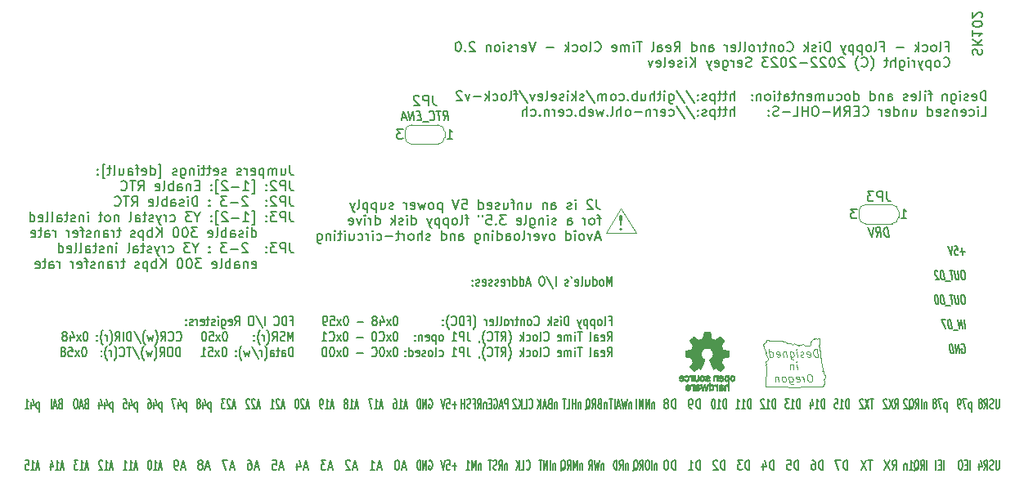
<source format=gbr>
G04 #@! TF.GenerationSoftware,KiCad,Pcbnew,(6.0.2)*
G04 #@! TF.CreationDate,2023-09-27T10:31:06-07:00*
G04 #@! TF.ProjectId,Z80-FDC-V2,5a38302d-4644-4432-9d56-322e6b696361,2.0*
G04 #@! TF.SameCoordinates,Original*
G04 #@! TF.FileFunction,Legend,Bot*
G04 #@! TF.FilePolarity,Positive*
%FSLAX46Y46*%
G04 Gerber Fmt 4.6, Leading zero omitted, Abs format (unit mm)*
G04 Created by KiCad (PCBNEW (6.0.2)) date 2023-09-27 10:31:06*
%MOMM*%
%LPD*%
G01*
G04 APERTURE LIST*
%ADD10C,0.150000*%
%ADD11C,0.120000*%
%ADD12C,0.010000*%
G04 APERTURE END LIST*
D10*
X224385238Y-86351785D02*
X224337619Y-86208928D01*
X224337619Y-85970833D01*
X224385238Y-85875595D01*
X224432857Y-85827976D01*
X224528095Y-85780357D01*
X224623333Y-85780357D01*
X224718571Y-85827976D01*
X224766190Y-85875595D01*
X224813809Y-85970833D01*
X224861428Y-86161309D01*
X224909047Y-86256547D01*
X224956666Y-86304166D01*
X225051904Y-86351785D01*
X225147142Y-86351785D01*
X225242380Y-86304166D01*
X225290000Y-86256547D01*
X225337619Y-86161309D01*
X225337619Y-85923214D01*
X225290000Y-85780357D01*
X224337619Y-85351785D02*
X225337619Y-85351785D01*
X224337619Y-84780357D02*
X224909047Y-85208928D01*
X225337619Y-84780357D02*
X224766190Y-85351785D01*
X224337619Y-83827976D02*
X224337619Y-84399404D01*
X224337619Y-84113690D02*
X225337619Y-84113690D01*
X225194761Y-84208928D01*
X225099523Y-84304166D01*
X225051904Y-84399404D01*
X225337619Y-83208928D02*
X225337619Y-83113690D01*
X225290000Y-83018452D01*
X225242380Y-82970833D01*
X225147142Y-82923214D01*
X224956666Y-82875595D01*
X224718571Y-82875595D01*
X224528095Y-82923214D01*
X224432857Y-82970833D01*
X224385238Y-83018452D01*
X224337619Y-83113690D01*
X224337619Y-83208928D01*
X224385238Y-83304166D01*
X224432857Y-83351785D01*
X224528095Y-83399404D01*
X224718571Y-83447023D01*
X224956666Y-83447023D01*
X225147142Y-83399404D01*
X225242380Y-83351785D01*
X225290000Y-83304166D01*
X225337619Y-83208928D01*
X225242380Y-82494642D02*
X225290000Y-82447023D01*
X225337619Y-82351785D01*
X225337619Y-82113690D01*
X225290000Y-82018452D01*
X225242380Y-81970833D01*
X225147142Y-81923214D01*
X225051904Y-81923214D01*
X224909047Y-81970833D01*
X224337619Y-82542261D01*
X224337619Y-81923214D01*
X223351904Y-111212380D02*
X223237619Y-111212380D01*
X223186428Y-111260000D01*
X223141190Y-111355238D01*
X223136428Y-111545714D01*
X223178095Y-111879047D01*
X223230476Y-112069523D01*
X223299523Y-112164761D01*
X223362619Y-112212380D01*
X223476904Y-112212380D01*
X223528095Y-112164761D01*
X223573333Y-112069523D01*
X223578095Y-111879047D01*
X223536428Y-111545714D01*
X223484047Y-111355238D01*
X223415000Y-111260000D01*
X223351904Y-111212380D01*
X222837619Y-111212380D02*
X222938809Y-112021904D01*
X222922142Y-112117142D01*
X222899523Y-112164761D01*
X222848333Y-112212380D01*
X222734047Y-112212380D01*
X222670952Y-112164761D01*
X222636428Y-112117142D01*
X222595952Y-112021904D01*
X222494761Y-111212380D01*
X222294761Y-111212380D02*
X221951904Y-111212380D01*
X222248333Y-112212380D02*
X222123333Y-111212380D01*
X222031666Y-112307619D02*
X221574523Y-112307619D01*
X221419761Y-112212380D02*
X221294761Y-111212380D01*
X221151904Y-111212380D01*
X221072142Y-111260000D01*
X221026904Y-111355238D01*
X221010238Y-111450476D01*
X221005476Y-111640952D01*
X221023333Y-111783809D01*
X221075714Y-111974285D01*
X221116190Y-112069523D01*
X221185238Y-112164761D01*
X221276904Y-112212380D01*
X221419761Y-112212380D01*
X220580476Y-111212380D02*
X220523333Y-111212380D01*
X220472142Y-111260000D01*
X220449523Y-111307619D01*
X220432857Y-111402857D01*
X220428095Y-111593333D01*
X220457857Y-111831428D01*
X220510238Y-112021904D01*
X220550714Y-112117142D01*
X220585238Y-112164761D01*
X220648333Y-112212380D01*
X220705476Y-112212380D01*
X220756666Y-112164761D01*
X220779285Y-112117142D01*
X220795952Y-112021904D01*
X220800714Y-111831428D01*
X220770952Y-111593333D01*
X220718571Y-111402857D01*
X220678095Y-111307619D01*
X220643571Y-111260000D01*
X220580476Y-111212380D01*
X223543571Y-106751428D02*
X223086428Y-106751428D01*
X223362619Y-107132380D02*
X223267380Y-106370476D01*
X222437619Y-106132380D02*
X222723333Y-106132380D01*
X222811428Y-106608571D01*
X222776904Y-106560952D01*
X222713809Y-106513333D01*
X222570952Y-106513333D01*
X222519761Y-106560952D01*
X222497142Y-106608571D01*
X222480476Y-106703809D01*
X222510238Y-106941904D01*
X222550714Y-107037142D01*
X222585238Y-107084761D01*
X222648333Y-107132380D01*
X222791190Y-107132380D01*
X222842380Y-107084761D01*
X222865000Y-107037142D01*
X222237619Y-106132380D02*
X222162619Y-107132380D01*
X221837619Y-106132380D01*
X223157857Y-116340000D02*
X223209047Y-116292380D01*
X223294761Y-116292380D01*
X223386428Y-116340000D01*
X223455476Y-116435238D01*
X223495952Y-116530476D01*
X223548333Y-116720952D01*
X223566190Y-116863809D01*
X223561428Y-117054285D01*
X223544761Y-117149523D01*
X223499523Y-117244761D01*
X223419761Y-117292380D01*
X223362619Y-117292380D01*
X223270952Y-117244761D01*
X223236428Y-117197142D01*
X223194761Y-116863809D01*
X223309047Y-116863809D01*
X222991190Y-117292380D02*
X222866190Y-116292380D01*
X222648333Y-117292380D01*
X222523333Y-116292380D01*
X222362619Y-117292380D02*
X222237619Y-116292380D01*
X222094761Y-116292380D01*
X222015000Y-116340000D01*
X221969761Y-116435238D01*
X221953095Y-116530476D01*
X221948333Y-116720952D01*
X221966190Y-116863809D01*
X222018571Y-117054285D01*
X222059047Y-117149523D01*
X222128095Y-117244761D01*
X222219761Y-117292380D01*
X222362619Y-117292380D01*
X223591190Y-114752380D02*
X223466190Y-113752380D01*
X223305476Y-114752380D02*
X223180476Y-113752380D01*
X222962619Y-114752380D01*
X222837619Y-113752380D01*
X222831666Y-114847619D02*
X222374523Y-114847619D01*
X222219761Y-114752380D02*
X222094761Y-113752380D01*
X221951904Y-113752380D01*
X221872142Y-113800000D01*
X221826904Y-113895238D01*
X221810238Y-113990476D01*
X221805476Y-114180952D01*
X221823333Y-114323809D01*
X221875714Y-114514285D01*
X221916190Y-114609523D01*
X221985238Y-114704761D01*
X222076904Y-114752380D01*
X222219761Y-114752380D01*
X221551904Y-113752380D02*
X221151904Y-113752380D01*
X221534047Y-114752380D01*
X223351904Y-108672380D02*
X223237619Y-108672380D01*
X223186428Y-108720000D01*
X223141190Y-108815238D01*
X223136428Y-109005714D01*
X223178095Y-109339047D01*
X223230476Y-109529523D01*
X223299523Y-109624761D01*
X223362619Y-109672380D01*
X223476904Y-109672380D01*
X223528095Y-109624761D01*
X223573333Y-109529523D01*
X223578095Y-109339047D01*
X223536428Y-109005714D01*
X223484047Y-108815238D01*
X223415000Y-108720000D01*
X223351904Y-108672380D01*
X222837619Y-108672380D02*
X222938809Y-109481904D01*
X222922142Y-109577142D01*
X222899523Y-109624761D01*
X222848333Y-109672380D01*
X222734047Y-109672380D01*
X222670952Y-109624761D01*
X222636428Y-109577142D01*
X222595952Y-109481904D01*
X222494761Y-108672380D01*
X222294761Y-108672380D02*
X221951904Y-108672380D01*
X222248333Y-109672380D02*
X222123333Y-108672380D01*
X222031666Y-109767619D02*
X221574523Y-109767619D01*
X221419761Y-109672380D02*
X221294761Y-108672380D01*
X221151904Y-108672380D01*
X221072142Y-108720000D01*
X221026904Y-108815238D01*
X221010238Y-108910476D01*
X221005476Y-109100952D01*
X221023333Y-109243809D01*
X221075714Y-109434285D01*
X221116190Y-109529523D01*
X221185238Y-109624761D01*
X221276904Y-109672380D01*
X221419761Y-109672380D01*
X220735238Y-108767619D02*
X220700714Y-108720000D01*
X220637619Y-108672380D01*
X220494761Y-108672380D01*
X220443571Y-108720000D01*
X220420952Y-108767619D01*
X220404285Y-108862857D01*
X220416190Y-108958095D01*
X220462619Y-109100952D01*
X220876904Y-109672380D01*
X220505476Y-109672380D01*
X199689404Y-91087380D02*
X199689404Y-90087380D01*
X199260833Y-91087380D02*
X199260833Y-90563571D01*
X199308452Y-90468333D01*
X199403690Y-90420714D01*
X199546547Y-90420714D01*
X199641785Y-90468333D01*
X199689404Y-90515952D01*
X198927500Y-90420714D02*
X198546547Y-90420714D01*
X198784642Y-90087380D02*
X198784642Y-90944523D01*
X198737023Y-91039761D01*
X198641785Y-91087380D01*
X198546547Y-91087380D01*
X198356071Y-90420714D02*
X197975119Y-90420714D01*
X198213214Y-90087380D02*
X198213214Y-90944523D01*
X198165595Y-91039761D01*
X198070357Y-91087380D01*
X197975119Y-91087380D01*
X197641785Y-90420714D02*
X197641785Y-91420714D01*
X197641785Y-90468333D02*
X197546547Y-90420714D01*
X197356071Y-90420714D01*
X197260833Y-90468333D01*
X197213214Y-90515952D01*
X197165595Y-90611190D01*
X197165595Y-90896904D01*
X197213214Y-90992142D01*
X197260833Y-91039761D01*
X197356071Y-91087380D01*
X197546547Y-91087380D01*
X197641785Y-91039761D01*
X196784642Y-91039761D02*
X196689404Y-91087380D01*
X196498928Y-91087380D01*
X196403690Y-91039761D01*
X196356071Y-90944523D01*
X196356071Y-90896904D01*
X196403690Y-90801666D01*
X196498928Y-90754047D01*
X196641785Y-90754047D01*
X196737023Y-90706428D01*
X196784642Y-90611190D01*
X196784642Y-90563571D01*
X196737023Y-90468333D01*
X196641785Y-90420714D01*
X196498928Y-90420714D01*
X196403690Y-90468333D01*
X195927500Y-90992142D02*
X195879880Y-91039761D01*
X195927500Y-91087380D01*
X195975119Y-91039761D01*
X195927500Y-90992142D01*
X195927500Y-91087380D01*
X195927500Y-90468333D02*
X195879880Y-90515952D01*
X195927500Y-90563571D01*
X195975119Y-90515952D01*
X195927500Y-90468333D01*
X195927500Y-90563571D01*
X194737023Y-90039761D02*
X195594166Y-91325476D01*
X193689404Y-90039761D02*
X194546547Y-91325476D01*
X192927500Y-90420714D02*
X192927500Y-91230238D01*
X192975119Y-91325476D01*
X193022738Y-91373095D01*
X193117976Y-91420714D01*
X193260833Y-91420714D01*
X193356071Y-91373095D01*
X192927500Y-91039761D02*
X193022738Y-91087380D01*
X193213214Y-91087380D01*
X193308452Y-91039761D01*
X193356071Y-90992142D01*
X193403690Y-90896904D01*
X193403690Y-90611190D01*
X193356071Y-90515952D01*
X193308452Y-90468333D01*
X193213214Y-90420714D01*
X193022738Y-90420714D01*
X192927500Y-90468333D01*
X192451309Y-91087380D02*
X192451309Y-90420714D01*
X192451309Y-90087380D02*
X192498928Y-90135000D01*
X192451309Y-90182619D01*
X192403690Y-90135000D01*
X192451309Y-90087380D01*
X192451309Y-90182619D01*
X192117976Y-90420714D02*
X191737023Y-90420714D01*
X191975119Y-90087380D02*
X191975119Y-90944523D01*
X191927500Y-91039761D01*
X191832261Y-91087380D01*
X191737023Y-91087380D01*
X191403690Y-91087380D02*
X191403690Y-90087380D01*
X190975119Y-91087380D02*
X190975119Y-90563571D01*
X191022738Y-90468333D01*
X191117976Y-90420714D01*
X191260833Y-90420714D01*
X191356071Y-90468333D01*
X191403690Y-90515952D01*
X190070357Y-90420714D02*
X190070357Y-91087380D01*
X190498928Y-90420714D02*
X190498928Y-90944523D01*
X190451309Y-91039761D01*
X190356071Y-91087380D01*
X190213214Y-91087380D01*
X190117976Y-91039761D01*
X190070357Y-90992142D01*
X189594166Y-91087380D02*
X189594166Y-90087380D01*
X189594166Y-90468333D02*
X189498928Y-90420714D01*
X189308452Y-90420714D01*
X189213214Y-90468333D01*
X189165595Y-90515952D01*
X189117976Y-90611190D01*
X189117976Y-90896904D01*
X189165595Y-90992142D01*
X189213214Y-91039761D01*
X189308452Y-91087380D01*
X189498928Y-91087380D01*
X189594166Y-91039761D01*
X188689404Y-90992142D02*
X188641785Y-91039761D01*
X188689404Y-91087380D01*
X188737023Y-91039761D01*
X188689404Y-90992142D01*
X188689404Y-91087380D01*
X187784642Y-91039761D02*
X187879880Y-91087380D01*
X188070357Y-91087380D01*
X188165595Y-91039761D01*
X188213214Y-90992142D01*
X188260833Y-90896904D01*
X188260833Y-90611190D01*
X188213214Y-90515952D01*
X188165595Y-90468333D01*
X188070357Y-90420714D01*
X187879880Y-90420714D01*
X187784642Y-90468333D01*
X187213214Y-91087380D02*
X187308452Y-91039761D01*
X187356071Y-90992142D01*
X187403690Y-90896904D01*
X187403690Y-90611190D01*
X187356071Y-90515952D01*
X187308452Y-90468333D01*
X187213214Y-90420714D01*
X187070357Y-90420714D01*
X186975119Y-90468333D01*
X186927500Y-90515952D01*
X186879880Y-90611190D01*
X186879880Y-90896904D01*
X186927500Y-90992142D01*
X186975119Y-91039761D01*
X187070357Y-91087380D01*
X187213214Y-91087380D01*
X186451309Y-91087380D02*
X186451309Y-90420714D01*
X186451309Y-90515952D02*
X186403690Y-90468333D01*
X186308452Y-90420714D01*
X186165595Y-90420714D01*
X186070357Y-90468333D01*
X186022738Y-90563571D01*
X186022738Y-91087380D01*
X186022738Y-90563571D02*
X185975119Y-90468333D01*
X185879880Y-90420714D01*
X185737023Y-90420714D01*
X185641785Y-90468333D01*
X185594166Y-90563571D01*
X185594166Y-91087380D01*
X184403690Y-90039761D02*
X185260833Y-91325476D01*
X184117976Y-91039761D02*
X184022738Y-91087380D01*
X183832261Y-91087380D01*
X183737023Y-91039761D01*
X183689404Y-90944523D01*
X183689404Y-90896904D01*
X183737023Y-90801666D01*
X183832261Y-90754047D01*
X183975119Y-90754047D01*
X184070357Y-90706428D01*
X184117976Y-90611190D01*
X184117976Y-90563571D01*
X184070357Y-90468333D01*
X183975119Y-90420714D01*
X183832261Y-90420714D01*
X183737023Y-90468333D01*
X183260833Y-91087380D02*
X183260833Y-90087380D01*
X183165595Y-90706428D02*
X182879880Y-91087380D01*
X182879880Y-90420714D02*
X183260833Y-90801666D01*
X182451309Y-91087380D02*
X182451309Y-90420714D01*
X182451309Y-90087380D02*
X182498928Y-90135000D01*
X182451309Y-90182619D01*
X182403690Y-90135000D01*
X182451309Y-90087380D01*
X182451309Y-90182619D01*
X182022738Y-91039761D02*
X181927500Y-91087380D01*
X181737023Y-91087380D01*
X181641785Y-91039761D01*
X181594166Y-90944523D01*
X181594166Y-90896904D01*
X181641785Y-90801666D01*
X181737023Y-90754047D01*
X181879880Y-90754047D01*
X181975119Y-90706428D01*
X182022738Y-90611190D01*
X182022738Y-90563571D01*
X181975119Y-90468333D01*
X181879880Y-90420714D01*
X181737023Y-90420714D01*
X181641785Y-90468333D01*
X180784642Y-91039761D02*
X180879880Y-91087380D01*
X181070357Y-91087380D01*
X181165595Y-91039761D01*
X181213214Y-90944523D01*
X181213214Y-90563571D01*
X181165595Y-90468333D01*
X181070357Y-90420714D01*
X180879880Y-90420714D01*
X180784642Y-90468333D01*
X180737023Y-90563571D01*
X180737023Y-90658809D01*
X181213214Y-90754047D01*
X180165595Y-91087380D02*
X180260833Y-91039761D01*
X180308452Y-90944523D01*
X180308452Y-90087380D01*
X179403690Y-91039761D02*
X179498928Y-91087380D01*
X179689404Y-91087380D01*
X179784642Y-91039761D01*
X179832261Y-90944523D01*
X179832261Y-90563571D01*
X179784642Y-90468333D01*
X179689404Y-90420714D01*
X179498928Y-90420714D01*
X179403690Y-90468333D01*
X179356071Y-90563571D01*
X179356071Y-90658809D01*
X179832261Y-90754047D01*
X179022738Y-90420714D02*
X178784642Y-91087380D01*
X178546547Y-90420714D01*
X177451309Y-90039761D02*
X178308452Y-91325476D01*
X177260833Y-90420714D02*
X176879880Y-90420714D01*
X177117976Y-91087380D02*
X177117976Y-90230238D01*
X177070357Y-90135000D01*
X176975119Y-90087380D01*
X176879880Y-90087380D01*
X176403690Y-91087380D02*
X176498928Y-91039761D01*
X176546547Y-90944523D01*
X176546547Y-90087380D01*
X175879880Y-91087380D02*
X175975119Y-91039761D01*
X176022738Y-90992142D01*
X176070357Y-90896904D01*
X176070357Y-90611190D01*
X176022738Y-90515952D01*
X175975119Y-90468333D01*
X175879880Y-90420714D01*
X175737023Y-90420714D01*
X175641785Y-90468333D01*
X175594166Y-90515952D01*
X175546547Y-90611190D01*
X175546547Y-90896904D01*
X175594166Y-90992142D01*
X175641785Y-91039761D01*
X175737023Y-91087380D01*
X175879880Y-91087380D01*
X174689404Y-91039761D02*
X174784642Y-91087380D01*
X174975119Y-91087380D01*
X175070357Y-91039761D01*
X175117976Y-90992142D01*
X175165595Y-90896904D01*
X175165595Y-90611190D01*
X175117976Y-90515952D01*
X175070357Y-90468333D01*
X174975119Y-90420714D01*
X174784642Y-90420714D01*
X174689404Y-90468333D01*
X174260833Y-91087380D02*
X174260833Y-90087380D01*
X174165595Y-90706428D02*
X173879880Y-91087380D01*
X173879880Y-90420714D02*
X174260833Y-90801666D01*
X173451309Y-90706428D02*
X172689404Y-90706428D01*
X172308452Y-90420714D02*
X172070357Y-91087380D01*
X171832261Y-90420714D01*
X171498928Y-90182619D02*
X171451309Y-90135000D01*
X171356071Y-90087380D01*
X171117976Y-90087380D01*
X171022738Y-90135000D01*
X170975119Y-90182619D01*
X170927500Y-90277857D01*
X170927500Y-90373095D01*
X170975119Y-90515952D01*
X171546547Y-91087380D01*
X170927500Y-91087380D01*
X199689404Y-92697380D02*
X199689404Y-91697380D01*
X199260833Y-92697380D02*
X199260833Y-92173571D01*
X199308452Y-92078333D01*
X199403690Y-92030714D01*
X199546547Y-92030714D01*
X199641785Y-92078333D01*
X199689404Y-92125952D01*
X198927500Y-92030714D02*
X198546547Y-92030714D01*
X198784642Y-91697380D02*
X198784642Y-92554523D01*
X198737023Y-92649761D01*
X198641785Y-92697380D01*
X198546547Y-92697380D01*
X198356071Y-92030714D02*
X197975119Y-92030714D01*
X198213214Y-91697380D02*
X198213214Y-92554523D01*
X198165595Y-92649761D01*
X198070357Y-92697380D01*
X197975119Y-92697380D01*
X197641785Y-92030714D02*
X197641785Y-93030714D01*
X197641785Y-92078333D02*
X197546547Y-92030714D01*
X197356071Y-92030714D01*
X197260833Y-92078333D01*
X197213214Y-92125952D01*
X197165595Y-92221190D01*
X197165595Y-92506904D01*
X197213214Y-92602142D01*
X197260833Y-92649761D01*
X197356071Y-92697380D01*
X197546547Y-92697380D01*
X197641785Y-92649761D01*
X196784642Y-92649761D02*
X196689404Y-92697380D01*
X196498928Y-92697380D01*
X196403690Y-92649761D01*
X196356071Y-92554523D01*
X196356071Y-92506904D01*
X196403690Y-92411666D01*
X196498928Y-92364047D01*
X196641785Y-92364047D01*
X196737023Y-92316428D01*
X196784642Y-92221190D01*
X196784642Y-92173571D01*
X196737023Y-92078333D01*
X196641785Y-92030714D01*
X196498928Y-92030714D01*
X196403690Y-92078333D01*
X195927500Y-92602142D02*
X195879880Y-92649761D01*
X195927500Y-92697380D01*
X195975119Y-92649761D01*
X195927500Y-92602142D01*
X195927500Y-92697380D01*
X195927500Y-92078333D02*
X195879880Y-92125952D01*
X195927500Y-92173571D01*
X195975119Y-92125952D01*
X195927500Y-92078333D01*
X195927500Y-92173571D01*
X194737023Y-91649761D02*
X195594166Y-92935476D01*
X193689404Y-91649761D02*
X194546547Y-92935476D01*
X192927500Y-92649761D02*
X193022738Y-92697380D01*
X193213214Y-92697380D01*
X193308452Y-92649761D01*
X193356071Y-92602142D01*
X193403690Y-92506904D01*
X193403690Y-92221190D01*
X193356071Y-92125952D01*
X193308452Y-92078333D01*
X193213214Y-92030714D01*
X193022738Y-92030714D01*
X192927500Y-92078333D01*
X192117976Y-92649761D02*
X192213214Y-92697380D01*
X192403690Y-92697380D01*
X192498928Y-92649761D01*
X192546547Y-92554523D01*
X192546547Y-92173571D01*
X192498928Y-92078333D01*
X192403690Y-92030714D01*
X192213214Y-92030714D01*
X192117976Y-92078333D01*
X192070357Y-92173571D01*
X192070357Y-92268809D01*
X192546547Y-92364047D01*
X191641785Y-92697380D02*
X191641785Y-92030714D01*
X191641785Y-92221190D02*
X191594166Y-92125952D01*
X191546547Y-92078333D01*
X191451309Y-92030714D01*
X191356071Y-92030714D01*
X191022738Y-92030714D02*
X191022738Y-92697380D01*
X191022738Y-92125952D02*
X190975119Y-92078333D01*
X190879880Y-92030714D01*
X190737023Y-92030714D01*
X190641785Y-92078333D01*
X190594166Y-92173571D01*
X190594166Y-92697380D01*
X190117976Y-92316428D02*
X189356071Y-92316428D01*
X188737023Y-92697380D02*
X188832261Y-92649761D01*
X188879880Y-92602142D01*
X188927500Y-92506904D01*
X188927500Y-92221190D01*
X188879880Y-92125952D01*
X188832261Y-92078333D01*
X188737023Y-92030714D01*
X188594166Y-92030714D01*
X188498928Y-92078333D01*
X188451309Y-92125952D01*
X188403690Y-92221190D01*
X188403690Y-92506904D01*
X188451309Y-92602142D01*
X188498928Y-92649761D01*
X188594166Y-92697380D01*
X188737023Y-92697380D01*
X187975119Y-92697380D02*
X187975119Y-91697380D01*
X187546547Y-92697380D02*
X187546547Y-92173571D01*
X187594166Y-92078333D01*
X187689404Y-92030714D01*
X187832261Y-92030714D01*
X187927500Y-92078333D01*
X187975119Y-92125952D01*
X186927500Y-92697380D02*
X187022738Y-92649761D01*
X187070357Y-92554523D01*
X187070357Y-91697380D01*
X186546547Y-92602142D02*
X186498928Y-92649761D01*
X186546547Y-92697380D01*
X186594166Y-92649761D01*
X186546547Y-92602142D01*
X186546547Y-92697380D01*
X186165595Y-92030714D02*
X185975119Y-92697380D01*
X185784642Y-92221190D01*
X185594166Y-92697380D01*
X185403690Y-92030714D01*
X184641785Y-92649761D02*
X184737023Y-92697380D01*
X184927500Y-92697380D01*
X185022738Y-92649761D01*
X185070357Y-92554523D01*
X185070357Y-92173571D01*
X185022738Y-92078333D01*
X184927500Y-92030714D01*
X184737023Y-92030714D01*
X184641785Y-92078333D01*
X184594166Y-92173571D01*
X184594166Y-92268809D01*
X185070357Y-92364047D01*
X184165595Y-92697380D02*
X184165595Y-91697380D01*
X184165595Y-92078333D02*
X184070357Y-92030714D01*
X183879880Y-92030714D01*
X183784642Y-92078333D01*
X183737023Y-92125952D01*
X183689404Y-92221190D01*
X183689404Y-92506904D01*
X183737023Y-92602142D01*
X183784642Y-92649761D01*
X183879880Y-92697380D01*
X184070357Y-92697380D01*
X184165595Y-92649761D01*
X183260833Y-92602142D02*
X183213214Y-92649761D01*
X183260833Y-92697380D01*
X183308452Y-92649761D01*
X183260833Y-92602142D01*
X183260833Y-92697380D01*
X182356071Y-92649761D02*
X182451309Y-92697380D01*
X182641785Y-92697380D01*
X182737023Y-92649761D01*
X182784642Y-92602142D01*
X182832261Y-92506904D01*
X182832261Y-92221190D01*
X182784642Y-92125952D01*
X182737023Y-92078333D01*
X182641785Y-92030714D01*
X182451309Y-92030714D01*
X182356071Y-92078333D01*
X181546547Y-92649761D02*
X181641785Y-92697380D01*
X181832261Y-92697380D01*
X181927500Y-92649761D01*
X181975119Y-92554523D01*
X181975119Y-92173571D01*
X181927500Y-92078333D01*
X181832261Y-92030714D01*
X181641785Y-92030714D01*
X181546547Y-92078333D01*
X181498928Y-92173571D01*
X181498928Y-92268809D01*
X181975119Y-92364047D01*
X181070357Y-92697380D02*
X181070357Y-92030714D01*
X181070357Y-92221190D02*
X181022738Y-92125952D01*
X180975119Y-92078333D01*
X180879880Y-92030714D01*
X180784642Y-92030714D01*
X180451309Y-92030714D02*
X180451309Y-92697380D01*
X180451309Y-92125952D02*
X180403690Y-92078333D01*
X180308452Y-92030714D01*
X180165595Y-92030714D01*
X180070357Y-92078333D01*
X180022738Y-92173571D01*
X180022738Y-92697380D01*
X179546547Y-92602142D02*
X179498928Y-92649761D01*
X179546547Y-92697380D01*
X179594166Y-92649761D01*
X179546547Y-92602142D01*
X179546547Y-92697380D01*
X178641785Y-92649761D02*
X178737023Y-92697380D01*
X178927500Y-92697380D01*
X179022738Y-92649761D01*
X179070357Y-92602142D01*
X179117976Y-92506904D01*
X179117976Y-92221190D01*
X179070357Y-92125952D01*
X179022738Y-92078333D01*
X178927500Y-92030714D01*
X178737023Y-92030714D01*
X178641785Y-92078333D01*
X178213214Y-92697380D02*
X178213214Y-91697380D01*
X177784642Y-92697380D02*
X177784642Y-92173571D01*
X177832261Y-92078333D01*
X177927500Y-92030714D01*
X178070357Y-92030714D01*
X178165595Y-92078333D01*
X178213214Y-92125952D01*
D11*
X187960000Y-102235000D02*
X186372500Y-104775000D01*
X207581818Y-116259023D02*
X207581818Y-116147403D01*
X208155768Y-115738043D02*
X208248373Y-115793893D01*
X207952098Y-115793893D02*
X208081768Y-115756643D01*
X208322443Y-115775193D02*
X208489118Y-115738043D01*
X208081768Y-115756643D02*
X208155768Y-115738043D01*
X207637353Y-115961228D02*
X207711423Y-115868293D01*
X207711423Y-115868293D02*
X207878023Y-115775193D01*
X207878023Y-115775193D02*
X207952098Y-115793893D01*
X207563283Y-116389233D02*
X207581818Y-116259023D01*
X208248373Y-115793893D02*
X208322443Y-115775193D01*
X207581818Y-116147403D02*
X207637353Y-115961228D01*
X202971158Y-118380103D02*
X202934208Y-118249803D01*
X204415498Y-120761621D02*
X203600758Y-120743017D01*
X207600283Y-120743017D02*
X206970718Y-120761621D01*
X203174858Y-117896268D02*
X203156358Y-117766108D01*
X203100758Y-118045158D02*
X203174858Y-117896268D01*
X206063428Y-120780156D02*
X204415498Y-120761621D01*
X208415048Y-120724345D02*
X208063233Y-120724345D01*
X208063233Y-120724345D02*
X207600283Y-120743017D01*
X203026708Y-118584728D02*
X202952658Y-118491648D01*
X202934208Y-120705810D02*
X203026708Y-118584728D01*
X202952658Y-118491648D02*
X202971158Y-118380103D01*
X203600758Y-120743017D02*
X202934208Y-120705810D01*
X206970718Y-120761621D02*
X206063428Y-120780156D01*
X202989708Y-118063763D02*
X203100758Y-118045158D01*
X202915658Y-118138253D02*
X202989708Y-118063763D01*
X202934208Y-118249803D02*
X202915658Y-118138253D01*
X202841558Y-116203213D02*
X202897108Y-116128728D01*
X205341258Y-116221808D02*
X205355598Y-116221808D01*
X202756009Y-116612753D02*
X202725908Y-116526428D01*
X207322544Y-116500873D02*
X207489213Y-116463653D01*
X203045258Y-117505598D02*
X202915658Y-117226533D01*
X202934208Y-117133454D02*
X202919558Y-117109889D01*
X205258038Y-116212508D02*
X205292748Y-116218843D01*
X207118868Y-116500873D02*
X207322544Y-116500873D01*
X202693408Y-116463653D02*
X202693408Y-116463653D01*
X206952253Y-116482193D02*
X207118868Y-116500873D01*
X206804118Y-116352033D02*
X206878188Y-116426383D01*
X206581908Y-116370573D02*
X206804118Y-116352033D01*
X205748678Y-116370573D02*
X205859753Y-116259023D01*
X205600548Y-116352033D02*
X205748678Y-116370573D01*
X205507943Y-116259023D02*
X205507943Y-116259023D01*
X205452398Y-116240413D02*
X205492369Y-116253168D01*
X204915453Y-116091578D02*
X205063513Y-116128728D01*
X205398583Y-116227593D02*
X205452398Y-116240413D01*
X203156358Y-117766108D02*
X203045258Y-117505598D01*
X202780108Y-116709978D02*
X202756009Y-116612753D01*
X205355598Y-116221808D02*
X205398583Y-116227593D01*
X203267458Y-115961228D02*
X204174758Y-115979888D01*
X202969058Y-117228333D02*
X202970358Y-117210768D01*
X205292748Y-116218843D02*
X205329138Y-116221808D01*
X202941208Y-117144763D02*
X202934208Y-117133454D01*
X205063513Y-116128728D02*
X205230203Y-116203213D01*
X202970358Y-117210768D02*
X202960008Y-117180163D01*
X202897108Y-116128728D02*
X203008258Y-115998498D01*
X204748783Y-116110188D02*
X204915453Y-116091578D01*
X202725908Y-116526428D02*
X202702708Y-116478468D01*
X206433773Y-116389233D02*
X206581908Y-116370573D01*
X202959658Y-117235778D02*
X202969058Y-117228333D01*
X206304163Y-116426383D02*
X206341168Y-116500873D01*
X206118953Y-116426383D02*
X206304163Y-116426383D01*
X202786058Y-116742773D02*
X202780108Y-116709978D01*
X205492369Y-116253168D02*
X205507943Y-116259023D01*
X204619173Y-115979888D02*
X204748783Y-116110188D01*
X202920258Y-117228598D02*
X202931558Y-117232883D01*
X202693408Y-116333423D02*
X202841558Y-116203213D01*
X202839308Y-116958989D02*
X202811808Y-116869208D01*
X202791808Y-116774468D02*
X202786058Y-116742773D01*
X205230203Y-116203213D02*
X205230203Y-116203213D01*
X202811808Y-116869208D02*
X202791808Y-116774468D01*
X203008258Y-115998498D02*
X203026708Y-115924078D01*
X202693408Y-116463653D02*
X202693408Y-116333423D01*
X205859753Y-116259023D02*
X206118953Y-116426383D01*
X205507943Y-116259023D02*
X205600548Y-116352033D01*
X205230203Y-116203213D02*
X205237153Y-116206108D01*
X205237153Y-116206108D02*
X205258038Y-116212508D01*
X205329138Y-116221808D02*
X205341258Y-116221808D01*
X202702708Y-116478468D02*
X202693408Y-116463653D01*
X202915658Y-117226533D02*
X202915658Y-117226533D01*
X203267458Y-115942688D02*
X203267458Y-115961228D01*
X202931558Y-117232883D02*
X202945958Y-117236324D01*
X203026708Y-115924078D02*
X203267458Y-115942688D01*
X204174758Y-115979888D02*
X204619173Y-115979888D01*
X202877208Y-117038363D02*
X202839308Y-116958989D01*
X202945958Y-117236324D02*
X202959658Y-117235778D01*
X202915658Y-117226533D02*
X202920258Y-117228598D01*
X202960008Y-117180163D02*
X202941208Y-117144763D01*
X207489213Y-116463653D02*
X207563283Y-116389233D01*
X206341168Y-116500873D02*
X206433773Y-116389233D01*
X206878188Y-116426383D02*
X206952253Y-116482193D01*
X202919558Y-117109889D02*
X202877208Y-117038363D01*
X208489118Y-115738043D02*
X208470583Y-115942688D01*
X209007535Y-119905789D02*
X208970534Y-120017343D01*
X208618723Y-117673098D02*
X208655723Y-117859138D01*
X209100139Y-119775498D02*
X209007535Y-119905789D01*
X208600188Y-117505598D02*
X208618723Y-117580074D01*
X208952001Y-119384823D02*
X209007535Y-119496443D01*
X208803861Y-118808038D02*
X208840931Y-118900993D01*
X208748327Y-118714958D02*
X208803861Y-118808038D01*
X208766861Y-118473113D02*
X208748327Y-118584728D01*
X208692789Y-118287073D02*
X208729792Y-118361423D01*
X208674258Y-118063763D02*
X208692789Y-118287073D01*
X208526118Y-116556753D02*
X208544653Y-116928809D01*
X208655723Y-117859138D02*
X208674258Y-118063763D01*
X208618723Y-117580074D02*
X208581653Y-117654418D01*
X208544653Y-116928809D02*
X208563188Y-117077573D01*
X208452048Y-116407843D02*
X208470583Y-116407843D01*
X208470583Y-115942688D02*
X208526118Y-115998498D01*
X208433513Y-116612563D02*
X208526118Y-116556753D01*
X208803861Y-120705810D02*
X208415048Y-120724345D01*
X208822396Y-120687208D02*
X208803861Y-120705810D01*
X208785326Y-119087103D02*
X208933466Y-119142908D01*
X209026070Y-120277858D02*
X209026070Y-120370878D01*
X208970534Y-120017343D02*
X209007535Y-120166238D01*
X208952001Y-119161513D02*
X208952001Y-119384823D01*
X208433513Y-116538003D02*
X208433513Y-116612563D01*
X208729792Y-118361423D02*
X208766861Y-118473113D01*
X208526118Y-115998498D02*
X208507583Y-116240343D01*
X208563188Y-117077573D02*
X208600188Y-117300883D01*
X208970534Y-120538379D02*
X208915000Y-120650000D01*
X209007535Y-119496443D02*
X209081605Y-119663808D01*
X208600188Y-117300883D02*
X208618723Y-117393964D01*
X208618723Y-117393964D02*
X208600188Y-117505598D01*
X208822396Y-118994073D02*
X208785326Y-119087103D01*
X208840931Y-118900993D02*
X208822396Y-118994073D01*
X208748327Y-118584728D02*
X208748327Y-118714958D01*
X208507583Y-116314833D02*
X208452048Y-116407843D01*
X208507583Y-116240343D02*
X208507583Y-116314833D01*
X208581653Y-117654418D02*
X208618723Y-117673098D01*
X208470583Y-116407843D02*
X208433513Y-116538003D01*
X208915000Y-120650000D02*
X208822396Y-120687208D01*
X209026070Y-120370878D02*
X208970534Y-120538379D01*
X208933466Y-119142908D02*
X208952001Y-119161513D01*
X209007535Y-120166238D02*
X209026070Y-120277858D01*
X209081605Y-119663808D02*
X209100139Y-119775498D01*
X186372500Y-104775000D02*
X189547500Y-104775000D01*
X189547500Y-104775000D02*
X187960000Y-102235000D01*
D10*
X221581071Y-85483571D02*
X221914404Y-85483571D01*
X221914404Y-86007380D02*
X221914404Y-85007380D01*
X221438214Y-85007380D01*
X220914404Y-86007380D02*
X221009642Y-85959761D01*
X221057261Y-85864523D01*
X221057261Y-85007380D01*
X220390595Y-86007380D02*
X220485833Y-85959761D01*
X220533452Y-85912142D01*
X220581071Y-85816904D01*
X220581071Y-85531190D01*
X220533452Y-85435952D01*
X220485833Y-85388333D01*
X220390595Y-85340714D01*
X220247738Y-85340714D01*
X220152500Y-85388333D01*
X220104880Y-85435952D01*
X220057261Y-85531190D01*
X220057261Y-85816904D01*
X220104880Y-85912142D01*
X220152500Y-85959761D01*
X220247738Y-86007380D01*
X220390595Y-86007380D01*
X219200119Y-85959761D02*
X219295357Y-86007380D01*
X219485833Y-86007380D01*
X219581071Y-85959761D01*
X219628690Y-85912142D01*
X219676309Y-85816904D01*
X219676309Y-85531190D01*
X219628690Y-85435952D01*
X219581071Y-85388333D01*
X219485833Y-85340714D01*
X219295357Y-85340714D01*
X219200119Y-85388333D01*
X218771547Y-86007380D02*
X218771547Y-85007380D01*
X218676309Y-85626428D02*
X218390595Y-86007380D01*
X218390595Y-85340714D02*
X218771547Y-85721666D01*
X217200119Y-85626428D02*
X216438214Y-85626428D01*
X214866785Y-85483571D02*
X215200119Y-85483571D01*
X215200119Y-86007380D02*
X215200119Y-85007380D01*
X214723928Y-85007380D01*
X214200119Y-86007380D02*
X214295357Y-85959761D01*
X214342976Y-85864523D01*
X214342976Y-85007380D01*
X213676309Y-86007380D02*
X213771547Y-85959761D01*
X213819166Y-85912142D01*
X213866785Y-85816904D01*
X213866785Y-85531190D01*
X213819166Y-85435952D01*
X213771547Y-85388333D01*
X213676309Y-85340714D01*
X213533452Y-85340714D01*
X213438214Y-85388333D01*
X213390595Y-85435952D01*
X213342976Y-85531190D01*
X213342976Y-85816904D01*
X213390595Y-85912142D01*
X213438214Y-85959761D01*
X213533452Y-86007380D01*
X213676309Y-86007380D01*
X212914404Y-85340714D02*
X212914404Y-86340714D01*
X212914404Y-85388333D02*
X212819166Y-85340714D01*
X212628690Y-85340714D01*
X212533452Y-85388333D01*
X212485833Y-85435952D01*
X212438214Y-85531190D01*
X212438214Y-85816904D01*
X212485833Y-85912142D01*
X212533452Y-85959761D01*
X212628690Y-86007380D01*
X212819166Y-86007380D01*
X212914404Y-85959761D01*
X212009642Y-85340714D02*
X212009642Y-86340714D01*
X212009642Y-85388333D02*
X211914404Y-85340714D01*
X211723928Y-85340714D01*
X211628690Y-85388333D01*
X211581071Y-85435952D01*
X211533452Y-85531190D01*
X211533452Y-85816904D01*
X211581071Y-85912142D01*
X211628690Y-85959761D01*
X211723928Y-86007380D01*
X211914404Y-86007380D01*
X212009642Y-85959761D01*
X211200119Y-85340714D02*
X210962023Y-86007380D01*
X210723928Y-85340714D02*
X210962023Y-86007380D01*
X211057261Y-86245476D01*
X211104880Y-86293095D01*
X211200119Y-86340714D01*
X209581071Y-86007380D02*
X209581071Y-85007380D01*
X209342976Y-85007380D01*
X209200119Y-85055000D01*
X209104880Y-85150238D01*
X209057261Y-85245476D01*
X209009642Y-85435952D01*
X209009642Y-85578809D01*
X209057261Y-85769285D01*
X209104880Y-85864523D01*
X209200119Y-85959761D01*
X209342976Y-86007380D01*
X209581071Y-86007380D01*
X208581071Y-86007380D02*
X208581071Y-85340714D01*
X208581071Y-85007380D02*
X208628690Y-85055000D01*
X208581071Y-85102619D01*
X208533452Y-85055000D01*
X208581071Y-85007380D01*
X208581071Y-85102619D01*
X208152500Y-85959761D02*
X208057261Y-86007380D01*
X207866785Y-86007380D01*
X207771547Y-85959761D01*
X207723928Y-85864523D01*
X207723928Y-85816904D01*
X207771547Y-85721666D01*
X207866785Y-85674047D01*
X208009642Y-85674047D01*
X208104880Y-85626428D01*
X208152500Y-85531190D01*
X208152500Y-85483571D01*
X208104880Y-85388333D01*
X208009642Y-85340714D01*
X207866785Y-85340714D01*
X207771547Y-85388333D01*
X207295357Y-86007380D02*
X207295357Y-85007380D01*
X207200119Y-85626428D02*
X206914404Y-86007380D01*
X206914404Y-85340714D02*
X207295357Y-85721666D01*
X205152500Y-85912142D02*
X205200119Y-85959761D01*
X205342976Y-86007380D01*
X205438214Y-86007380D01*
X205581071Y-85959761D01*
X205676309Y-85864523D01*
X205723928Y-85769285D01*
X205771547Y-85578809D01*
X205771547Y-85435952D01*
X205723928Y-85245476D01*
X205676309Y-85150238D01*
X205581071Y-85055000D01*
X205438214Y-85007380D01*
X205342976Y-85007380D01*
X205200119Y-85055000D01*
X205152500Y-85102619D01*
X204581071Y-86007380D02*
X204676309Y-85959761D01*
X204723928Y-85912142D01*
X204771547Y-85816904D01*
X204771547Y-85531190D01*
X204723928Y-85435952D01*
X204676309Y-85388333D01*
X204581071Y-85340714D01*
X204438214Y-85340714D01*
X204342976Y-85388333D01*
X204295357Y-85435952D01*
X204247738Y-85531190D01*
X204247738Y-85816904D01*
X204295357Y-85912142D01*
X204342976Y-85959761D01*
X204438214Y-86007380D01*
X204581071Y-86007380D01*
X203819166Y-85340714D02*
X203819166Y-86007380D01*
X203819166Y-85435952D02*
X203771547Y-85388333D01*
X203676309Y-85340714D01*
X203533452Y-85340714D01*
X203438214Y-85388333D01*
X203390595Y-85483571D01*
X203390595Y-86007380D01*
X203057261Y-85340714D02*
X202676309Y-85340714D01*
X202914404Y-85007380D02*
X202914404Y-85864523D01*
X202866785Y-85959761D01*
X202771547Y-86007380D01*
X202676309Y-86007380D01*
X202342976Y-86007380D02*
X202342976Y-85340714D01*
X202342976Y-85531190D02*
X202295357Y-85435952D01*
X202247738Y-85388333D01*
X202152500Y-85340714D01*
X202057261Y-85340714D01*
X201581071Y-86007380D02*
X201676309Y-85959761D01*
X201723928Y-85912142D01*
X201771547Y-85816904D01*
X201771547Y-85531190D01*
X201723928Y-85435952D01*
X201676309Y-85388333D01*
X201581071Y-85340714D01*
X201438214Y-85340714D01*
X201342976Y-85388333D01*
X201295357Y-85435952D01*
X201247738Y-85531190D01*
X201247738Y-85816904D01*
X201295357Y-85912142D01*
X201342976Y-85959761D01*
X201438214Y-86007380D01*
X201581071Y-86007380D01*
X200676309Y-86007380D02*
X200771547Y-85959761D01*
X200819166Y-85864523D01*
X200819166Y-85007380D01*
X200152500Y-86007380D02*
X200247738Y-85959761D01*
X200295357Y-85864523D01*
X200295357Y-85007380D01*
X199390595Y-85959761D02*
X199485833Y-86007380D01*
X199676309Y-86007380D01*
X199771547Y-85959761D01*
X199819166Y-85864523D01*
X199819166Y-85483571D01*
X199771547Y-85388333D01*
X199676309Y-85340714D01*
X199485833Y-85340714D01*
X199390595Y-85388333D01*
X199342976Y-85483571D01*
X199342976Y-85578809D01*
X199819166Y-85674047D01*
X198914404Y-86007380D02*
X198914404Y-85340714D01*
X198914404Y-85531190D02*
X198866785Y-85435952D01*
X198819166Y-85388333D01*
X198723928Y-85340714D01*
X198628690Y-85340714D01*
X197104880Y-86007380D02*
X197104880Y-85483571D01*
X197152500Y-85388333D01*
X197247738Y-85340714D01*
X197438214Y-85340714D01*
X197533452Y-85388333D01*
X197104880Y-85959761D02*
X197200119Y-86007380D01*
X197438214Y-86007380D01*
X197533452Y-85959761D01*
X197581071Y-85864523D01*
X197581071Y-85769285D01*
X197533452Y-85674047D01*
X197438214Y-85626428D01*
X197200119Y-85626428D01*
X197104880Y-85578809D01*
X196628690Y-85340714D02*
X196628690Y-86007380D01*
X196628690Y-85435952D02*
X196581071Y-85388333D01*
X196485833Y-85340714D01*
X196342976Y-85340714D01*
X196247738Y-85388333D01*
X196200119Y-85483571D01*
X196200119Y-86007380D01*
X195295357Y-86007380D02*
X195295357Y-85007380D01*
X195295357Y-85959761D02*
X195390595Y-86007380D01*
X195581071Y-86007380D01*
X195676309Y-85959761D01*
X195723928Y-85912142D01*
X195771547Y-85816904D01*
X195771547Y-85531190D01*
X195723928Y-85435952D01*
X195676309Y-85388333D01*
X195581071Y-85340714D01*
X195390595Y-85340714D01*
X195295357Y-85388333D01*
X193485833Y-86007380D02*
X193819166Y-85531190D01*
X194057261Y-86007380D02*
X194057261Y-85007380D01*
X193676309Y-85007380D01*
X193581071Y-85055000D01*
X193533452Y-85102619D01*
X193485833Y-85197857D01*
X193485833Y-85340714D01*
X193533452Y-85435952D01*
X193581071Y-85483571D01*
X193676309Y-85531190D01*
X194057261Y-85531190D01*
X192676309Y-85959761D02*
X192771547Y-86007380D01*
X192962023Y-86007380D01*
X193057261Y-85959761D01*
X193104880Y-85864523D01*
X193104880Y-85483571D01*
X193057261Y-85388333D01*
X192962023Y-85340714D01*
X192771547Y-85340714D01*
X192676309Y-85388333D01*
X192628690Y-85483571D01*
X192628690Y-85578809D01*
X193104880Y-85674047D01*
X191771547Y-86007380D02*
X191771547Y-85483571D01*
X191819166Y-85388333D01*
X191914404Y-85340714D01*
X192104880Y-85340714D01*
X192200119Y-85388333D01*
X191771547Y-85959761D02*
X191866785Y-86007380D01*
X192104880Y-86007380D01*
X192200119Y-85959761D01*
X192247738Y-85864523D01*
X192247738Y-85769285D01*
X192200119Y-85674047D01*
X192104880Y-85626428D01*
X191866785Y-85626428D01*
X191771547Y-85578809D01*
X191152500Y-86007380D02*
X191247738Y-85959761D01*
X191295357Y-85864523D01*
X191295357Y-85007380D01*
X190152500Y-85007380D02*
X189581071Y-85007380D01*
X189866785Y-86007380D02*
X189866785Y-85007380D01*
X189247738Y-86007380D02*
X189247738Y-85340714D01*
X189247738Y-85007380D02*
X189295357Y-85055000D01*
X189247738Y-85102619D01*
X189200119Y-85055000D01*
X189247738Y-85007380D01*
X189247738Y-85102619D01*
X188771547Y-86007380D02*
X188771547Y-85340714D01*
X188771547Y-85435952D02*
X188723928Y-85388333D01*
X188628690Y-85340714D01*
X188485833Y-85340714D01*
X188390595Y-85388333D01*
X188342976Y-85483571D01*
X188342976Y-86007380D01*
X188342976Y-85483571D02*
X188295357Y-85388333D01*
X188200119Y-85340714D01*
X188057261Y-85340714D01*
X187962023Y-85388333D01*
X187914404Y-85483571D01*
X187914404Y-86007380D01*
X187057261Y-85959761D02*
X187152500Y-86007380D01*
X187342976Y-86007380D01*
X187438214Y-85959761D01*
X187485833Y-85864523D01*
X187485833Y-85483571D01*
X187438214Y-85388333D01*
X187342976Y-85340714D01*
X187152500Y-85340714D01*
X187057261Y-85388333D01*
X187009642Y-85483571D01*
X187009642Y-85578809D01*
X187485833Y-85674047D01*
X185247738Y-85912142D02*
X185295357Y-85959761D01*
X185438214Y-86007380D01*
X185533452Y-86007380D01*
X185676309Y-85959761D01*
X185771547Y-85864523D01*
X185819166Y-85769285D01*
X185866785Y-85578809D01*
X185866785Y-85435952D01*
X185819166Y-85245476D01*
X185771547Y-85150238D01*
X185676309Y-85055000D01*
X185533452Y-85007380D01*
X185438214Y-85007380D01*
X185295357Y-85055000D01*
X185247738Y-85102619D01*
X184676309Y-86007380D02*
X184771547Y-85959761D01*
X184819166Y-85864523D01*
X184819166Y-85007380D01*
X184152500Y-86007380D02*
X184247738Y-85959761D01*
X184295357Y-85912142D01*
X184342976Y-85816904D01*
X184342976Y-85531190D01*
X184295357Y-85435952D01*
X184247738Y-85388333D01*
X184152500Y-85340714D01*
X184009642Y-85340714D01*
X183914404Y-85388333D01*
X183866785Y-85435952D01*
X183819166Y-85531190D01*
X183819166Y-85816904D01*
X183866785Y-85912142D01*
X183914404Y-85959761D01*
X184009642Y-86007380D01*
X184152500Y-86007380D01*
X182962023Y-85959761D02*
X183057261Y-86007380D01*
X183247738Y-86007380D01*
X183342976Y-85959761D01*
X183390595Y-85912142D01*
X183438214Y-85816904D01*
X183438214Y-85531190D01*
X183390595Y-85435952D01*
X183342976Y-85388333D01*
X183247738Y-85340714D01*
X183057261Y-85340714D01*
X182962023Y-85388333D01*
X182533452Y-86007380D02*
X182533452Y-85007380D01*
X182438214Y-85626428D02*
X182152500Y-86007380D01*
X182152500Y-85340714D02*
X182533452Y-85721666D01*
X180962023Y-85626428D02*
X180200119Y-85626428D01*
X179104880Y-85007380D02*
X178771547Y-86007380D01*
X178438214Y-85007380D01*
X177723928Y-85959761D02*
X177819166Y-86007380D01*
X178009642Y-86007380D01*
X178104880Y-85959761D01*
X178152500Y-85864523D01*
X178152500Y-85483571D01*
X178104880Y-85388333D01*
X178009642Y-85340714D01*
X177819166Y-85340714D01*
X177723928Y-85388333D01*
X177676309Y-85483571D01*
X177676309Y-85578809D01*
X178152500Y-85674047D01*
X177247738Y-86007380D02*
X177247738Y-85340714D01*
X177247738Y-85531190D02*
X177200119Y-85435952D01*
X177152500Y-85388333D01*
X177057261Y-85340714D01*
X176962023Y-85340714D01*
X176676309Y-85959761D02*
X176581071Y-86007380D01*
X176390595Y-86007380D01*
X176295357Y-85959761D01*
X176247738Y-85864523D01*
X176247738Y-85816904D01*
X176295357Y-85721666D01*
X176390595Y-85674047D01*
X176533452Y-85674047D01*
X176628690Y-85626428D01*
X176676309Y-85531190D01*
X176676309Y-85483571D01*
X176628690Y-85388333D01*
X176533452Y-85340714D01*
X176390595Y-85340714D01*
X176295357Y-85388333D01*
X175819166Y-86007380D02*
X175819166Y-85340714D01*
X175819166Y-85007380D02*
X175866785Y-85055000D01*
X175819166Y-85102619D01*
X175771547Y-85055000D01*
X175819166Y-85007380D01*
X175819166Y-85102619D01*
X175200119Y-86007380D02*
X175295357Y-85959761D01*
X175342976Y-85912142D01*
X175390595Y-85816904D01*
X175390595Y-85531190D01*
X175342976Y-85435952D01*
X175295357Y-85388333D01*
X175200119Y-85340714D01*
X175057261Y-85340714D01*
X174962023Y-85388333D01*
X174914404Y-85435952D01*
X174866785Y-85531190D01*
X174866785Y-85816904D01*
X174914404Y-85912142D01*
X174962023Y-85959761D01*
X175057261Y-86007380D01*
X175200119Y-86007380D01*
X174438214Y-85340714D02*
X174438214Y-86007380D01*
X174438214Y-85435952D02*
X174390595Y-85388333D01*
X174295357Y-85340714D01*
X174152500Y-85340714D01*
X174057261Y-85388333D01*
X174009642Y-85483571D01*
X174009642Y-86007380D01*
X172819166Y-85102619D02*
X172771547Y-85055000D01*
X172676309Y-85007380D01*
X172438214Y-85007380D01*
X172342976Y-85055000D01*
X172295357Y-85102619D01*
X172247738Y-85197857D01*
X172247738Y-85293095D01*
X172295357Y-85435952D01*
X172866785Y-86007380D01*
X172247738Y-86007380D01*
X171819166Y-85912142D02*
X171771547Y-85959761D01*
X171819166Y-86007380D01*
X171866785Y-85959761D01*
X171819166Y-85912142D01*
X171819166Y-86007380D01*
X171152500Y-85007380D02*
X171057261Y-85007380D01*
X170962023Y-85055000D01*
X170914404Y-85102619D01*
X170866785Y-85197857D01*
X170819166Y-85388333D01*
X170819166Y-85626428D01*
X170866785Y-85816904D01*
X170914404Y-85912142D01*
X170962023Y-85959761D01*
X171057261Y-86007380D01*
X171152500Y-86007380D01*
X171247738Y-85959761D01*
X171295357Y-85912142D01*
X171342976Y-85816904D01*
X171390595Y-85626428D01*
X171390595Y-85388333D01*
X171342976Y-85197857D01*
X171295357Y-85102619D01*
X171247738Y-85055000D01*
X171152500Y-85007380D01*
X221342976Y-87522142D02*
X221390595Y-87569761D01*
X221533452Y-87617380D01*
X221628690Y-87617380D01*
X221771547Y-87569761D01*
X221866785Y-87474523D01*
X221914404Y-87379285D01*
X221962023Y-87188809D01*
X221962023Y-87045952D01*
X221914404Y-86855476D01*
X221866785Y-86760238D01*
X221771547Y-86665000D01*
X221628690Y-86617380D01*
X221533452Y-86617380D01*
X221390595Y-86665000D01*
X221342976Y-86712619D01*
X220771547Y-87617380D02*
X220866785Y-87569761D01*
X220914404Y-87522142D01*
X220962023Y-87426904D01*
X220962023Y-87141190D01*
X220914404Y-87045952D01*
X220866785Y-86998333D01*
X220771547Y-86950714D01*
X220628690Y-86950714D01*
X220533452Y-86998333D01*
X220485833Y-87045952D01*
X220438214Y-87141190D01*
X220438214Y-87426904D01*
X220485833Y-87522142D01*
X220533452Y-87569761D01*
X220628690Y-87617380D01*
X220771547Y-87617380D01*
X220009642Y-86950714D02*
X220009642Y-87950714D01*
X220009642Y-86998333D02*
X219914404Y-86950714D01*
X219723928Y-86950714D01*
X219628690Y-86998333D01*
X219581071Y-87045952D01*
X219533452Y-87141190D01*
X219533452Y-87426904D01*
X219581071Y-87522142D01*
X219628690Y-87569761D01*
X219723928Y-87617380D01*
X219914404Y-87617380D01*
X220009642Y-87569761D01*
X219200119Y-86950714D02*
X218962023Y-87617380D01*
X218723928Y-86950714D02*
X218962023Y-87617380D01*
X219057261Y-87855476D01*
X219104880Y-87903095D01*
X219200119Y-87950714D01*
X218342976Y-87617380D02*
X218342976Y-86950714D01*
X218342976Y-87141190D02*
X218295357Y-87045952D01*
X218247738Y-86998333D01*
X218152500Y-86950714D01*
X218057261Y-86950714D01*
X217723928Y-87617380D02*
X217723928Y-86950714D01*
X217723928Y-86617380D02*
X217771547Y-86665000D01*
X217723928Y-86712619D01*
X217676309Y-86665000D01*
X217723928Y-86617380D01*
X217723928Y-86712619D01*
X216819166Y-86950714D02*
X216819166Y-87760238D01*
X216866785Y-87855476D01*
X216914404Y-87903095D01*
X217009642Y-87950714D01*
X217152500Y-87950714D01*
X217247738Y-87903095D01*
X216819166Y-87569761D02*
X216914404Y-87617380D01*
X217104880Y-87617380D01*
X217200119Y-87569761D01*
X217247738Y-87522142D01*
X217295357Y-87426904D01*
X217295357Y-87141190D01*
X217247738Y-87045952D01*
X217200119Y-86998333D01*
X217104880Y-86950714D01*
X216914404Y-86950714D01*
X216819166Y-86998333D01*
X216342976Y-87617380D02*
X216342976Y-86617380D01*
X215914404Y-87617380D02*
X215914404Y-87093571D01*
X215962023Y-86998333D01*
X216057261Y-86950714D01*
X216200119Y-86950714D01*
X216295357Y-86998333D01*
X216342976Y-87045952D01*
X215581071Y-86950714D02*
X215200119Y-86950714D01*
X215438214Y-86617380D02*
X215438214Y-87474523D01*
X215390595Y-87569761D01*
X215295357Y-87617380D01*
X215200119Y-87617380D01*
X213819166Y-87998333D02*
X213866785Y-87950714D01*
X213962023Y-87807857D01*
X214009642Y-87712619D01*
X214057261Y-87569761D01*
X214104880Y-87331666D01*
X214104880Y-87141190D01*
X214057261Y-86903095D01*
X214009642Y-86760238D01*
X213962023Y-86665000D01*
X213866785Y-86522142D01*
X213819166Y-86474523D01*
X212866785Y-87522142D02*
X212914404Y-87569761D01*
X213057261Y-87617380D01*
X213152500Y-87617380D01*
X213295357Y-87569761D01*
X213390595Y-87474523D01*
X213438214Y-87379285D01*
X213485833Y-87188809D01*
X213485833Y-87045952D01*
X213438214Y-86855476D01*
X213390595Y-86760238D01*
X213295357Y-86665000D01*
X213152500Y-86617380D01*
X213057261Y-86617380D01*
X212914404Y-86665000D01*
X212866785Y-86712619D01*
X212533452Y-87998333D02*
X212485833Y-87950714D01*
X212390595Y-87807857D01*
X212342976Y-87712619D01*
X212295357Y-87569761D01*
X212247738Y-87331666D01*
X212247738Y-87141190D01*
X212295357Y-86903095D01*
X212342976Y-86760238D01*
X212390595Y-86665000D01*
X212485833Y-86522142D01*
X212533452Y-86474523D01*
X211057261Y-86712619D02*
X211009642Y-86665000D01*
X210914404Y-86617380D01*
X210676309Y-86617380D01*
X210581071Y-86665000D01*
X210533452Y-86712619D01*
X210485833Y-86807857D01*
X210485833Y-86903095D01*
X210533452Y-87045952D01*
X211104880Y-87617380D01*
X210485833Y-87617380D01*
X209866785Y-86617380D02*
X209771547Y-86617380D01*
X209676309Y-86665000D01*
X209628690Y-86712619D01*
X209581071Y-86807857D01*
X209533452Y-86998333D01*
X209533452Y-87236428D01*
X209581071Y-87426904D01*
X209628690Y-87522142D01*
X209676309Y-87569761D01*
X209771547Y-87617380D01*
X209866785Y-87617380D01*
X209962023Y-87569761D01*
X210009642Y-87522142D01*
X210057261Y-87426904D01*
X210104880Y-87236428D01*
X210104880Y-86998333D01*
X210057261Y-86807857D01*
X210009642Y-86712619D01*
X209962023Y-86665000D01*
X209866785Y-86617380D01*
X209152500Y-86712619D02*
X209104880Y-86665000D01*
X209009642Y-86617380D01*
X208771547Y-86617380D01*
X208676309Y-86665000D01*
X208628690Y-86712619D01*
X208581071Y-86807857D01*
X208581071Y-86903095D01*
X208628690Y-87045952D01*
X209200119Y-87617380D01*
X208581071Y-87617380D01*
X208200119Y-86712619D02*
X208152500Y-86665000D01*
X208057261Y-86617380D01*
X207819166Y-86617380D01*
X207723928Y-86665000D01*
X207676309Y-86712619D01*
X207628690Y-86807857D01*
X207628690Y-86903095D01*
X207676309Y-87045952D01*
X208247738Y-87617380D01*
X207628690Y-87617380D01*
X207200119Y-87236428D02*
X206438214Y-87236428D01*
X206009642Y-86712619D02*
X205962023Y-86665000D01*
X205866785Y-86617380D01*
X205628690Y-86617380D01*
X205533452Y-86665000D01*
X205485833Y-86712619D01*
X205438214Y-86807857D01*
X205438214Y-86903095D01*
X205485833Y-87045952D01*
X206057261Y-87617380D01*
X205438214Y-87617380D01*
X204819166Y-86617380D02*
X204723928Y-86617380D01*
X204628690Y-86665000D01*
X204581071Y-86712619D01*
X204533452Y-86807857D01*
X204485833Y-86998333D01*
X204485833Y-87236428D01*
X204533452Y-87426904D01*
X204581071Y-87522142D01*
X204628690Y-87569761D01*
X204723928Y-87617380D01*
X204819166Y-87617380D01*
X204914404Y-87569761D01*
X204962023Y-87522142D01*
X205009642Y-87426904D01*
X205057261Y-87236428D01*
X205057261Y-86998333D01*
X205009642Y-86807857D01*
X204962023Y-86712619D01*
X204914404Y-86665000D01*
X204819166Y-86617380D01*
X204104880Y-86712619D02*
X204057261Y-86665000D01*
X203962023Y-86617380D01*
X203723928Y-86617380D01*
X203628690Y-86665000D01*
X203581071Y-86712619D01*
X203533452Y-86807857D01*
X203533452Y-86903095D01*
X203581071Y-87045952D01*
X204152500Y-87617380D01*
X203533452Y-87617380D01*
X203200119Y-86617380D02*
X202581071Y-86617380D01*
X202914404Y-86998333D01*
X202771547Y-86998333D01*
X202676309Y-87045952D01*
X202628690Y-87093571D01*
X202581071Y-87188809D01*
X202581071Y-87426904D01*
X202628690Y-87522142D01*
X202676309Y-87569761D01*
X202771547Y-87617380D01*
X203057261Y-87617380D01*
X203152500Y-87569761D01*
X203200119Y-87522142D01*
X201438214Y-87569761D02*
X201295357Y-87617380D01*
X201057261Y-87617380D01*
X200962023Y-87569761D01*
X200914404Y-87522142D01*
X200866785Y-87426904D01*
X200866785Y-87331666D01*
X200914404Y-87236428D01*
X200962023Y-87188809D01*
X201057261Y-87141190D01*
X201247738Y-87093571D01*
X201342976Y-87045952D01*
X201390595Y-86998333D01*
X201438214Y-86903095D01*
X201438214Y-86807857D01*
X201390595Y-86712619D01*
X201342976Y-86665000D01*
X201247738Y-86617380D01*
X201009642Y-86617380D01*
X200866785Y-86665000D01*
X200057261Y-87569761D02*
X200152500Y-87617380D01*
X200342976Y-87617380D01*
X200438214Y-87569761D01*
X200485833Y-87474523D01*
X200485833Y-87093571D01*
X200438214Y-86998333D01*
X200342976Y-86950714D01*
X200152500Y-86950714D01*
X200057261Y-86998333D01*
X200009642Y-87093571D01*
X200009642Y-87188809D01*
X200485833Y-87284047D01*
X199581071Y-87617380D02*
X199581071Y-86950714D01*
X199581071Y-87141190D02*
X199533452Y-87045952D01*
X199485833Y-86998333D01*
X199390595Y-86950714D01*
X199295357Y-86950714D01*
X198533452Y-86950714D02*
X198533452Y-87760238D01*
X198581071Y-87855476D01*
X198628690Y-87903095D01*
X198723928Y-87950714D01*
X198866785Y-87950714D01*
X198962023Y-87903095D01*
X198533452Y-87569761D02*
X198628690Y-87617380D01*
X198819166Y-87617380D01*
X198914404Y-87569761D01*
X198962023Y-87522142D01*
X199009642Y-87426904D01*
X199009642Y-87141190D01*
X198962023Y-87045952D01*
X198914404Y-86998333D01*
X198819166Y-86950714D01*
X198628690Y-86950714D01*
X198533452Y-86998333D01*
X197676309Y-87569761D02*
X197771547Y-87617380D01*
X197962023Y-87617380D01*
X198057261Y-87569761D01*
X198104880Y-87474523D01*
X198104880Y-87093571D01*
X198057261Y-86998333D01*
X197962023Y-86950714D01*
X197771547Y-86950714D01*
X197676309Y-86998333D01*
X197628690Y-87093571D01*
X197628690Y-87188809D01*
X198104880Y-87284047D01*
X197295357Y-86950714D02*
X197057261Y-87617380D01*
X196819166Y-86950714D02*
X197057261Y-87617380D01*
X197152500Y-87855476D01*
X197200119Y-87903095D01*
X197295357Y-87950714D01*
X195676309Y-87617380D02*
X195676309Y-86617380D01*
X195104880Y-87617380D02*
X195533452Y-87045952D01*
X195104880Y-86617380D02*
X195676309Y-87188809D01*
X194676309Y-87617380D02*
X194676309Y-86950714D01*
X194676309Y-86617380D02*
X194723928Y-86665000D01*
X194676309Y-86712619D01*
X194628690Y-86665000D01*
X194676309Y-86617380D01*
X194676309Y-86712619D01*
X194247738Y-87569761D02*
X194152500Y-87617380D01*
X193962023Y-87617380D01*
X193866785Y-87569761D01*
X193819166Y-87474523D01*
X193819166Y-87426904D01*
X193866785Y-87331666D01*
X193962023Y-87284047D01*
X194104880Y-87284047D01*
X194200119Y-87236428D01*
X194247738Y-87141190D01*
X194247738Y-87093571D01*
X194200119Y-86998333D01*
X194104880Y-86950714D01*
X193962023Y-86950714D01*
X193866785Y-86998333D01*
X193009642Y-87569761D02*
X193104880Y-87617380D01*
X193295357Y-87617380D01*
X193390595Y-87569761D01*
X193438214Y-87474523D01*
X193438214Y-87093571D01*
X193390595Y-86998333D01*
X193295357Y-86950714D01*
X193104880Y-86950714D01*
X193009642Y-86998333D01*
X192962023Y-87093571D01*
X192962023Y-87188809D01*
X193438214Y-87284047D01*
X192390595Y-87617380D02*
X192485833Y-87569761D01*
X192533452Y-87474523D01*
X192533452Y-86617380D01*
X191628690Y-87569761D02*
X191723928Y-87617380D01*
X191914404Y-87617380D01*
X192009642Y-87569761D01*
X192057261Y-87474523D01*
X192057261Y-87093571D01*
X192009642Y-86998333D01*
X191914404Y-86950714D01*
X191723928Y-86950714D01*
X191628690Y-86998333D01*
X191581071Y-87093571D01*
X191581071Y-87188809D01*
X192057261Y-87284047D01*
X191247738Y-86950714D02*
X191009642Y-87617380D01*
X190771547Y-86950714D01*
D11*
X208350581Y-117658212D02*
X208250581Y-116858212D01*
X208060105Y-116858212D01*
X207950581Y-116896308D01*
X207883914Y-116972498D01*
X207855343Y-117048688D01*
X207836295Y-117201069D01*
X207850581Y-117315355D01*
X207907724Y-117467736D01*
X207955343Y-117543927D01*
X208041057Y-117620117D01*
X208160105Y-117658212D01*
X208350581Y-117658212D01*
X207241057Y-117620117D02*
X207322009Y-117658212D01*
X207474390Y-117658212D01*
X207545819Y-117620117D01*
X207574390Y-117543927D01*
X207536295Y-117239165D01*
X207488676Y-117162974D01*
X207407724Y-117124879D01*
X207255343Y-117124879D01*
X207183914Y-117162974D01*
X207155343Y-117239165D01*
X207164866Y-117315355D01*
X207555343Y-117391546D01*
X206898200Y-117620117D02*
X206826771Y-117658212D01*
X206674390Y-117658212D01*
X206593438Y-117620117D01*
X206545819Y-117543927D01*
X206541057Y-117505831D01*
X206569628Y-117429641D01*
X206641057Y-117391546D01*
X206755343Y-117391546D01*
X206826771Y-117353450D01*
X206855343Y-117277260D01*
X206850581Y-117239165D01*
X206802962Y-117162974D01*
X206722009Y-117124879D01*
X206607724Y-117124879D01*
X206536295Y-117162974D01*
X206217247Y-117658212D02*
X206150581Y-117124879D01*
X206117247Y-116858212D02*
X206160105Y-116896308D01*
X206126771Y-116934403D01*
X206083914Y-116896308D01*
X206117247Y-116858212D01*
X206126771Y-116934403D01*
X205426771Y-117124879D02*
X205507724Y-117772498D01*
X205555343Y-117848688D01*
X205598200Y-117886784D01*
X205679152Y-117924879D01*
X205793438Y-117924879D01*
X205864866Y-117886784D01*
X205488676Y-117620117D02*
X205569628Y-117658212D01*
X205722009Y-117658212D01*
X205793438Y-117620117D01*
X205826771Y-117582022D01*
X205855343Y-117505831D01*
X205826771Y-117277260D01*
X205779152Y-117201069D01*
X205736295Y-117162974D01*
X205655343Y-117124879D01*
X205502962Y-117124879D01*
X205431533Y-117162974D01*
X205045819Y-117124879D02*
X205112485Y-117658212D01*
X205055343Y-117201069D02*
X205012485Y-117162974D01*
X204931533Y-117124879D01*
X204817247Y-117124879D01*
X204745819Y-117162974D01*
X204717247Y-117239165D01*
X204769628Y-117658212D01*
X204079152Y-117620117D02*
X204160105Y-117658212D01*
X204312485Y-117658212D01*
X204383914Y-117620117D01*
X204412485Y-117543927D01*
X204374390Y-117239165D01*
X204326771Y-117162974D01*
X204245819Y-117124879D01*
X204093438Y-117124879D01*
X204022009Y-117162974D01*
X203993438Y-117239165D01*
X204002962Y-117315355D01*
X204393438Y-117391546D01*
X203360105Y-117658212D02*
X203260105Y-116858212D01*
X203355343Y-117620117D02*
X203436295Y-117658212D01*
X203588676Y-117658212D01*
X203660105Y-117620117D01*
X203693438Y-117582022D01*
X203722009Y-117505831D01*
X203693438Y-117277260D01*
X203645819Y-117201069D01*
X203602962Y-117162974D01*
X203522009Y-117124879D01*
X203369628Y-117124879D01*
X203298200Y-117162974D01*
X206217247Y-118946212D02*
X206150581Y-118412879D01*
X206117247Y-118146212D02*
X206160105Y-118184308D01*
X206126771Y-118222403D01*
X206083914Y-118184308D01*
X206117247Y-118146212D01*
X206126771Y-118222403D01*
X205769628Y-118412879D02*
X205836295Y-118946212D01*
X205779152Y-118489069D02*
X205736295Y-118450974D01*
X205655343Y-118412879D01*
X205541057Y-118412879D01*
X205469628Y-118450974D01*
X205441057Y-118527165D01*
X205493438Y-118946212D01*
X207507724Y-119434212D02*
X207355343Y-119434212D01*
X207283914Y-119472308D01*
X207217247Y-119548498D01*
X207198200Y-119700879D01*
X207231533Y-119967546D01*
X207288676Y-120119927D01*
X207374390Y-120196117D01*
X207455343Y-120234212D01*
X207607724Y-120234212D01*
X207679152Y-120196117D01*
X207745819Y-120119927D01*
X207764866Y-119967546D01*
X207731533Y-119700879D01*
X207674390Y-119548498D01*
X207588676Y-119472308D01*
X207507724Y-119434212D01*
X206922009Y-120234212D02*
X206855343Y-119700879D01*
X206874390Y-119853260D02*
X206826771Y-119777069D01*
X206783914Y-119738974D01*
X206702962Y-119700879D01*
X206626771Y-119700879D01*
X206117247Y-120196117D02*
X206198200Y-120234212D01*
X206350581Y-120234212D01*
X206422009Y-120196117D01*
X206450581Y-120119927D01*
X206412485Y-119815165D01*
X206364866Y-119738974D01*
X206283914Y-119700879D01*
X206131533Y-119700879D01*
X206060105Y-119738974D01*
X206031533Y-119815165D01*
X206041057Y-119891355D01*
X206431533Y-119967546D01*
X205331533Y-119700879D02*
X205412485Y-120348498D01*
X205460105Y-120424688D01*
X205502962Y-120462784D01*
X205583914Y-120500879D01*
X205698200Y-120500879D01*
X205769628Y-120462784D01*
X205393438Y-120196117D02*
X205474390Y-120234212D01*
X205626771Y-120234212D01*
X205698200Y-120196117D01*
X205731533Y-120158022D01*
X205760105Y-120081831D01*
X205731533Y-119853260D01*
X205683914Y-119777069D01*
X205641057Y-119738974D01*
X205560105Y-119700879D01*
X205407724Y-119700879D01*
X205336295Y-119738974D01*
X204902962Y-120234212D02*
X204974390Y-120196117D01*
X205007724Y-120158022D01*
X205036295Y-120081831D01*
X205007724Y-119853260D01*
X204960105Y-119777069D01*
X204917247Y-119738974D01*
X204836295Y-119700879D01*
X204722009Y-119700879D01*
X204650581Y-119738974D01*
X204617247Y-119777069D01*
X204588676Y-119853260D01*
X204617247Y-120081831D01*
X204664866Y-120158022D01*
X204707724Y-120196117D01*
X204788676Y-120234212D01*
X204902962Y-120234212D01*
X204226771Y-119700879D02*
X204293438Y-120234212D01*
X204236295Y-119777069D02*
X204193438Y-119738974D01*
X204112485Y-119700879D01*
X203998200Y-119700879D01*
X203926771Y-119738974D01*
X203898200Y-119815165D01*
X203950581Y-120234212D01*
D10*
X153750357Y-113888571D02*
X154017023Y-113888571D01*
X154017023Y-114412380D02*
X154017023Y-113412380D01*
X153636071Y-113412380D01*
X153331309Y-114412380D02*
X153331309Y-113412380D01*
X153140833Y-113412380D01*
X153026547Y-113460000D01*
X152950357Y-113555238D01*
X152912261Y-113650476D01*
X152874166Y-113840952D01*
X152874166Y-113983809D01*
X152912261Y-114174285D01*
X152950357Y-114269523D01*
X153026547Y-114364761D01*
X153140833Y-114412380D01*
X153331309Y-114412380D01*
X152074166Y-114317142D02*
X152112261Y-114364761D01*
X152226547Y-114412380D01*
X152302738Y-114412380D01*
X152417023Y-114364761D01*
X152493214Y-114269523D01*
X152531309Y-114174285D01*
X152569404Y-113983809D01*
X152569404Y-113840952D01*
X152531309Y-113650476D01*
X152493214Y-113555238D01*
X152417023Y-113460000D01*
X152302738Y-113412380D01*
X152226547Y-113412380D01*
X152112261Y-113460000D01*
X152074166Y-113507619D01*
X151121785Y-114412380D02*
X151121785Y-113412380D01*
X150169404Y-113364761D02*
X150855119Y-114650476D01*
X149750357Y-113412380D02*
X149597976Y-113412380D01*
X149521785Y-113460000D01*
X149445595Y-113555238D01*
X149407500Y-113745714D01*
X149407500Y-114079047D01*
X149445595Y-114269523D01*
X149521785Y-114364761D01*
X149597976Y-114412380D01*
X149750357Y-114412380D01*
X149826547Y-114364761D01*
X149902738Y-114269523D01*
X149940833Y-114079047D01*
X149940833Y-113745714D01*
X149902738Y-113555238D01*
X149826547Y-113460000D01*
X149750357Y-113412380D01*
X147997976Y-114412380D02*
X148264642Y-113936190D01*
X148455119Y-114412380D02*
X148455119Y-113412380D01*
X148150357Y-113412380D01*
X148074166Y-113460000D01*
X148036071Y-113507619D01*
X147997976Y-113602857D01*
X147997976Y-113745714D01*
X148036071Y-113840952D01*
X148074166Y-113888571D01*
X148150357Y-113936190D01*
X148455119Y-113936190D01*
X147350357Y-114364761D02*
X147426547Y-114412380D01*
X147578928Y-114412380D01*
X147655119Y-114364761D01*
X147693214Y-114269523D01*
X147693214Y-113888571D01*
X147655119Y-113793333D01*
X147578928Y-113745714D01*
X147426547Y-113745714D01*
X147350357Y-113793333D01*
X147312261Y-113888571D01*
X147312261Y-113983809D01*
X147693214Y-114079047D01*
X146626547Y-113745714D02*
X146626547Y-114555238D01*
X146664642Y-114650476D01*
X146702738Y-114698095D01*
X146778928Y-114745714D01*
X146893214Y-114745714D01*
X146969404Y-114698095D01*
X146626547Y-114364761D02*
X146702738Y-114412380D01*
X146855119Y-114412380D01*
X146931309Y-114364761D01*
X146969404Y-114317142D01*
X147007500Y-114221904D01*
X147007500Y-113936190D01*
X146969404Y-113840952D01*
X146931309Y-113793333D01*
X146855119Y-113745714D01*
X146702738Y-113745714D01*
X146626547Y-113793333D01*
X146245595Y-114412380D02*
X146245595Y-113745714D01*
X146245595Y-113412380D02*
X146283690Y-113460000D01*
X146245595Y-113507619D01*
X146207500Y-113460000D01*
X146245595Y-113412380D01*
X146245595Y-113507619D01*
X145902738Y-114364761D02*
X145826547Y-114412380D01*
X145674166Y-114412380D01*
X145597976Y-114364761D01*
X145559880Y-114269523D01*
X145559880Y-114221904D01*
X145597976Y-114126666D01*
X145674166Y-114079047D01*
X145788452Y-114079047D01*
X145864642Y-114031428D01*
X145902738Y-113936190D01*
X145902738Y-113888571D01*
X145864642Y-113793333D01*
X145788452Y-113745714D01*
X145674166Y-113745714D01*
X145597976Y-113793333D01*
X145331309Y-113745714D02*
X145026547Y-113745714D01*
X145217023Y-113412380D02*
X145217023Y-114269523D01*
X145178928Y-114364761D01*
X145102738Y-114412380D01*
X145026547Y-114412380D01*
X144455119Y-114364761D02*
X144531309Y-114412380D01*
X144683690Y-114412380D01*
X144759880Y-114364761D01*
X144797976Y-114269523D01*
X144797976Y-113888571D01*
X144759880Y-113793333D01*
X144683690Y-113745714D01*
X144531309Y-113745714D01*
X144455119Y-113793333D01*
X144417023Y-113888571D01*
X144417023Y-113983809D01*
X144797976Y-114079047D01*
X144074166Y-114412380D02*
X144074166Y-113745714D01*
X144074166Y-113936190D02*
X144036071Y-113840952D01*
X143997976Y-113793333D01*
X143921785Y-113745714D01*
X143845595Y-113745714D01*
X143617023Y-114364761D02*
X143540833Y-114412380D01*
X143388452Y-114412380D01*
X143312261Y-114364761D01*
X143274166Y-114269523D01*
X143274166Y-114221904D01*
X143312261Y-114126666D01*
X143388452Y-114079047D01*
X143502738Y-114079047D01*
X143578928Y-114031428D01*
X143617023Y-113936190D01*
X143617023Y-113888571D01*
X143578928Y-113793333D01*
X143502738Y-113745714D01*
X143388452Y-113745714D01*
X143312261Y-113793333D01*
X142931309Y-114317142D02*
X142893214Y-114364761D01*
X142931309Y-114412380D01*
X142969404Y-114364761D01*
X142931309Y-114317142D01*
X142931309Y-114412380D01*
X142931309Y-113793333D02*
X142893214Y-113840952D01*
X142931309Y-113888571D01*
X142969404Y-113840952D01*
X142931309Y-113793333D01*
X142931309Y-113888571D01*
X154017023Y-116022380D02*
X154017023Y-115022380D01*
X153750357Y-115736666D01*
X153483690Y-115022380D01*
X153483690Y-116022380D01*
X153140833Y-115974761D02*
X153026547Y-116022380D01*
X152836071Y-116022380D01*
X152759880Y-115974761D01*
X152721785Y-115927142D01*
X152683690Y-115831904D01*
X152683690Y-115736666D01*
X152721785Y-115641428D01*
X152759880Y-115593809D01*
X152836071Y-115546190D01*
X152988452Y-115498571D01*
X153064642Y-115450952D01*
X153102738Y-115403333D01*
X153140833Y-115308095D01*
X153140833Y-115212857D01*
X153102738Y-115117619D01*
X153064642Y-115070000D01*
X152988452Y-115022380D01*
X152797976Y-115022380D01*
X152683690Y-115070000D01*
X151883690Y-116022380D02*
X152150357Y-115546190D01*
X152340833Y-116022380D02*
X152340833Y-115022380D01*
X152036071Y-115022380D01*
X151959880Y-115070000D01*
X151921785Y-115117619D01*
X151883690Y-115212857D01*
X151883690Y-115355714D01*
X151921785Y-115450952D01*
X151959880Y-115498571D01*
X152036071Y-115546190D01*
X152340833Y-115546190D01*
X151312261Y-116403333D02*
X151350357Y-116355714D01*
X151426547Y-116212857D01*
X151464642Y-116117619D01*
X151502738Y-115974761D01*
X151540833Y-115736666D01*
X151540833Y-115546190D01*
X151502738Y-115308095D01*
X151464642Y-115165238D01*
X151426547Y-115070000D01*
X151350357Y-114927142D01*
X151312261Y-114879523D01*
X151007500Y-116022380D02*
X151007500Y-115355714D01*
X151007500Y-115546190D02*
X150969404Y-115450952D01*
X150931309Y-115403333D01*
X150855119Y-115355714D01*
X150778928Y-115355714D01*
X150588452Y-116403333D02*
X150550357Y-116355714D01*
X150474166Y-116212857D01*
X150436071Y-116117619D01*
X150397976Y-115974761D01*
X150359880Y-115736666D01*
X150359880Y-115546190D01*
X150397976Y-115308095D01*
X150436071Y-115165238D01*
X150474166Y-115070000D01*
X150550357Y-114927142D01*
X150588452Y-114879523D01*
X149978928Y-115927142D02*
X149940833Y-115974761D01*
X149978928Y-116022380D01*
X150017023Y-115974761D01*
X149978928Y-115927142D01*
X149978928Y-116022380D01*
X149978928Y-115403333D02*
X149940833Y-115450952D01*
X149978928Y-115498571D01*
X150017023Y-115450952D01*
X149978928Y-115403333D01*
X149978928Y-115498571D01*
X147007500Y-115022380D02*
X146931309Y-115022380D01*
X146855119Y-115070000D01*
X146817023Y-115117619D01*
X146778928Y-115212857D01*
X146740833Y-115403333D01*
X146740833Y-115641428D01*
X146778928Y-115831904D01*
X146817023Y-115927142D01*
X146855119Y-115974761D01*
X146931309Y-116022380D01*
X147007500Y-116022380D01*
X147083690Y-115974761D01*
X147121785Y-115927142D01*
X147159880Y-115831904D01*
X147197976Y-115641428D01*
X147197976Y-115403333D01*
X147159880Y-115212857D01*
X147121785Y-115117619D01*
X147083690Y-115070000D01*
X147007500Y-115022380D01*
X146474166Y-116022380D02*
X146055119Y-115355714D01*
X146474166Y-115355714D02*
X146055119Y-116022380D01*
X145369404Y-115022380D02*
X145750357Y-115022380D01*
X145788452Y-115498571D01*
X145750357Y-115450952D01*
X145674166Y-115403333D01*
X145483690Y-115403333D01*
X145407500Y-115450952D01*
X145369404Y-115498571D01*
X145331309Y-115593809D01*
X145331309Y-115831904D01*
X145369404Y-115927142D01*
X145407500Y-115974761D01*
X145483690Y-116022380D01*
X145674166Y-116022380D01*
X145750357Y-115974761D01*
X145788452Y-115927142D01*
X144836071Y-115022380D02*
X144759880Y-115022380D01*
X144683690Y-115070000D01*
X144645595Y-115117619D01*
X144607500Y-115212857D01*
X144569404Y-115403333D01*
X144569404Y-115641428D01*
X144607500Y-115831904D01*
X144645595Y-115927142D01*
X144683690Y-115974761D01*
X144759880Y-116022380D01*
X144836071Y-116022380D01*
X144912261Y-115974761D01*
X144950357Y-115927142D01*
X144988452Y-115831904D01*
X145026547Y-115641428D01*
X145026547Y-115403333D01*
X144988452Y-115212857D01*
X144950357Y-115117619D01*
X144912261Y-115070000D01*
X144836071Y-115022380D01*
X141940833Y-115927142D02*
X141978928Y-115974761D01*
X142093214Y-116022380D01*
X142169404Y-116022380D01*
X142283690Y-115974761D01*
X142359880Y-115879523D01*
X142397976Y-115784285D01*
X142436071Y-115593809D01*
X142436071Y-115450952D01*
X142397976Y-115260476D01*
X142359880Y-115165238D01*
X142283690Y-115070000D01*
X142169404Y-115022380D01*
X142093214Y-115022380D01*
X141978928Y-115070000D01*
X141940833Y-115117619D01*
X141140833Y-115927142D02*
X141178928Y-115974761D01*
X141293214Y-116022380D01*
X141369404Y-116022380D01*
X141483690Y-115974761D01*
X141559880Y-115879523D01*
X141597976Y-115784285D01*
X141636071Y-115593809D01*
X141636071Y-115450952D01*
X141597976Y-115260476D01*
X141559880Y-115165238D01*
X141483690Y-115070000D01*
X141369404Y-115022380D01*
X141293214Y-115022380D01*
X141178928Y-115070000D01*
X141140833Y-115117619D01*
X140340833Y-116022380D02*
X140607500Y-115546190D01*
X140797976Y-116022380D02*
X140797976Y-115022380D01*
X140493214Y-115022380D01*
X140417023Y-115070000D01*
X140378928Y-115117619D01*
X140340833Y-115212857D01*
X140340833Y-115355714D01*
X140378928Y-115450952D01*
X140417023Y-115498571D01*
X140493214Y-115546190D01*
X140797976Y-115546190D01*
X139769404Y-116403333D02*
X139807500Y-116355714D01*
X139883690Y-116212857D01*
X139921785Y-116117619D01*
X139959880Y-115974761D01*
X139997976Y-115736666D01*
X139997976Y-115546190D01*
X139959880Y-115308095D01*
X139921785Y-115165238D01*
X139883690Y-115070000D01*
X139807500Y-114927142D01*
X139769404Y-114879523D01*
X139540833Y-115355714D02*
X139388452Y-116022380D01*
X139236071Y-115546190D01*
X139083690Y-116022380D01*
X138931309Y-115355714D01*
X138702738Y-116403333D02*
X138664642Y-116355714D01*
X138588452Y-116212857D01*
X138550357Y-116117619D01*
X138512261Y-115974761D01*
X138474166Y-115736666D01*
X138474166Y-115546190D01*
X138512261Y-115308095D01*
X138550357Y-115165238D01*
X138588452Y-115070000D01*
X138664642Y-114927142D01*
X138702738Y-114879523D01*
X137521785Y-114974761D02*
X138207500Y-116260476D01*
X137255119Y-116022380D02*
X137255119Y-115022380D01*
X137064642Y-115022380D01*
X136950357Y-115070000D01*
X136874166Y-115165238D01*
X136836071Y-115260476D01*
X136797976Y-115450952D01*
X136797976Y-115593809D01*
X136836071Y-115784285D01*
X136874166Y-115879523D01*
X136950357Y-115974761D01*
X137064642Y-116022380D01*
X137255119Y-116022380D01*
X136455119Y-116022380D02*
X136455119Y-115022380D01*
X135617023Y-116022380D02*
X135883690Y-115546190D01*
X136074166Y-116022380D02*
X136074166Y-115022380D01*
X135769404Y-115022380D01*
X135693214Y-115070000D01*
X135655119Y-115117619D01*
X135617023Y-115212857D01*
X135617023Y-115355714D01*
X135655119Y-115450952D01*
X135693214Y-115498571D01*
X135769404Y-115546190D01*
X136074166Y-115546190D01*
X135045595Y-116403333D02*
X135083690Y-116355714D01*
X135159880Y-116212857D01*
X135197976Y-116117619D01*
X135236071Y-115974761D01*
X135274166Y-115736666D01*
X135274166Y-115546190D01*
X135236071Y-115308095D01*
X135197976Y-115165238D01*
X135159880Y-115070000D01*
X135083690Y-114927142D01*
X135045595Y-114879523D01*
X134740833Y-116022380D02*
X134740833Y-115355714D01*
X134740833Y-115546190D02*
X134702738Y-115450952D01*
X134664642Y-115403333D01*
X134588452Y-115355714D01*
X134512261Y-115355714D01*
X134321785Y-116403333D02*
X134283690Y-116355714D01*
X134207500Y-116212857D01*
X134169404Y-116117619D01*
X134131309Y-115974761D01*
X134093214Y-115736666D01*
X134093214Y-115546190D01*
X134131309Y-115308095D01*
X134169404Y-115165238D01*
X134207500Y-115070000D01*
X134283690Y-114927142D01*
X134321785Y-114879523D01*
X133712261Y-115927142D02*
X133674166Y-115974761D01*
X133712261Y-116022380D01*
X133750357Y-115974761D01*
X133712261Y-115927142D01*
X133712261Y-116022380D01*
X133712261Y-115403333D02*
X133674166Y-115450952D01*
X133712261Y-115498571D01*
X133750357Y-115450952D01*
X133712261Y-115403333D01*
X133712261Y-115498571D01*
X132569404Y-115022380D02*
X132493214Y-115022380D01*
X132417023Y-115070000D01*
X132378928Y-115117619D01*
X132340833Y-115212857D01*
X132302738Y-115403333D01*
X132302738Y-115641428D01*
X132340833Y-115831904D01*
X132378928Y-115927142D01*
X132417023Y-115974761D01*
X132493214Y-116022380D01*
X132569404Y-116022380D01*
X132645595Y-115974761D01*
X132683690Y-115927142D01*
X132721785Y-115831904D01*
X132759880Y-115641428D01*
X132759880Y-115403333D01*
X132721785Y-115212857D01*
X132683690Y-115117619D01*
X132645595Y-115070000D01*
X132569404Y-115022380D01*
X132036071Y-116022380D02*
X131617023Y-115355714D01*
X132036071Y-115355714D02*
X131617023Y-116022380D01*
X130969404Y-115355714D02*
X130969404Y-116022380D01*
X131159880Y-114974761D02*
X131350357Y-115689047D01*
X130855119Y-115689047D01*
X130436071Y-115450952D02*
X130512261Y-115403333D01*
X130550357Y-115355714D01*
X130588452Y-115260476D01*
X130588452Y-115212857D01*
X130550357Y-115117619D01*
X130512261Y-115070000D01*
X130436071Y-115022380D01*
X130283690Y-115022380D01*
X130207500Y-115070000D01*
X130169404Y-115117619D01*
X130131309Y-115212857D01*
X130131309Y-115260476D01*
X130169404Y-115355714D01*
X130207500Y-115403333D01*
X130283690Y-115450952D01*
X130436071Y-115450952D01*
X130512261Y-115498571D01*
X130550357Y-115546190D01*
X130588452Y-115641428D01*
X130588452Y-115831904D01*
X130550357Y-115927142D01*
X130512261Y-115974761D01*
X130436071Y-116022380D01*
X130283690Y-116022380D01*
X130207500Y-115974761D01*
X130169404Y-115927142D01*
X130131309Y-115831904D01*
X130131309Y-115641428D01*
X130169404Y-115546190D01*
X130207500Y-115498571D01*
X130283690Y-115450952D01*
X154017023Y-117632380D02*
X154017023Y-116632380D01*
X153826547Y-116632380D01*
X153712261Y-116680000D01*
X153636071Y-116775238D01*
X153597976Y-116870476D01*
X153559880Y-117060952D01*
X153559880Y-117203809D01*
X153597976Y-117394285D01*
X153636071Y-117489523D01*
X153712261Y-117584761D01*
X153826547Y-117632380D01*
X154017023Y-117632380D01*
X152874166Y-117632380D02*
X152874166Y-117108571D01*
X152912261Y-117013333D01*
X152988452Y-116965714D01*
X153140833Y-116965714D01*
X153217023Y-117013333D01*
X152874166Y-117584761D02*
X152950357Y-117632380D01*
X153140833Y-117632380D01*
X153217023Y-117584761D01*
X153255119Y-117489523D01*
X153255119Y-117394285D01*
X153217023Y-117299047D01*
X153140833Y-117251428D01*
X152950357Y-117251428D01*
X152874166Y-117203809D01*
X152607500Y-116965714D02*
X152302738Y-116965714D01*
X152493214Y-116632380D02*
X152493214Y-117489523D01*
X152455119Y-117584761D01*
X152378928Y-117632380D01*
X152302738Y-117632380D01*
X151693214Y-117632380D02*
X151693214Y-117108571D01*
X151731309Y-117013333D01*
X151807500Y-116965714D01*
X151959880Y-116965714D01*
X152036071Y-117013333D01*
X151693214Y-117584761D02*
X151769404Y-117632380D01*
X151959880Y-117632380D01*
X152036071Y-117584761D01*
X152074166Y-117489523D01*
X152074166Y-117394285D01*
X152036071Y-117299047D01*
X151959880Y-117251428D01*
X151769404Y-117251428D01*
X151693214Y-117203809D01*
X151083690Y-118013333D02*
X151121785Y-117965714D01*
X151197976Y-117822857D01*
X151236071Y-117727619D01*
X151274166Y-117584761D01*
X151312261Y-117346666D01*
X151312261Y-117156190D01*
X151274166Y-116918095D01*
X151236071Y-116775238D01*
X151197976Y-116680000D01*
X151121785Y-116537142D01*
X151083690Y-116489523D01*
X150778928Y-117632380D02*
X150778928Y-116965714D01*
X150778928Y-117156190D02*
X150740833Y-117060952D01*
X150702738Y-117013333D01*
X150626547Y-116965714D01*
X150550357Y-116965714D01*
X149712261Y-116584761D02*
X150397976Y-117870476D01*
X149521785Y-116965714D02*
X149369404Y-117632380D01*
X149217023Y-117156190D01*
X149064642Y-117632380D01*
X148912261Y-116965714D01*
X148683690Y-118013333D02*
X148645595Y-117965714D01*
X148569404Y-117822857D01*
X148531309Y-117727619D01*
X148493214Y-117584761D01*
X148455119Y-117346666D01*
X148455119Y-117156190D01*
X148493214Y-116918095D01*
X148531309Y-116775238D01*
X148569404Y-116680000D01*
X148645595Y-116537142D01*
X148683690Y-116489523D01*
X148074166Y-117537142D02*
X148036071Y-117584761D01*
X148074166Y-117632380D01*
X148112261Y-117584761D01*
X148074166Y-117537142D01*
X148074166Y-117632380D01*
X148074166Y-117013333D02*
X148036071Y-117060952D01*
X148074166Y-117108571D01*
X148112261Y-117060952D01*
X148074166Y-117013333D01*
X148074166Y-117108571D01*
X146931309Y-116632380D02*
X146855119Y-116632380D01*
X146778928Y-116680000D01*
X146740833Y-116727619D01*
X146702738Y-116822857D01*
X146664642Y-117013333D01*
X146664642Y-117251428D01*
X146702738Y-117441904D01*
X146740833Y-117537142D01*
X146778928Y-117584761D01*
X146855119Y-117632380D01*
X146931309Y-117632380D01*
X147007500Y-117584761D01*
X147045595Y-117537142D01*
X147083690Y-117441904D01*
X147121785Y-117251428D01*
X147121785Y-117013333D01*
X147083690Y-116822857D01*
X147045595Y-116727619D01*
X147007500Y-116680000D01*
X146931309Y-116632380D01*
X146397976Y-117632380D02*
X145978928Y-116965714D01*
X146397976Y-116965714D02*
X145978928Y-117632380D01*
X145293214Y-116632380D02*
X145674166Y-116632380D01*
X145712261Y-117108571D01*
X145674166Y-117060952D01*
X145597976Y-117013333D01*
X145407500Y-117013333D01*
X145331309Y-117060952D01*
X145293214Y-117108571D01*
X145255119Y-117203809D01*
X145255119Y-117441904D01*
X145293214Y-117537142D01*
X145331309Y-117584761D01*
X145407500Y-117632380D01*
X145597976Y-117632380D01*
X145674166Y-117584761D01*
X145712261Y-117537142D01*
X144493214Y-117632380D02*
X144950357Y-117632380D01*
X144721785Y-117632380D02*
X144721785Y-116632380D01*
X144797976Y-116775238D01*
X144874166Y-116870476D01*
X144950357Y-116918095D01*
X142321785Y-117632380D02*
X142321785Y-116632380D01*
X142131309Y-116632380D01*
X142017023Y-116680000D01*
X141940833Y-116775238D01*
X141902738Y-116870476D01*
X141864642Y-117060952D01*
X141864642Y-117203809D01*
X141902738Y-117394285D01*
X141940833Y-117489523D01*
X142017023Y-117584761D01*
X142131309Y-117632380D01*
X142321785Y-117632380D01*
X141369404Y-116632380D02*
X141217023Y-116632380D01*
X141140833Y-116680000D01*
X141064642Y-116775238D01*
X141026547Y-116965714D01*
X141026547Y-117299047D01*
X141064642Y-117489523D01*
X141140833Y-117584761D01*
X141217023Y-117632380D01*
X141369404Y-117632380D01*
X141445595Y-117584761D01*
X141521785Y-117489523D01*
X141559880Y-117299047D01*
X141559880Y-116965714D01*
X141521785Y-116775238D01*
X141445595Y-116680000D01*
X141369404Y-116632380D01*
X140226547Y-117632380D02*
X140493214Y-117156190D01*
X140683690Y-117632380D02*
X140683690Y-116632380D01*
X140378928Y-116632380D01*
X140302738Y-116680000D01*
X140264642Y-116727619D01*
X140226547Y-116822857D01*
X140226547Y-116965714D01*
X140264642Y-117060952D01*
X140302738Y-117108571D01*
X140378928Y-117156190D01*
X140683690Y-117156190D01*
X139655119Y-118013333D02*
X139693214Y-117965714D01*
X139769404Y-117822857D01*
X139807500Y-117727619D01*
X139845595Y-117584761D01*
X139883690Y-117346666D01*
X139883690Y-117156190D01*
X139845595Y-116918095D01*
X139807500Y-116775238D01*
X139769404Y-116680000D01*
X139693214Y-116537142D01*
X139655119Y-116489523D01*
X139426547Y-116965714D02*
X139274166Y-117632380D01*
X139121785Y-117156190D01*
X138969404Y-117632380D01*
X138817023Y-116965714D01*
X138588452Y-118013333D02*
X138550357Y-117965714D01*
X138474166Y-117822857D01*
X138436071Y-117727619D01*
X138397976Y-117584761D01*
X138359880Y-117346666D01*
X138359880Y-117156190D01*
X138397976Y-116918095D01*
X138436071Y-116775238D01*
X138474166Y-116680000D01*
X138550357Y-116537142D01*
X138588452Y-116489523D01*
X137407500Y-116584761D02*
X138093214Y-117870476D01*
X137255119Y-116632380D02*
X136797976Y-116632380D01*
X137026547Y-117632380D02*
X137026547Y-116632380D01*
X136074166Y-117537142D02*
X136112261Y-117584761D01*
X136226547Y-117632380D01*
X136302738Y-117632380D01*
X136417023Y-117584761D01*
X136493214Y-117489523D01*
X136531309Y-117394285D01*
X136569404Y-117203809D01*
X136569404Y-117060952D01*
X136531309Y-116870476D01*
X136493214Y-116775238D01*
X136417023Y-116680000D01*
X136302738Y-116632380D01*
X136226547Y-116632380D01*
X136112261Y-116680000D01*
X136074166Y-116727619D01*
X135502738Y-118013333D02*
X135540833Y-117965714D01*
X135617023Y-117822857D01*
X135655119Y-117727619D01*
X135693214Y-117584761D01*
X135731309Y-117346666D01*
X135731309Y-117156190D01*
X135693214Y-116918095D01*
X135655119Y-116775238D01*
X135617023Y-116680000D01*
X135540833Y-116537142D01*
X135502738Y-116489523D01*
X135197976Y-117632380D02*
X135197976Y-116965714D01*
X135197976Y-117156190D02*
X135159880Y-117060952D01*
X135121785Y-117013333D01*
X135045595Y-116965714D01*
X134969404Y-116965714D01*
X134778928Y-118013333D02*
X134740833Y-117965714D01*
X134664642Y-117822857D01*
X134626547Y-117727619D01*
X134588452Y-117584761D01*
X134550357Y-117346666D01*
X134550357Y-117156190D01*
X134588452Y-116918095D01*
X134626547Y-116775238D01*
X134664642Y-116680000D01*
X134740833Y-116537142D01*
X134778928Y-116489523D01*
X134169404Y-117537142D02*
X134131309Y-117584761D01*
X134169404Y-117632380D01*
X134207500Y-117584761D01*
X134169404Y-117537142D01*
X134169404Y-117632380D01*
X134169404Y-117013333D02*
X134131309Y-117060952D01*
X134169404Y-117108571D01*
X134207500Y-117060952D01*
X134169404Y-117013333D01*
X134169404Y-117108571D01*
X132417023Y-116632380D02*
X132340833Y-116632380D01*
X132264642Y-116680000D01*
X132226547Y-116727619D01*
X132188452Y-116822857D01*
X132150357Y-117013333D01*
X132150357Y-117251428D01*
X132188452Y-117441904D01*
X132226547Y-117537142D01*
X132264642Y-117584761D01*
X132340833Y-117632380D01*
X132417023Y-117632380D01*
X132493214Y-117584761D01*
X132531309Y-117537142D01*
X132569404Y-117441904D01*
X132607500Y-117251428D01*
X132607500Y-117013333D01*
X132569404Y-116822857D01*
X132531309Y-116727619D01*
X132493214Y-116680000D01*
X132417023Y-116632380D01*
X131883690Y-117632380D02*
X131464642Y-116965714D01*
X131883690Y-116965714D02*
X131464642Y-117632380D01*
X130778928Y-116632380D02*
X131159880Y-116632380D01*
X131197976Y-117108571D01*
X131159880Y-117060952D01*
X131083690Y-117013333D01*
X130893214Y-117013333D01*
X130817023Y-117060952D01*
X130778928Y-117108571D01*
X130740833Y-117203809D01*
X130740833Y-117441904D01*
X130778928Y-117537142D01*
X130817023Y-117584761D01*
X130893214Y-117632380D01*
X131083690Y-117632380D01*
X131159880Y-117584761D01*
X131197976Y-117537142D01*
X130283690Y-117060952D02*
X130359880Y-117013333D01*
X130397976Y-116965714D01*
X130436071Y-116870476D01*
X130436071Y-116822857D01*
X130397976Y-116727619D01*
X130359880Y-116680000D01*
X130283690Y-116632380D01*
X130131309Y-116632380D01*
X130055119Y-116680000D01*
X130017023Y-116727619D01*
X129978928Y-116822857D01*
X129978928Y-116870476D01*
X130017023Y-116965714D01*
X130055119Y-117013333D01*
X130131309Y-117060952D01*
X130283690Y-117060952D01*
X130359880Y-117108571D01*
X130397976Y-117156190D01*
X130436071Y-117251428D01*
X130436071Y-117441904D01*
X130397976Y-117537142D01*
X130359880Y-117584761D01*
X130283690Y-117632380D01*
X130131309Y-117632380D01*
X130055119Y-117584761D01*
X130017023Y-117537142D01*
X129978928Y-117441904D01*
X129978928Y-117251428D01*
X130017023Y-117156190D01*
X130055119Y-117108571D01*
X130131309Y-117060952D01*
X186770357Y-113888571D02*
X187037023Y-113888571D01*
X187037023Y-114412380D02*
X187037023Y-113412380D01*
X186656071Y-113412380D01*
X186237023Y-114412380D02*
X186313214Y-114364761D01*
X186351309Y-114269523D01*
X186351309Y-113412380D01*
X185817976Y-114412380D02*
X185894166Y-114364761D01*
X185932261Y-114317142D01*
X185970357Y-114221904D01*
X185970357Y-113936190D01*
X185932261Y-113840952D01*
X185894166Y-113793333D01*
X185817976Y-113745714D01*
X185703690Y-113745714D01*
X185627500Y-113793333D01*
X185589404Y-113840952D01*
X185551309Y-113936190D01*
X185551309Y-114221904D01*
X185589404Y-114317142D01*
X185627500Y-114364761D01*
X185703690Y-114412380D01*
X185817976Y-114412380D01*
X185208452Y-113745714D02*
X185208452Y-114745714D01*
X185208452Y-113793333D02*
X185132261Y-113745714D01*
X184979880Y-113745714D01*
X184903690Y-113793333D01*
X184865595Y-113840952D01*
X184827500Y-113936190D01*
X184827500Y-114221904D01*
X184865595Y-114317142D01*
X184903690Y-114364761D01*
X184979880Y-114412380D01*
X185132261Y-114412380D01*
X185208452Y-114364761D01*
X184484642Y-113745714D02*
X184484642Y-114745714D01*
X184484642Y-113793333D02*
X184408452Y-113745714D01*
X184256071Y-113745714D01*
X184179880Y-113793333D01*
X184141785Y-113840952D01*
X184103690Y-113936190D01*
X184103690Y-114221904D01*
X184141785Y-114317142D01*
X184179880Y-114364761D01*
X184256071Y-114412380D01*
X184408452Y-114412380D01*
X184484642Y-114364761D01*
X183837023Y-113745714D02*
X183646547Y-114412380D01*
X183456071Y-113745714D02*
X183646547Y-114412380D01*
X183722738Y-114650476D01*
X183760833Y-114698095D01*
X183837023Y-114745714D01*
X182541785Y-114412380D02*
X182541785Y-113412380D01*
X182351309Y-113412380D01*
X182237023Y-113460000D01*
X182160833Y-113555238D01*
X182122738Y-113650476D01*
X182084642Y-113840952D01*
X182084642Y-113983809D01*
X182122738Y-114174285D01*
X182160833Y-114269523D01*
X182237023Y-114364761D01*
X182351309Y-114412380D01*
X182541785Y-114412380D01*
X181741785Y-114412380D02*
X181741785Y-113745714D01*
X181741785Y-113412380D02*
X181779880Y-113460000D01*
X181741785Y-113507619D01*
X181703690Y-113460000D01*
X181741785Y-113412380D01*
X181741785Y-113507619D01*
X181398928Y-114364761D02*
X181322738Y-114412380D01*
X181170357Y-114412380D01*
X181094166Y-114364761D01*
X181056071Y-114269523D01*
X181056071Y-114221904D01*
X181094166Y-114126666D01*
X181170357Y-114079047D01*
X181284642Y-114079047D01*
X181360833Y-114031428D01*
X181398928Y-113936190D01*
X181398928Y-113888571D01*
X181360833Y-113793333D01*
X181284642Y-113745714D01*
X181170357Y-113745714D01*
X181094166Y-113793333D01*
X180713214Y-114412380D02*
X180713214Y-113412380D01*
X180637023Y-114031428D02*
X180408452Y-114412380D01*
X180408452Y-113745714D02*
X180713214Y-114126666D01*
X178998928Y-114317142D02*
X179037023Y-114364761D01*
X179151309Y-114412380D01*
X179227500Y-114412380D01*
X179341785Y-114364761D01*
X179417976Y-114269523D01*
X179456071Y-114174285D01*
X179494166Y-113983809D01*
X179494166Y-113840952D01*
X179456071Y-113650476D01*
X179417976Y-113555238D01*
X179341785Y-113460000D01*
X179227500Y-113412380D01*
X179151309Y-113412380D01*
X179037023Y-113460000D01*
X178998928Y-113507619D01*
X178541785Y-114412380D02*
X178617976Y-114364761D01*
X178656071Y-114317142D01*
X178694166Y-114221904D01*
X178694166Y-113936190D01*
X178656071Y-113840952D01*
X178617976Y-113793333D01*
X178541785Y-113745714D01*
X178427500Y-113745714D01*
X178351309Y-113793333D01*
X178313214Y-113840952D01*
X178275119Y-113936190D01*
X178275119Y-114221904D01*
X178313214Y-114317142D01*
X178351309Y-114364761D01*
X178427500Y-114412380D01*
X178541785Y-114412380D01*
X177932261Y-113745714D02*
X177932261Y-114412380D01*
X177932261Y-113840952D02*
X177894166Y-113793333D01*
X177817976Y-113745714D01*
X177703690Y-113745714D01*
X177627500Y-113793333D01*
X177589404Y-113888571D01*
X177589404Y-114412380D01*
X177322738Y-113745714D02*
X177017976Y-113745714D01*
X177208452Y-113412380D02*
X177208452Y-114269523D01*
X177170357Y-114364761D01*
X177094166Y-114412380D01*
X177017976Y-114412380D01*
X176751309Y-114412380D02*
X176751309Y-113745714D01*
X176751309Y-113936190D02*
X176713214Y-113840952D01*
X176675119Y-113793333D01*
X176598928Y-113745714D01*
X176522738Y-113745714D01*
X176141785Y-114412380D02*
X176217976Y-114364761D01*
X176256071Y-114317142D01*
X176294166Y-114221904D01*
X176294166Y-113936190D01*
X176256071Y-113840952D01*
X176217976Y-113793333D01*
X176141785Y-113745714D01*
X176027500Y-113745714D01*
X175951309Y-113793333D01*
X175913214Y-113840952D01*
X175875119Y-113936190D01*
X175875119Y-114221904D01*
X175913214Y-114317142D01*
X175951309Y-114364761D01*
X176027500Y-114412380D01*
X176141785Y-114412380D01*
X175417976Y-114412380D02*
X175494166Y-114364761D01*
X175532261Y-114269523D01*
X175532261Y-113412380D01*
X174998928Y-114412380D02*
X175075119Y-114364761D01*
X175113214Y-114269523D01*
X175113214Y-113412380D01*
X174389404Y-114364761D02*
X174465595Y-114412380D01*
X174617976Y-114412380D01*
X174694166Y-114364761D01*
X174732261Y-114269523D01*
X174732261Y-113888571D01*
X174694166Y-113793333D01*
X174617976Y-113745714D01*
X174465595Y-113745714D01*
X174389404Y-113793333D01*
X174351309Y-113888571D01*
X174351309Y-113983809D01*
X174732261Y-114079047D01*
X174008452Y-114412380D02*
X174008452Y-113745714D01*
X174008452Y-113936190D02*
X173970357Y-113840952D01*
X173932261Y-113793333D01*
X173856071Y-113745714D01*
X173779880Y-113745714D01*
X172675119Y-114793333D02*
X172713214Y-114745714D01*
X172789404Y-114602857D01*
X172827500Y-114507619D01*
X172865595Y-114364761D01*
X172903690Y-114126666D01*
X172903690Y-113936190D01*
X172865595Y-113698095D01*
X172827500Y-113555238D01*
X172789404Y-113460000D01*
X172713214Y-113317142D01*
X172675119Y-113269523D01*
X172103690Y-113888571D02*
X172370357Y-113888571D01*
X172370357Y-114412380D02*
X172370357Y-113412380D01*
X171989404Y-113412380D01*
X171684642Y-114412380D02*
X171684642Y-113412380D01*
X171494166Y-113412380D01*
X171379880Y-113460000D01*
X171303690Y-113555238D01*
X171265595Y-113650476D01*
X171227500Y-113840952D01*
X171227500Y-113983809D01*
X171265595Y-114174285D01*
X171303690Y-114269523D01*
X171379880Y-114364761D01*
X171494166Y-114412380D01*
X171684642Y-114412380D01*
X170427500Y-114317142D02*
X170465595Y-114364761D01*
X170579880Y-114412380D01*
X170656071Y-114412380D01*
X170770357Y-114364761D01*
X170846547Y-114269523D01*
X170884642Y-114174285D01*
X170922738Y-113983809D01*
X170922738Y-113840952D01*
X170884642Y-113650476D01*
X170846547Y-113555238D01*
X170770357Y-113460000D01*
X170656071Y-113412380D01*
X170579880Y-113412380D01*
X170465595Y-113460000D01*
X170427500Y-113507619D01*
X170160833Y-114793333D02*
X170122738Y-114745714D01*
X170046547Y-114602857D01*
X170008452Y-114507619D01*
X169970357Y-114364761D01*
X169932261Y-114126666D01*
X169932261Y-113936190D01*
X169970357Y-113698095D01*
X170008452Y-113555238D01*
X170046547Y-113460000D01*
X170122738Y-113317142D01*
X170160833Y-113269523D01*
X169551309Y-114317142D02*
X169513214Y-114364761D01*
X169551309Y-114412380D01*
X169589404Y-114364761D01*
X169551309Y-114317142D01*
X169551309Y-114412380D01*
X169551309Y-113793333D02*
X169513214Y-113840952D01*
X169551309Y-113888571D01*
X169589404Y-113840952D01*
X169551309Y-113793333D01*
X169551309Y-113888571D01*
X186579880Y-116022380D02*
X186846547Y-115546190D01*
X187037023Y-116022380D02*
X187037023Y-115022380D01*
X186732261Y-115022380D01*
X186656071Y-115070000D01*
X186617976Y-115117619D01*
X186579880Y-115212857D01*
X186579880Y-115355714D01*
X186617976Y-115450952D01*
X186656071Y-115498571D01*
X186732261Y-115546190D01*
X187037023Y-115546190D01*
X185932261Y-115974761D02*
X186008452Y-116022380D01*
X186160833Y-116022380D01*
X186237023Y-115974761D01*
X186275119Y-115879523D01*
X186275119Y-115498571D01*
X186237023Y-115403333D01*
X186160833Y-115355714D01*
X186008452Y-115355714D01*
X185932261Y-115403333D01*
X185894166Y-115498571D01*
X185894166Y-115593809D01*
X186275119Y-115689047D01*
X185208452Y-116022380D02*
X185208452Y-115498571D01*
X185246547Y-115403333D01*
X185322738Y-115355714D01*
X185475119Y-115355714D01*
X185551309Y-115403333D01*
X185208452Y-115974761D02*
X185284642Y-116022380D01*
X185475119Y-116022380D01*
X185551309Y-115974761D01*
X185589404Y-115879523D01*
X185589404Y-115784285D01*
X185551309Y-115689047D01*
X185475119Y-115641428D01*
X185284642Y-115641428D01*
X185208452Y-115593809D01*
X184713214Y-116022380D02*
X184789404Y-115974761D01*
X184827500Y-115879523D01*
X184827500Y-115022380D01*
X183913214Y-115022380D02*
X183456071Y-115022380D01*
X183684642Y-116022380D02*
X183684642Y-115022380D01*
X183189404Y-116022380D02*
X183189404Y-115355714D01*
X183189404Y-115022380D02*
X183227500Y-115070000D01*
X183189404Y-115117619D01*
X183151309Y-115070000D01*
X183189404Y-115022380D01*
X183189404Y-115117619D01*
X182808452Y-116022380D02*
X182808452Y-115355714D01*
X182808452Y-115450952D02*
X182770357Y-115403333D01*
X182694166Y-115355714D01*
X182579880Y-115355714D01*
X182503690Y-115403333D01*
X182465595Y-115498571D01*
X182465595Y-116022380D01*
X182465595Y-115498571D02*
X182427500Y-115403333D01*
X182351309Y-115355714D01*
X182237023Y-115355714D01*
X182160833Y-115403333D01*
X182122738Y-115498571D01*
X182122738Y-116022380D01*
X181437023Y-115974761D02*
X181513214Y-116022380D01*
X181665595Y-116022380D01*
X181741785Y-115974761D01*
X181779880Y-115879523D01*
X181779880Y-115498571D01*
X181741785Y-115403333D01*
X181665595Y-115355714D01*
X181513214Y-115355714D01*
X181437023Y-115403333D01*
X181398928Y-115498571D01*
X181398928Y-115593809D01*
X181779880Y-115689047D01*
X179989404Y-115927142D02*
X180027500Y-115974761D01*
X180141785Y-116022380D01*
X180217976Y-116022380D01*
X180332261Y-115974761D01*
X180408452Y-115879523D01*
X180446547Y-115784285D01*
X180484642Y-115593809D01*
X180484642Y-115450952D01*
X180446547Y-115260476D01*
X180408452Y-115165238D01*
X180332261Y-115070000D01*
X180217976Y-115022380D01*
X180141785Y-115022380D01*
X180027500Y-115070000D01*
X179989404Y-115117619D01*
X179532261Y-116022380D02*
X179608452Y-115974761D01*
X179646547Y-115879523D01*
X179646547Y-115022380D01*
X179113214Y-116022380D02*
X179189404Y-115974761D01*
X179227500Y-115927142D01*
X179265595Y-115831904D01*
X179265595Y-115546190D01*
X179227500Y-115450952D01*
X179189404Y-115403333D01*
X179113214Y-115355714D01*
X178998928Y-115355714D01*
X178922738Y-115403333D01*
X178884642Y-115450952D01*
X178846547Y-115546190D01*
X178846547Y-115831904D01*
X178884642Y-115927142D01*
X178922738Y-115974761D01*
X178998928Y-116022380D01*
X179113214Y-116022380D01*
X178160833Y-115974761D02*
X178237023Y-116022380D01*
X178389404Y-116022380D01*
X178465595Y-115974761D01*
X178503690Y-115927142D01*
X178541785Y-115831904D01*
X178541785Y-115546190D01*
X178503690Y-115450952D01*
X178465595Y-115403333D01*
X178389404Y-115355714D01*
X178237023Y-115355714D01*
X178160833Y-115403333D01*
X177817976Y-116022380D02*
X177817976Y-115022380D01*
X177741785Y-115641428D02*
X177513214Y-116022380D01*
X177513214Y-115355714D02*
X177817976Y-115736666D01*
X176332261Y-116403333D02*
X176370357Y-116355714D01*
X176446547Y-116212857D01*
X176484642Y-116117619D01*
X176522738Y-115974761D01*
X176560833Y-115736666D01*
X176560833Y-115546190D01*
X176522738Y-115308095D01*
X176484642Y-115165238D01*
X176446547Y-115070000D01*
X176370357Y-114927142D01*
X176332261Y-114879523D01*
X175570357Y-116022380D02*
X175837023Y-115546190D01*
X176027499Y-116022380D02*
X176027499Y-115022380D01*
X175722738Y-115022380D01*
X175646547Y-115070000D01*
X175608452Y-115117619D01*
X175570357Y-115212857D01*
X175570357Y-115355714D01*
X175608452Y-115450952D01*
X175646547Y-115498571D01*
X175722738Y-115546190D01*
X176027499Y-115546190D01*
X175341785Y-115022380D02*
X174884642Y-115022380D01*
X175113214Y-116022380D02*
X175113214Y-115022380D01*
X174160833Y-115927142D02*
X174198928Y-115974761D01*
X174313214Y-116022380D01*
X174389404Y-116022380D01*
X174503690Y-115974761D01*
X174579880Y-115879523D01*
X174617976Y-115784285D01*
X174656071Y-115593809D01*
X174656071Y-115450952D01*
X174617976Y-115260476D01*
X174579880Y-115165238D01*
X174503690Y-115070000D01*
X174389404Y-115022380D01*
X174313214Y-115022380D01*
X174198928Y-115070000D01*
X174160833Y-115117619D01*
X173894166Y-116403333D02*
X173856071Y-116355714D01*
X173779880Y-116212857D01*
X173741785Y-116117619D01*
X173703690Y-115974761D01*
X173665595Y-115736666D01*
X173665595Y-115546190D01*
X173703690Y-115308095D01*
X173741785Y-115165238D01*
X173779880Y-115070000D01*
X173856071Y-114927142D01*
X173894166Y-114879523D01*
X173246547Y-115974761D02*
X173246547Y-116022380D01*
X173284642Y-116117619D01*
X173322738Y-116165238D01*
X172065595Y-115022380D02*
X172065595Y-115736666D01*
X172103690Y-115879523D01*
X172179880Y-115974761D01*
X172294166Y-116022380D01*
X172370357Y-116022380D01*
X171684642Y-116022380D02*
X171684642Y-115022380D01*
X171379880Y-115022380D01*
X171303690Y-115070000D01*
X171265595Y-115117619D01*
X171227499Y-115212857D01*
X171227499Y-115355714D01*
X171265595Y-115450952D01*
X171303690Y-115498571D01*
X171379880Y-115546190D01*
X171684642Y-115546190D01*
X170465595Y-116022380D02*
X170922738Y-116022380D01*
X170694166Y-116022380D02*
X170694166Y-115022380D01*
X170770357Y-115165238D01*
X170846547Y-115260476D01*
X170922738Y-115308095D01*
X169398928Y-116022380D02*
X169475119Y-115974761D01*
X169513214Y-115927142D01*
X169551309Y-115831904D01*
X169551309Y-115546190D01*
X169513214Y-115450952D01*
X169475119Y-115403333D01*
X169398928Y-115355714D01*
X169284642Y-115355714D01*
X169208452Y-115403333D01*
X169170357Y-115450952D01*
X169132261Y-115546190D01*
X169132261Y-115831904D01*
X169170357Y-115927142D01*
X169208452Y-115974761D01*
X169284642Y-116022380D01*
X169398928Y-116022380D01*
X168789404Y-115355714D02*
X168789404Y-116355714D01*
X168789404Y-115403333D02*
X168713214Y-115355714D01*
X168560833Y-115355714D01*
X168484642Y-115403333D01*
X168446547Y-115450952D01*
X168408452Y-115546190D01*
X168408452Y-115831904D01*
X168446547Y-115927142D01*
X168484642Y-115974761D01*
X168560833Y-116022380D01*
X168713214Y-116022380D01*
X168789404Y-115974761D01*
X167760833Y-115974761D02*
X167837023Y-116022380D01*
X167989404Y-116022380D01*
X168065595Y-115974761D01*
X168103690Y-115879523D01*
X168103690Y-115498571D01*
X168065595Y-115403333D01*
X167989404Y-115355714D01*
X167837023Y-115355714D01*
X167760833Y-115403333D01*
X167722738Y-115498571D01*
X167722738Y-115593809D01*
X168103690Y-115689047D01*
X167379880Y-115355714D02*
X167379880Y-116022380D01*
X167379880Y-115450952D02*
X167341785Y-115403333D01*
X167265595Y-115355714D01*
X167151309Y-115355714D01*
X167075119Y-115403333D01*
X167037023Y-115498571D01*
X167037023Y-116022380D01*
X166656071Y-115927142D02*
X166617976Y-115974761D01*
X166656071Y-116022380D01*
X166694166Y-115974761D01*
X166656071Y-115927142D01*
X166656071Y-116022380D01*
X166656071Y-115403333D02*
X166617976Y-115450952D01*
X166656071Y-115498571D01*
X166694166Y-115450952D01*
X166656071Y-115403333D01*
X166656071Y-115498571D01*
X186579880Y-117632380D02*
X186846547Y-117156190D01*
X187037023Y-117632380D02*
X187037023Y-116632380D01*
X186732261Y-116632380D01*
X186656071Y-116680000D01*
X186617976Y-116727619D01*
X186579880Y-116822857D01*
X186579880Y-116965714D01*
X186617976Y-117060952D01*
X186656071Y-117108571D01*
X186732261Y-117156190D01*
X187037023Y-117156190D01*
X185932261Y-117584761D02*
X186008452Y-117632380D01*
X186160833Y-117632380D01*
X186237023Y-117584761D01*
X186275119Y-117489523D01*
X186275119Y-117108571D01*
X186237023Y-117013333D01*
X186160833Y-116965714D01*
X186008452Y-116965714D01*
X185932261Y-117013333D01*
X185894166Y-117108571D01*
X185894166Y-117203809D01*
X186275119Y-117299047D01*
X185208452Y-117632380D02*
X185208452Y-117108571D01*
X185246547Y-117013333D01*
X185322738Y-116965714D01*
X185475119Y-116965714D01*
X185551309Y-117013333D01*
X185208452Y-117584761D02*
X185284642Y-117632380D01*
X185475119Y-117632380D01*
X185551309Y-117584761D01*
X185589404Y-117489523D01*
X185589404Y-117394285D01*
X185551309Y-117299047D01*
X185475119Y-117251428D01*
X185284642Y-117251428D01*
X185208452Y-117203809D01*
X184713214Y-117632380D02*
X184789404Y-117584761D01*
X184827500Y-117489523D01*
X184827500Y-116632380D01*
X183913214Y-116632380D02*
X183456071Y-116632380D01*
X183684642Y-117632380D02*
X183684642Y-116632380D01*
X183189404Y-117632380D02*
X183189404Y-116965714D01*
X183189404Y-116632380D02*
X183227500Y-116680000D01*
X183189404Y-116727619D01*
X183151309Y-116680000D01*
X183189404Y-116632380D01*
X183189404Y-116727619D01*
X182808452Y-117632380D02*
X182808452Y-116965714D01*
X182808452Y-117060952D02*
X182770357Y-117013333D01*
X182694166Y-116965714D01*
X182579880Y-116965714D01*
X182503690Y-117013333D01*
X182465595Y-117108571D01*
X182465595Y-117632380D01*
X182465595Y-117108571D02*
X182427500Y-117013333D01*
X182351309Y-116965714D01*
X182237023Y-116965714D01*
X182160833Y-117013333D01*
X182122738Y-117108571D01*
X182122738Y-117632380D01*
X181437023Y-117584761D02*
X181513214Y-117632380D01*
X181665595Y-117632380D01*
X181741785Y-117584761D01*
X181779880Y-117489523D01*
X181779880Y-117108571D01*
X181741785Y-117013333D01*
X181665595Y-116965714D01*
X181513214Y-116965714D01*
X181437023Y-117013333D01*
X181398928Y-117108571D01*
X181398928Y-117203809D01*
X181779880Y-117299047D01*
X179989404Y-117537142D02*
X180027500Y-117584761D01*
X180141785Y-117632380D01*
X180217976Y-117632380D01*
X180332261Y-117584761D01*
X180408452Y-117489523D01*
X180446547Y-117394285D01*
X180484642Y-117203809D01*
X180484642Y-117060952D01*
X180446547Y-116870476D01*
X180408452Y-116775238D01*
X180332261Y-116680000D01*
X180217976Y-116632380D01*
X180141785Y-116632380D01*
X180027500Y-116680000D01*
X179989404Y-116727619D01*
X179532261Y-117632380D02*
X179608452Y-117584761D01*
X179646547Y-117489523D01*
X179646547Y-116632380D01*
X179113214Y-117632380D02*
X179189404Y-117584761D01*
X179227500Y-117537142D01*
X179265595Y-117441904D01*
X179265595Y-117156190D01*
X179227500Y-117060952D01*
X179189404Y-117013333D01*
X179113214Y-116965714D01*
X178998928Y-116965714D01*
X178922738Y-117013333D01*
X178884642Y-117060952D01*
X178846547Y-117156190D01*
X178846547Y-117441904D01*
X178884642Y-117537142D01*
X178922738Y-117584761D01*
X178998928Y-117632380D01*
X179113214Y-117632380D01*
X178160833Y-117584761D02*
X178237023Y-117632380D01*
X178389404Y-117632380D01*
X178465595Y-117584761D01*
X178503690Y-117537142D01*
X178541785Y-117441904D01*
X178541785Y-117156190D01*
X178503690Y-117060952D01*
X178465595Y-117013333D01*
X178389404Y-116965714D01*
X178237023Y-116965714D01*
X178160833Y-117013333D01*
X177817976Y-117632380D02*
X177817976Y-116632380D01*
X177741785Y-117251428D02*
X177513214Y-117632380D01*
X177513214Y-116965714D02*
X177817976Y-117346666D01*
X176332261Y-118013333D02*
X176370357Y-117965714D01*
X176446547Y-117822857D01*
X176484642Y-117727619D01*
X176522738Y-117584761D01*
X176560833Y-117346666D01*
X176560833Y-117156190D01*
X176522738Y-116918095D01*
X176484642Y-116775238D01*
X176446547Y-116680000D01*
X176370357Y-116537142D01*
X176332261Y-116489523D01*
X175570357Y-117632380D02*
X175837023Y-117156190D01*
X176027500Y-117632380D02*
X176027500Y-116632380D01*
X175722738Y-116632380D01*
X175646547Y-116680000D01*
X175608452Y-116727619D01*
X175570357Y-116822857D01*
X175570357Y-116965714D01*
X175608452Y-117060952D01*
X175646547Y-117108571D01*
X175722738Y-117156190D01*
X176027500Y-117156190D01*
X175341785Y-116632380D02*
X174884642Y-116632380D01*
X175113214Y-117632380D02*
X175113214Y-116632380D01*
X174160833Y-117537142D02*
X174198928Y-117584761D01*
X174313214Y-117632380D01*
X174389404Y-117632380D01*
X174503690Y-117584761D01*
X174579880Y-117489523D01*
X174617976Y-117394285D01*
X174656071Y-117203809D01*
X174656071Y-117060952D01*
X174617976Y-116870476D01*
X174579880Y-116775238D01*
X174503690Y-116680000D01*
X174389404Y-116632380D01*
X174313214Y-116632380D01*
X174198928Y-116680000D01*
X174160833Y-116727619D01*
X173894166Y-118013333D02*
X173856071Y-117965714D01*
X173779880Y-117822857D01*
X173741785Y-117727619D01*
X173703690Y-117584761D01*
X173665595Y-117346666D01*
X173665595Y-117156190D01*
X173703690Y-116918095D01*
X173741785Y-116775238D01*
X173779880Y-116680000D01*
X173856071Y-116537142D01*
X173894166Y-116489523D01*
X173246547Y-117584761D02*
X173246547Y-117632380D01*
X173284642Y-117727619D01*
X173322738Y-117775238D01*
X172065595Y-116632380D02*
X172065595Y-117346666D01*
X172103690Y-117489523D01*
X172179880Y-117584761D01*
X172294166Y-117632380D01*
X172370357Y-117632380D01*
X171684642Y-117632380D02*
X171684642Y-116632380D01*
X171379880Y-116632380D01*
X171303690Y-116680000D01*
X171265595Y-116727619D01*
X171227500Y-116822857D01*
X171227500Y-116965714D01*
X171265595Y-117060952D01*
X171303690Y-117108571D01*
X171379880Y-117156190D01*
X171684642Y-117156190D01*
X170465595Y-117632380D02*
X170922738Y-117632380D01*
X170694166Y-117632380D02*
X170694166Y-116632380D01*
X170770357Y-116775238D01*
X170846547Y-116870476D01*
X170922738Y-116918095D01*
X169170357Y-117584761D02*
X169246547Y-117632380D01*
X169398928Y-117632380D01*
X169475119Y-117584761D01*
X169513214Y-117537142D01*
X169551309Y-117441904D01*
X169551309Y-117156190D01*
X169513214Y-117060952D01*
X169475119Y-117013333D01*
X169398928Y-116965714D01*
X169246547Y-116965714D01*
X169170357Y-117013333D01*
X168713214Y-117632380D02*
X168789404Y-117584761D01*
X168827500Y-117489523D01*
X168827500Y-116632380D01*
X168294166Y-117632380D02*
X168370357Y-117584761D01*
X168408452Y-117537142D01*
X168446547Y-117441904D01*
X168446547Y-117156190D01*
X168408452Y-117060952D01*
X168370357Y-117013333D01*
X168294166Y-116965714D01*
X168179880Y-116965714D01*
X168103690Y-117013333D01*
X168065595Y-117060952D01*
X168027500Y-117156190D01*
X168027500Y-117441904D01*
X168065595Y-117537142D01*
X168103690Y-117584761D01*
X168179880Y-117632380D01*
X168294166Y-117632380D01*
X167722738Y-117584761D02*
X167646547Y-117632380D01*
X167494166Y-117632380D01*
X167417976Y-117584761D01*
X167379880Y-117489523D01*
X167379880Y-117441904D01*
X167417976Y-117346666D01*
X167494166Y-117299047D01*
X167608452Y-117299047D01*
X167684642Y-117251428D01*
X167722738Y-117156190D01*
X167722738Y-117108571D01*
X167684642Y-117013333D01*
X167608452Y-116965714D01*
X167494166Y-116965714D01*
X167417976Y-117013333D01*
X166732261Y-117584761D02*
X166808452Y-117632380D01*
X166960833Y-117632380D01*
X167037023Y-117584761D01*
X167075119Y-117489523D01*
X167075119Y-117108571D01*
X167037023Y-117013333D01*
X166960833Y-116965714D01*
X166808452Y-116965714D01*
X166732261Y-117013333D01*
X166694166Y-117108571D01*
X166694166Y-117203809D01*
X167075119Y-117299047D01*
X166008452Y-117632380D02*
X166008452Y-116632380D01*
X166008452Y-117584761D02*
X166084642Y-117632380D01*
X166237023Y-117632380D01*
X166313214Y-117584761D01*
X166351309Y-117537142D01*
X166389404Y-117441904D01*
X166389404Y-117156190D01*
X166351309Y-117060952D01*
X166313214Y-117013333D01*
X166237023Y-116965714D01*
X166084642Y-116965714D01*
X166008452Y-117013333D01*
X165627500Y-117537142D02*
X165589404Y-117584761D01*
X165627500Y-117632380D01*
X165665595Y-117584761D01*
X165627500Y-117537142D01*
X165627500Y-117632380D01*
X165627500Y-117013333D02*
X165589404Y-117060952D01*
X165627500Y-117108571D01*
X165665595Y-117060952D01*
X165627500Y-117013333D01*
X165627500Y-117108571D01*
X187037023Y-110307380D02*
X187037023Y-109307380D01*
X186770357Y-110021666D01*
X186503690Y-109307380D01*
X186503690Y-110307380D01*
X186008452Y-110307380D02*
X186084642Y-110259761D01*
X186122738Y-110212142D01*
X186160833Y-110116904D01*
X186160833Y-109831190D01*
X186122738Y-109735952D01*
X186084642Y-109688333D01*
X186008452Y-109640714D01*
X185894166Y-109640714D01*
X185817976Y-109688333D01*
X185779880Y-109735952D01*
X185741785Y-109831190D01*
X185741785Y-110116904D01*
X185779880Y-110212142D01*
X185817976Y-110259761D01*
X185894166Y-110307380D01*
X186008452Y-110307380D01*
X185056071Y-110307380D02*
X185056071Y-109307380D01*
X185056071Y-110259761D02*
X185132261Y-110307380D01*
X185284642Y-110307380D01*
X185360833Y-110259761D01*
X185398928Y-110212142D01*
X185437023Y-110116904D01*
X185437023Y-109831190D01*
X185398928Y-109735952D01*
X185360833Y-109688333D01*
X185284642Y-109640714D01*
X185132261Y-109640714D01*
X185056071Y-109688333D01*
X184332261Y-109640714D02*
X184332261Y-110307380D01*
X184675119Y-109640714D02*
X184675119Y-110164523D01*
X184637023Y-110259761D01*
X184560833Y-110307380D01*
X184446547Y-110307380D01*
X184370357Y-110259761D01*
X184332261Y-110212142D01*
X183837023Y-110307380D02*
X183913214Y-110259761D01*
X183951309Y-110164523D01*
X183951309Y-109307380D01*
X183227500Y-110259761D02*
X183303690Y-110307380D01*
X183456071Y-110307380D01*
X183532261Y-110259761D01*
X183570357Y-110164523D01*
X183570357Y-109783571D01*
X183532261Y-109688333D01*
X183456071Y-109640714D01*
X183303690Y-109640714D01*
X183227500Y-109688333D01*
X183189404Y-109783571D01*
X183189404Y-109878809D01*
X183570357Y-109974047D01*
X182808452Y-109307380D02*
X182884642Y-109497857D01*
X182503690Y-110259761D02*
X182427500Y-110307380D01*
X182275119Y-110307380D01*
X182198928Y-110259761D01*
X182160833Y-110164523D01*
X182160833Y-110116904D01*
X182198928Y-110021666D01*
X182275119Y-109974047D01*
X182389404Y-109974047D01*
X182465595Y-109926428D01*
X182503690Y-109831190D01*
X182503690Y-109783571D01*
X182465595Y-109688333D01*
X182389404Y-109640714D01*
X182275119Y-109640714D01*
X182198928Y-109688333D01*
X181208452Y-110307380D02*
X181208452Y-109307380D01*
X180256071Y-109259761D02*
X180941785Y-110545476D01*
X179837023Y-109307380D02*
X179684642Y-109307380D01*
X179608452Y-109355000D01*
X179532261Y-109450238D01*
X179494166Y-109640714D01*
X179494166Y-109974047D01*
X179532261Y-110164523D01*
X179608452Y-110259761D01*
X179684642Y-110307380D01*
X179837023Y-110307380D01*
X179913214Y-110259761D01*
X179989404Y-110164523D01*
X180027500Y-109974047D01*
X180027500Y-109640714D01*
X179989404Y-109450238D01*
X179913214Y-109355000D01*
X179837023Y-109307380D01*
X178579880Y-110021666D02*
X178198928Y-110021666D01*
X178656071Y-110307380D02*
X178389404Y-109307380D01*
X178122738Y-110307380D01*
X177513214Y-110307380D02*
X177513214Y-109307380D01*
X177513214Y-110259761D02*
X177589404Y-110307380D01*
X177741785Y-110307380D01*
X177817976Y-110259761D01*
X177856071Y-110212142D01*
X177894166Y-110116904D01*
X177894166Y-109831190D01*
X177856071Y-109735952D01*
X177817976Y-109688333D01*
X177741785Y-109640714D01*
X177589404Y-109640714D01*
X177513214Y-109688333D01*
X176789404Y-110307380D02*
X176789404Y-109307380D01*
X176789404Y-110259761D02*
X176865595Y-110307380D01*
X177017976Y-110307380D01*
X177094166Y-110259761D01*
X177132261Y-110212142D01*
X177170357Y-110116904D01*
X177170357Y-109831190D01*
X177132261Y-109735952D01*
X177094166Y-109688333D01*
X177017976Y-109640714D01*
X176865595Y-109640714D01*
X176789404Y-109688333D01*
X176408452Y-110307380D02*
X176408452Y-109640714D01*
X176408452Y-109831190D02*
X176370357Y-109735952D01*
X176332261Y-109688333D01*
X176256071Y-109640714D01*
X176179880Y-109640714D01*
X175608452Y-110259761D02*
X175684642Y-110307380D01*
X175837023Y-110307380D01*
X175913214Y-110259761D01*
X175951309Y-110164523D01*
X175951309Y-109783571D01*
X175913214Y-109688333D01*
X175837023Y-109640714D01*
X175684642Y-109640714D01*
X175608452Y-109688333D01*
X175570357Y-109783571D01*
X175570357Y-109878809D01*
X175951309Y-109974047D01*
X175265595Y-110259761D02*
X175189404Y-110307380D01*
X175037023Y-110307380D01*
X174960833Y-110259761D01*
X174922738Y-110164523D01*
X174922738Y-110116904D01*
X174960833Y-110021666D01*
X175037023Y-109974047D01*
X175151309Y-109974047D01*
X175227500Y-109926428D01*
X175265595Y-109831190D01*
X175265595Y-109783571D01*
X175227500Y-109688333D01*
X175151309Y-109640714D01*
X175037023Y-109640714D01*
X174960833Y-109688333D01*
X174617976Y-110259761D02*
X174541785Y-110307380D01*
X174389404Y-110307380D01*
X174313214Y-110259761D01*
X174275119Y-110164523D01*
X174275119Y-110116904D01*
X174313214Y-110021666D01*
X174389404Y-109974047D01*
X174503690Y-109974047D01*
X174579880Y-109926428D01*
X174617976Y-109831190D01*
X174617976Y-109783571D01*
X174579880Y-109688333D01*
X174503690Y-109640714D01*
X174389404Y-109640714D01*
X174313214Y-109688333D01*
X173627500Y-110259761D02*
X173703690Y-110307380D01*
X173856071Y-110307380D01*
X173932261Y-110259761D01*
X173970357Y-110164523D01*
X173970357Y-109783571D01*
X173932261Y-109688333D01*
X173856071Y-109640714D01*
X173703690Y-109640714D01*
X173627500Y-109688333D01*
X173589404Y-109783571D01*
X173589404Y-109878809D01*
X173970357Y-109974047D01*
X173284642Y-110259761D02*
X173208452Y-110307380D01*
X173056071Y-110307380D01*
X172979880Y-110259761D01*
X172941785Y-110164523D01*
X172941785Y-110116904D01*
X172979880Y-110021666D01*
X173056071Y-109974047D01*
X173170357Y-109974047D01*
X173246547Y-109926428D01*
X173284642Y-109831190D01*
X173284642Y-109783571D01*
X173246547Y-109688333D01*
X173170357Y-109640714D01*
X173056071Y-109640714D01*
X172979880Y-109688333D01*
X172598928Y-110212142D02*
X172560833Y-110259761D01*
X172598928Y-110307380D01*
X172637023Y-110259761D01*
X172598928Y-110212142D01*
X172598928Y-110307380D01*
X172598928Y-109688333D02*
X172560833Y-109735952D01*
X172598928Y-109783571D01*
X172637023Y-109735952D01*
X172598928Y-109688333D01*
X172598928Y-109783571D01*
X187960000Y-104358214D02*
X187888571Y-104429642D01*
X187960000Y-104501071D01*
X188031428Y-104429642D01*
X187960000Y-104358214D01*
X187960000Y-104501071D01*
X187960000Y-103929642D02*
X188031428Y-103072500D01*
X187960000Y-103001071D01*
X187888571Y-103072500D01*
X187960000Y-103929642D01*
X187960000Y-103001071D01*
X185433690Y-101347380D02*
X185433690Y-102061666D01*
X185481309Y-102204523D01*
X185576547Y-102299761D01*
X185719404Y-102347380D01*
X185814642Y-102347380D01*
X185005119Y-101442619D02*
X184957500Y-101395000D01*
X184862261Y-101347380D01*
X184624166Y-101347380D01*
X184528928Y-101395000D01*
X184481309Y-101442619D01*
X184433690Y-101537857D01*
X184433690Y-101633095D01*
X184481309Y-101775952D01*
X185052738Y-102347380D01*
X184433690Y-102347380D01*
X183243214Y-102347380D02*
X183243214Y-101680714D01*
X183243214Y-101347380D02*
X183290833Y-101395000D01*
X183243214Y-101442619D01*
X183195595Y-101395000D01*
X183243214Y-101347380D01*
X183243214Y-101442619D01*
X182814642Y-102299761D02*
X182719404Y-102347380D01*
X182528928Y-102347380D01*
X182433690Y-102299761D01*
X182386071Y-102204523D01*
X182386071Y-102156904D01*
X182433690Y-102061666D01*
X182528928Y-102014047D01*
X182671785Y-102014047D01*
X182767023Y-101966428D01*
X182814642Y-101871190D01*
X182814642Y-101823571D01*
X182767023Y-101728333D01*
X182671785Y-101680714D01*
X182528928Y-101680714D01*
X182433690Y-101728333D01*
X180767023Y-102347380D02*
X180767023Y-101823571D01*
X180814642Y-101728333D01*
X180909880Y-101680714D01*
X181100357Y-101680714D01*
X181195595Y-101728333D01*
X180767023Y-102299761D02*
X180862261Y-102347380D01*
X181100357Y-102347380D01*
X181195595Y-102299761D01*
X181243214Y-102204523D01*
X181243214Y-102109285D01*
X181195595Y-102014047D01*
X181100357Y-101966428D01*
X180862261Y-101966428D01*
X180767023Y-101918809D01*
X180290833Y-101680714D02*
X180290833Y-102347380D01*
X180290833Y-101775952D02*
X180243214Y-101728333D01*
X180147976Y-101680714D01*
X180005119Y-101680714D01*
X179909880Y-101728333D01*
X179862261Y-101823571D01*
X179862261Y-102347380D01*
X178195595Y-101680714D02*
X178195595Y-102347380D01*
X178624166Y-101680714D02*
X178624166Y-102204523D01*
X178576547Y-102299761D01*
X178481309Y-102347380D01*
X178338452Y-102347380D01*
X178243214Y-102299761D01*
X178195595Y-102252142D01*
X177719404Y-101680714D02*
X177719404Y-102347380D01*
X177719404Y-101775952D02*
X177671785Y-101728333D01*
X177576547Y-101680714D01*
X177433690Y-101680714D01*
X177338452Y-101728333D01*
X177290833Y-101823571D01*
X177290833Y-102347380D01*
X176957500Y-101680714D02*
X176576547Y-101680714D01*
X176814642Y-102347380D02*
X176814642Y-101490238D01*
X176767023Y-101395000D01*
X176671785Y-101347380D01*
X176576547Y-101347380D01*
X175814642Y-101680714D02*
X175814642Y-102347380D01*
X176243214Y-101680714D02*
X176243214Y-102204523D01*
X176195595Y-102299761D01*
X176100357Y-102347380D01*
X175957500Y-102347380D01*
X175862261Y-102299761D01*
X175814642Y-102252142D01*
X175386071Y-102299761D02*
X175290833Y-102347380D01*
X175100357Y-102347380D01*
X175005119Y-102299761D01*
X174957500Y-102204523D01*
X174957500Y-102156904D01*
X175005119Y-102061666D01*
X175100357Y-102014047D01*
X175243214Y-102014047D01*
X175338452Y-101966428D01*
X175386071Y-101871190D01*
X175386071Y-101823571D01*
X175338452Y-101728333D01*
X175243214Y-101680714D01*
X175100357Y-101680714D01*
X175005119Y-101728333D01*
X174147976Y-102299761D02*
X174243214Y-102347380D01*
X174433690Y-102347380D01*
X174528928Y-102299761D01*
X174576547Y-102204523D01*
X174576547Y-101823571D01*
X174528928Y-101728333D01*
X174433690Y-101680714D01*
X174243214Y-101680714D01*
X174147976Y-101728333D01*
X174100357Y-101823571D01*
X174100357Y-101918809D01*
X174576547Y-102014047D01*
X173243214Y-102347380D02*
X173243214Y-101347380D01*
X173243214Y-102299761D02*
X173338452Y-102347380D01*
X173528928Y-102347380D01*
X173624166Y-102299761D01*
X173671785Y-102252142D01*
X173719404Y-102156904D01*
X173719404Y-101871190D01*
X173671785Y-101775952D01*
X173624166Y-101728333D01*
X173528928Y-101680714D01*
X173338452Y-101680714D01*
X173243214Y-101728333D01*
X171528928Y-101347380D02*
X172005119Y-101347380D01*
X172052738Y-101823571D01*
X172005119Y-101775952D01*
X171909880Y-101728333D01*
X171671785Y-101728333D01*
X171576547Y-101775952D01*
X171528928Y-101823571D01*
X171481309Y-101918809D01*
X171481309Y-102156904D01*
X171528928Y-102252142D01*
X171576547Y-102299761D01*
X171671785Y-102347380D01*
X171909880Y-102347380D01*
X172005119Y-102299761D01*
X172052738Y-102252142D01*
X171195595Y-101347380D02*
X170862261Y-102347380D01*
X170528928Y-101347380D01*
X169433690Y-101680714D02*
X169433690Y-102680714D01*
X169433690Y-101728333D02*
X169338452Y-101680714D01*
X169147976Y-101680714D01*
X169052738Y-101728333D01*
X169005119Y-101775952D01*
X168957500Y-101871190D01*
X168957500Y-102156904D01*
X169005119Y-102252142D01*
X169052738Y-102299761D01*
X169147976Y-102347380D01*
X169338452Y-102347380D01*
X169433690Y-102299761D01*
X168386071Y-102347380D02*
X168481309Y-102299761D01*
X168528928Y-102252142D01*
X168576547Y-102156904D01*
X168576547Y-101871190D01*
X168528928Y-101775952D01*
X168481309Y-101728333D01*
X168386071Y-101680714D01*
X168243214Y-101680714D01*
X168147976Y-101728333D01*
X168100357Y-101775952D01*
X168052738Y-101871190D01*
X168052738Y-102156904D01*
X168100357Y-102252142D01*
X168147976Y-102299761D01*
X168243214Y-102347380D01*
X168386071Y-102347380D01*
X167719404Y-101680714D02*
X167528928Y-102347380D01*
X167338452Y-101871190D01*
X167147976Y-102347380D01*
X166957500Y-101680714D01*
X166195595Y-102299761D02*
X166290833Y-102347380D01*
X166481309Y-102347380D01*
X166576547Y-102299761D01*
X166624166Y-102204523D01*
X166624166Y-101823571D01*
X166576547Y-101728333D01*
X166481309Y-101680714D01*
X166290833Y-101680714D01*
X166195595Y-101728333D01*
X166147976Y-101823571D01*
X166147976Y-101918809D01*
X166624166Y-102014047D01*
X165719404Y-102347380D02*
X165719404Y-101680714D01*
X165719404Y-101871190D02*
X165671785Y-101775952D01*
X165624166Y-101728333D01*
X165528928Y-101680714D01*
X165433690Y-101680714D01*
X164386071Y-102299761D02*
X164290833Y-102347380D01*
X164100357Y-102347380D01*
X164005119Y-102299761D01*
X163957500Y-102204523D01*
X163957500Y-102156904D01*
X164005119Y-102061666D01*
X164100357Y-102014047D01*
X164243214Y-102014047D01*
X164338452Y-101966428D01*
X164386071Y-101871190D01*
X164386071Y-101823571D01*
X164338452Y-101728333D01*
X164243214Y-101680714D01*
X164100357Y-101680714D01*
X164005119Y-101728333D01*
X163100357Y-101680714D02*
X163100357Y-102347380D01*
X163528928Y-101680714D02*
X163528928Y-102204523D01*
X163481309Y-102299761D01*
X163386071Y-102347380D01*
X163243214Y-102347380D01*
X163147976Y-102299761D01*
X163100357Y-102252142D01*
X162624166Y-101680714D02*
X162624166Y-102680714D01*
X162624166Y-101728333D02*
X162528928Y-101680714D01*
X162338452Y-101680714D01*
X162243214Y-101728333D01*
X162195595Y-101775952D01*
X162147976Y-101871190D01*
X162147976Y-102156904D01*
X162195595Y-102252142D01*
X162243214Y-102299761D01*
X162338452Y-102347380D01*
X162528928Y-102347380D01*
X162624166Y-102299761D01*
X161719404Y-101680714D02*
X161719404Y-102680714D01*
X161719404Y-101728333D02*
X161624166Y-101680714D01*
X161433690Y-101680714D01*
X161338452Y-101728333D01*
X161290833Y-101775952D01*
X161243214Y-101871190D01*
X161243214Y-102156904D01*
X161290833Y-102252142D01*
X161338452Y-102299761D01*
X161433690Y-102347380D01*
X161624166Y-102347380D01*
X161719404Y-102299761D01*
X160671785Y-102347380D02*
X160767023Y-102299761D01*
X160814642Y-102204523D01*
X160814642Y-101347380D01*
X160386071Y-101680714D02*
X160147976Y-102347380D01*
X159909880Y-101680714D02*
X160147976Y-102347380D01*
X160243214Y-102585476D01*
X160290833Y-102633095D01*
X160386071Y-102680714D01*
X185862261Y-103290714D02*
X185481309Y-103290714D01*
X185719404Y-103957380D02*
X185719404Y-103100238D01*
X185671785Y-103005000D01*
X185576547Y-102957380D01*
X185481309Y-102957380D01*
X185005119Y-103957380D02*
X185100357Y-103909761D01*
X185147976Y-103862142D01*
X185195595Y-103766904D01*
X185195595Y-103481190D01*
X185147976Y-103385952D01*
X185100357Y-103338333D01*
X185005119Y-103290714D01*
X184862261Y-103290714D01*
X184767023Y-103338333D01*
X184719404Y-103385952D01*
X184671785Y-103481190D01*
X184671785Y-103766904D01*
X184719404Y-103862142D01*
X184767023Y-103909761D01*
X184862261Y-103957380D01*
X185005119Y-103957380D01*
X184243214Y-103957380D02*
X184243214Y-103290714D01*
X184243214Y-103481190D02*
X184195595Y-103385952D01*
X184147976Y-103338333D01*
X184052738Y-103290714D01*
X183957500Y-103290714D01*
X182433690Y-103957380D02*
X182433690Y-103433571D01*
X182481309Y-103338333D01*
X182576547Y-103290714D01*
X182767023Y-103290714D01*
X182862261Y-103338333D01*
X182433690Y-103909761D02*
X182528928Y-103957380D01*
X182767023Y-103957380D01*
X182862261Y-103909761D01*
X182909880Y-103814523D01*
X182909880Y-103719285D01*
X182862261Y-103624047D01*
X182767023Y-103576428D01*
X182528928Y-103576428D01*
X182433690Y-103528809D01*
X181243214Y-103909761D02*
X181147976Y-103957380D01*
X180957500Y-103957380D01*
X180862261Y-103909761D01*
X180814642Y-103814523D01*
X180814642Y-103766904D01*
X180862261Y-103671666D01*
X180957500Y-103624047D01*
X181100357Y-103624047D01*
X181195595Y-103576428D01*
X181243214Y-103481190D01*
X181243214Y-103433571D01*
X181195595Y-103338333D01*
X181100357Y-103290714D01*
X180957500Y-103290714D01*
X180862261Y-103338333D01*
X180386071Y-103957380D02*
X180386071Y-103290714D01*
X180386071Y-102957380D02*
X180433690Y-103005000D01*
X180386071Y-103052619D01*
X180338452Y-103005000D01*
X180386071Y-102957380D01*
X180386071Y-103052619D01*
X179909880Y-103290714D02*
X179909880Y-103957380D01*
X179909880Y-103385952D02*
X179862261Y-103338333D01*
X179767023Y-103290714D01*
X179624166Y-103290714D01*
X179528928Y-103338333D01*
X179481309Y-103433571D01*
X179481309Y-103957380D01*
X178576547Y-103290714D02*
X178576547Y-104100238D01*
X178624166Y-104195476D01*
X178671785Y-104243095D01*
X178767023Y-104290714D01*
X178909880Y-104290714D01*
X179005119Y-104243095D01*
X178576547Y-103909761D02*
X178671785Y-103957380D01*
X178862261Y-103957380D01*
X178957500Y-103909761D01*
X179005119Y-103862142D01*
X179052738Y-103766904D01*
X179052738Y-103481190D01*
X179005119Y-103385952D01*
X178957500Y-103338333D01*
X178862261Y-103290714D01*
X178671785Y-103290714D01*
X178576547Y-103338333D01*
X177957500Y-103957380D02*
X178052738Y-103909761D01*
X178100357Y-103814523D01*
X178100357Y-102957380D01*
X177195595Y-103909761D02*
X177290833Y-103957380D01*
X177481309Y-103957380D01*
X177576547Y-103909761D01*
X177624166Y-103814523D01*
X177624166Y-103433571D01*
X177576547Y-103338333D01*
X177481309Y-103290714D01*
X177290833Y-103290714D01*
X177195595Y-103338333D01*
X177147976Y-103433571D01*
X177147976Y-103528809D01*
X177624166Y-103624047D01*
X176052738Y-102957380D02*
X175433690Y-102957380D01*
X175767023Y-103338333D01*
X175624166Y-103338333D01*
X175528928Y-103385952D01*
X175481309Y-103433571D01*
X175433690Y-103528809D01*
X175433690Y-103766904D01*
X175481309Y-103862142D01*
X175528928Y-103909761D01*
X175624166Y-103957380D01*
X175909880Y-103957380D01*
X176005119Y-103909761D01*
X176052738Y-103862142D01*
X175005119Y-103862142D02*
X174957500Y-103909761D01*
X175005119Y-103957380D01*
X175052738Y-103909761D01*
X175005119Y-103862142D01*
X175005119Y-103957380D01*
X174052738Y-102957380D02*
X174528928Y-102957380D01*
X174576547Y-103433571D01*
X174528928Y-103385952D01*
X174433690Y-103338333D01*
X174195595Y-103338333D01*
X174100357Y-103385952D01*
X174052738Y-103433571D01*
X174005119Y-103528809D01*
X174005119Y-103766904D01*
X174052738Y-103862142D01*
X174100357Y-103909761D01*
X174195595Y-103957380D01*
X174433690Y-103957380D01*
X174528928Y-103909761D01*
X174576547Y-103862142D01*
X173624166Y-102957380D02*
X173624166Y-103147857D01*
X173243214Y-102957380D02*
X173243214Y-103147857D01*
X172195595Y-103290714D02*
X171814642Y-103290714D01*
X172052738Y-103957380D02*
X172052738Y-103100238D01*
X172005119Y-103005000D01*
X171909880Y-102957380D01*
X171814642Y-102957380D01*
X171338452Y-103957380D02*
X171433690Y-103909761D01*
X171481309Y-103814523D01*
X171481309Y-102957380D01*
X170814642Y-103957380D02*
X170909880Y-103909761D01*
X170957500Y-103862142D01*
X171005119Y-103766904D01*
X171005119Y-103481190D01*
X170957500Y-103385952D01*
X170909880Y-103338333D01*
X170814642Y-103290714D01*
X170671785Y-103290714D01*
X170576547Y-103338333D01*
X170528928Y-103385952D01*
X170481309Y-103481190D01*
X170481309Y-103766904D01*
X170528928Y-103862142D01*
X170576547Y-103909761D01*
X170671785Y-103957380D01*
X170814642Y-103957380D01*
X170052738Y-103290714D02*
X170052738Y-104290714D01*
X170052738Y-103338333D02*
X169957500Y-103290714D01*
X169767023Y-103290714D01*
X169671785Y-103338333D01*
X169624166Y-103385952D01*
X169576547Y-103481190D01*
X169576547Y-103766904D01*
X169624166Y-103862142D01*
X169671785Y-103909761D01*
X169767023Y-103957380D01*
X169957500Y-103957380D01*
X170052738Y-103909761D01*
X169147976Y-103290714D02*
X169147976Y-104290714D01*
X169147976Y-103338333D02*
X169052738Y-103290714D01*
X168862261Y-103290714D01*
X168767023Y-103338333D01*
X168719404Y-103385952D01*
X168671785Y-103481190D01*
X168671785Y-103766904D01*
X168719404Y-103862142D01*
X168767023Y-103909761D01*
X168862261Y-103957380D01*
X169052738Y-103957380D01*
X169147976Y-103909761D01*
X168338452Y-103290714D02*
X168100357Y-103957380D01*
X167862261Y-103290714D02*
X168100357Y-103957380D01*
X168195595Y-104195476D01*
X168243214Y-104243095D01*
X168338452Y-104290714D01*
X166290833Y-103957380D02*
X166290833Y-102957380D01*
X166290833Y-103909761D02*
X166386071Y-103957380D01*
X166576547Y-103957380D01*
X166671785Y-103909761D01*
X166719404Y-103862142D01*
X166767023Y-103766904D01*
X166767023Y-103481190D01*
X166719404Y-103385952D01*
X166671785Y-103338333D01*
X166576547Y-103290714D01*
X166386071Y-103290714D01*
X166290833Y-103338333D01*
X165814642Y-103957380D02*
X165814642Y-103290714D01*
X165814642Y-102957380D02*
X165862261Y-103005000D01*
X165814642Y-103052619D01*
X165767023Y-103005000D01*
X165814642Y-102957380D01*
X165814642Y-103052619D01*
X165386071Y-103909761D02*
X165290833Y-103957380D01*
X165100357Y-103957380D01*
X165005119Y-103909761D01*
X164957500Y-103814523D01*
X164957500Y-103766904D01*
X165005119Y-103671666D01*
X165100357Y-103624047D01*
X165243214Y-103624047D01*
X165338452Y-103576428D01*
X165386071Y-103481190D01*
X165386071Y-103433571D01*
X165338452Y-103338333D01*
X165243214Y-103290714D01*
X165100357Y-103290714D01*
X165005119Y-103338333D01*
X164528928Y-103957380D02*
X164528928Y-102957380D01*
X164433690Y-103576428D02*
X164147976Y-103957380D01*
X164147976Y-103290714D02*
X164528928Y-103671666D01*
X162528928Y-103957380D02*
X162528928Y-102957380D01*
X162528928Y-103909761D02*
X162624166Y-103957380D01*
X162814642Y-103957380D01*
X162909880Y-103909761D01*
X162957500Y-103862142D01*
X163005119Y-103766904D01*
X163005119Y-103481190D01*
X162957500Y-103385952D01*
X162909880Y-103338333D01*
X162814642Y-103290714D01*
X162624166Y-103290714D01*
X162528928Y-103338333D01*
X162052738Y-103957380D02*
X162052738Y-103290714D01*
X162052738Y-103481190D02*
X162005119Y-103385952D01*
X161957500Y-103338333D01*
X161862261Y-103290714D01*
X161767023Y-103290714D01*
X161433690Y-103957380D02*
X161433690Y-103290714D01*
X161433690Y-102957380D02*
X161481309Y-103005000D01*
X161433690Y-103052619D01*
X161386071Y-103005000D01*
X161433690Y-102957380D01*
X161433690Y-103052619D01*
X161052738Y-103290714D02*
X160814642Y-103957380D01*
X160576547Y-103290714D01*
X159814642Y-103909761D02*
X159909880Y-103957380D01*
X160100357Y-103957380D01*
X160195595Y-103909761D01*
X160243214Y-103814523D01*
X160243214Y-103433571D01*
X160195595Y-103338333D01*
X160100357Y-103290714D01*
X159909880Y-103290714D01*
X159814642Y-103338333D01*
X159767023Y-103433571D01*
X159767023Y-103528809D01*
X160243214Y-103624047D01*
X185767023Y-105281666D02*
X185290833Y-105281666D01*
X185862261Y-105567380D02*
X185528928Y-104567380D01*
X185195595Y-105567380D01*
X184957500Y-104900714D02*
X184719404Y-105567380D01*
X184481309Y-104900714D01*
X183957500Y-105567380D02*
X184052738Y-105519761D01*
X184100357Y-105472142D01*
X184147976Y-105376904D01*
X184147976Y-105091190D01*
X184100357Y-104995952D01*
X184052738Y-104948333D01*
X183957500Y-104900714D01*
X183814642Y-104900714D01*
X183719404Y-104948333D01*
X183671785Y-104995952D01*
X183624166Y-105091190D01*
X183624166Y-105376904D01*
X183671785Y-105472142D01*
X183719404Y-105519761D01*
X183814642Y-105567380D01*
X183957500Y-105567380D01*
X183195595Y-105567380D02*
X183195595Y-104900714D01*
X183195595Y-104567380D02*
X183243214Y-104615000D01*
X183195595Y-104662619D01*
X183147976Y-104615000D01*
X183195595Y-104567380D01*
X183195595Y-104662619D01*
X182290833Y-105567380D02*
X182290833Y-104567380D01*
X182290833Y-105519761D02*
X182386071Y-105567380D01*
X182576547Y-105567380D01*
X182671785Y-105519761D01*
X182719404Y-105472142D01*
X182767023Y-105376904D01*
X182767023Y-105091190D01*
X182719404Y-104995952D01*
X182671785Y-104948333D01*
X182576547Y-104900714D01*
X182386071Y-104900714D01*
X182290833Y-104948333D01*
X180909880Y-105567380D02*
X181005119Y-105519761D01*
X181052738Y-105472142D01*
X181100357Y-105376904D01*
X181100357Y-105091190D01*
X181052738Y-104995952D01*
X181005119Y-104948333D01*
X180909880Y-104900714D01*
X180767023Y-104900714D01*
X180671785Y-104948333D01*
X180624166Y-104995952D01*
X180576547Y-105091190D01*
X180576547Y-105376904D01*
X180624166Y-105472142D01*
X180671785Y-105519761D01*
X180767023Y-105567380D01*
X180909880Y-105567380D01*
X180243214Y-104900714D02*
X180005119Y-105567380D01*
X179767023Y-104900714D01*
X179005119Y-105519761D02*
X179100357Y-105567380D01*
X179290833Y-105567380D01*
X179386071Y-105519761D01*
X179433690Y-105424523D01*
X179433690Y-105043571D01*
X179386071Y-104948333D01*
X179290833Y-104900714D01*
X179100357Y-104900714D01*
X179005119Y-104948333D01*
X178957500Y-105043571D01*
X178957500Y-105138809D01*
X179433690Y-105234047D01*
X178528928Y-105567380D02*
X178528928Y-104900714D01*
X178528928Y-105091190D02*
X178481309Y-104995952D01*
X178433690Y-104948333D01*
X178338452Y-104900714D01*
X178243214Y-104900714D01*
X177767023Y-105567380D02*
X177862261Y-105519761D01*
X177909880Y-105424523D01*
X177909880Y-104567380D01*
X177243214Y-105567380D02*
X177338452Y-105519761D01*
X177386071Y-105472142D01*
X177433690Y-105376904D01*
X177433690Y-105091190D01*
X177386071Y-104995952D01*
X177338452Y-104948333D01*
X177243214Y-104900714D01*
X177100357Y-104900714D01*
X177005119Y-104948333D01*
X176957500Y-104995952D01*
X176909880Y-105091190D01*
X176909880Y-105376904D01*
X176957500Y-105472142D01*
X177005119Y-105519761D01*
X177100357Y-105567380D01*
X177243214Y-105567380D01*
X176052738Y-105567380D02*
X176052738Y-105043571D01*
X176100357Y-104948333D01*
X176195595Y-104900714D01*
X176386071Y-104900714D01*
X176481309Y-104948333D01*
X176052738Y-105519761D02*
X176147976Y-105567380D01*
X176386071Y-105567380D01*
X176481309Y-105519761D01*
X176528928Y-105424523D01*
X176528928Y-105329285D01*
X176481309Y-105234047D01*
X176386071Y-105186428D01*
X176147976Y-105186428D01*
X176052738Y-105138809D01*
X175147976Y-105567380D02*
X175147976Y-104567380D01*
X175147976Y-105519761D02*
X175243214Y-105567380D01*
X175433690Y-105567380D01*
X175528928Y-105519761D01*
X175576547Y-105472142D01*
X175624166Y-105376904D01*
X175624166Y-105091190D01*
X175576547Y-104995952D01*
X175528928Y-104948333D01*
X175433690Y-104900714D01*
X175243214Y-104900714D01*
X175147976Y-104948333D01*
X174671785Y-105567380D02*
X174671785Y-104900714D01*
X174671785Y-104567380D02*
X174719404Y-104615000D01*
X174671785Y-104662619D01*
X174624166Y-104615000D01*
X174671785Y-104567380D01*
X174671785Y-104662619D01*
X174195595Y-104900714D02*
X174195595Y-105567380D01*
X174195595Y-104995952D02*
X174147976Y-104948333D01*
X174052738Y-104900714D01*
X173909880Y-104900714D01*
X173814642Y-104948333D01*
X173767023Y-105043571D01*
X173767023Y-105567380D01*
X172862261Y-104900714D02*
X172862261Y-105710238D01*
X172909880Y-105805476D01*
X172957500Y-105853095D01*
X173052738Y-105900714D01*
X173195595Y-105900714D01*
X173290833Y-105853095D01*
X172862261Y-105519761D02*
X172957500Y-105567380D01*
X173147976Y-105567380D01*
X173243214Y-105519761D01*
X173290833Y-105472142D01*
X173338452Y-105376904D01*
X173338452Y-105091190D01*
X173290833Y-104995952D01*
X173243214Y-104948333D01*
X173147976Y-104900714D01*
X172957500Y-104900714D01*
X172862261Y-104948333D01*
X171195595Y-105567380D02*
X171195595Y-105043571D01*
X171243214Y-104948333D01*
X171338452Y-104900714D01*
X171528928Y-104900714D01*
X171624166Y-104948333D01*
X171195595Y-105519761D02*
X171290833Y-105567380D01*
X171528928Y-105567380D01*
X171624166Y-105519761D01*
X171671785Y-105424523D01*
X171671785Y-105329285D01*
X171624166Y-105234047D01*
X171528928Y-105186428D01*
X171290833Y-105186428D01*
X171195595Y-105138809D01*
X170719404Y-104900714D02*
X170719404Y-105567380D01*
X170719404Y-104995952D02*
X170671785Y-104948333D01*
X170576547Y-104900714D01*
X170433690Y-104900714D01*
X170338452Y-104948333D01*
X170290833Y-105043571D01*
X170290833Y-105567380D01*
X169386071Y-105567380D02*
X169386071Y-104567380D01*
X169386071Y-105519761D02*
X169481309Y-105567380D01*
X169671785Y-105567380D01*
X169767023Y-105519761D01*
X169814642Y-105472142D01*
X169862261Y-105376904D01*
X169862261Y-105091190D01*
X169814642Y-104995952D01*
X169767023Y-104948333D01*
X169671785Y-104900714D01*
X169481309Y-104900714D01*
X169386071Y-104948333D01*
X168195595Y-105519761D02*
X168100357Y-105567380D01*
X167909880Y-105567380D01*
X167814642Y-105519761D01*
X167767023Y-105424523D01*
X167767023Y-105376904D01*
X167814642Y-105281666D01*
X167909880Y-105234047D01*
X168052738Y-105234047D01*
X168147976Y-105186428D01*
X168195595Y-105091190D01*
X168195595Y-105043571D01*
X168147976Y-104948333D01*
X168052738Y-104900714D01*
X167909880Y-104900714D01*
X167814642Y-104948333D01*
X167338452Y-105567380D02*
X167338452Y-104567380D01*
X166909880Y-105567380D02*
X166909880Y-105043571D01*
X166957500Y-104948333D01*
X167052738Y-104900714D01*
X167195595Y-104900714D01*
X167290833Y-104948333D01*
X167338452Y-104995952D01*
X166290833Y-105567380D02*
X166386071Y-105519761D01*
X166433690Y-105472142D01*
X166481309Y-105376904D01*
X166481309Y-105091190D01*
X166433690Y-104995952D01*
X166386071Y-104948333D01*
X166290833Y-104900714D01*
X166147976Y-104900714D01*
X166052738Y-104948333D01*
X166005119Y-104995952D01*
X165957500Y-105091190D01*
X165957500Y-105376904D01*
X166005119Y-105472142D01*
X166052738Y-105519761D01*
X166147976Y-105567380D01*
X166290833Y-105567380D01*
X165528928Y-105567380D02*
X165528928Y-104900714D01*
X165528928Y-105091190D02*
X165481309Y-104995952D01*
X165433690Y-104948333D01*
X165338452Y-104900714D01*
X165243214Y-104900714D01*
X165052738Y-104900714D02*
X164671785Y-104900714D01*
X164909880Y-104567380D02*
X164909880Y-105424523D01*
X164862261Y-105519761D01*
X164767023Y-105567380D01*
X164671785Y-105567380D01*
X164338452Y-105186428D02*
X163576547Y-105186428D01*
X162671785Y-105519761D02*
X162767023Y-105567380D01*
X162957500Y-105567380D01*
X163052738Y-105519761D01*
X163100357Y-105472142D01*
X163147976Y-105376904D01*
X163147976Y-105091190D01*
X163100357Y-104995952D01*
X163052738Y-104948333D01*
X162957500Y-104900714D01*
X162767023Y-104900714D01*
X162671785Y-104948333D01*
X162243214Y-105567380D02*
X162243214Y-104900714D01*
X162243214Y-104567380D02*
X162290833Y-104615000D01*
X162243214Y-104662619D01*
X162195595Y-104615000D01*
X162243214Y-104567380D01*
X162243214Y-104662619D01*
X161767023Y-105567380D02*
X161767023Y-104900714D01*
X161767023Y-105091190D02*
X161719404Y-104995952D01*
X161671785Y-104948333D01*
X161576547Y-104900714D01*
X161481309Y-104900714D01*
X160719404Y-105519761D02*
X160814642Y-105567380D01*
X161005119Y-105567380D01*
X161100357Y-105519761D01*
X161147976Y-105472142D01*
X161195595Y-105376904D01*
X161195595Y-105091190D01*
X161147976Y-104995952D01*
X161100357Y-104948333D01*
X161005119Y-104900714D01*
X160814642Y-104900714D01*
X160719404Y-104948333D01*
X159862261Y-104900714D02*
X159862261Y-105567380D01*
X160290833Y-104900714D02*
X160290833Y-105424523D01*
X160243214Y-105519761D01*
X160147976Y-105567380D01*
X160005119Y-105567380D01*
X159909880Y-105519761D01*
X159862261Y-105472142D01*
X159386071Y-105567380D02*
X159386071Y-104900714D01*
X159386071Y-104567380D02*
X159433690Y-104615000D01*
X159386071Y-104662619D01*
X159338452Y-104615000D01*
X159386071Y-104567380D01*
X159386071Y-104662619D01*
X159052738Y-104900714D02*
X158671785Y-104900714D01*
X158909880Y-104567380D02*
X158909880Y-105424523D01*
X158862261Y-105519761D01*
X158767023Y-105567380D01*
X158671785Y-105567380D01*
X158338452Y-105567380D02*
X158338452Y-104900714D01*
X158338452Y-104567380D02*
X158386071Y-104615000D01*
X158338452Y-104662619D01*
X158290833Y-104615000D01*
X158338452Y-104567380D01*
X158338452Y-104662619D01*
X157862261Y-104900714D02*
X157862261Y-105567380D01*
X157862261Y-104995952D02*
X157814642Y-104948333D01*
X157719404Y-104900714D01*
X157576547Y-104900714D01*
X157481309Y-104948333D01*
X157433690Y-105043571D01*
X157433690Y-105567380D01*
X156528928Y-104900714D02*
X156528928Y-105710238D01*
X156576547Y-105805476D01*
X156624166Y-105853095D01*
X156719404Y-105900714D01*
X156862261Y-105900714D01*
X156957500Y-105853095D01*
X156528928Y-105519761D02*
X156624166Y-105567380D01*
X156814642Y-105567380D01*
X156909880Y-105519761D01*
X156957500Y-105472142D01*
X157005119Y-105376904D01*
X157005119Y-105091190D01*
X156957500Y-104995952D01*
X156909880Y-104948333D01*
X156814642Y-104900714D01*
X156624166Y-104900714D01*
X156528928Y-104948333D01*
X225724404Y-91087380D02*
X225724404Y-90087380D01*
X225486309Y-90087380D01*
X225343452Y-90135000D01*
X225248214Y-90230238D01*
X225200595Y-90325476D01*
X225152976Y-90515952D01*
X225152976Y-90658809D01*
X225200595Y-90849285D01*
X225248214Y-90944523D01*
X225343452Y-91039761D01*
X225486309Y-91087380D01*
X225724404Y-91087380D01*
X224343452Y-91039761D02*
X224438690Y-91087380D01*
X224629166Y-91087380D01*
X224724404Y-91039761D01*
X224772023Y-90944523D01*
X224772023Y-90563571D01*
X224724404Y-90468333D01*
X224629166Y-90420714D01*
X224438690Y-90420714D01*
X224343452Y-90468333D01*
X224295833Y-90563571D01*
X224295833Y-90658809D01*
X224772023Y-90754047D01*
X223914880Y-91039761D02*
X223819642Y-91087380D01*
X223629166Y-91087380D01*
X223533928Y-91039761D01*
X223486309Y-90944523D01*
X223486309Y-90896904D01*
X223533928Y-90801666D01*
X223629166Y-90754047D01*
X223772023Y-90754047D01*
X223867261Y-90706428D01*
X223914880Y-90611190D01*
X223914880Y-90563571D01*
X223867261Y-90468333D01*
X223772023Y-90420714D01*
X223629166Y-90420714D01*
X223533928Y-90468333D01*
X223057738Y-91087380D02*
X223057738Y-90420714D01*
X223057738Y-90087380D02*
X223105357Y-90135000D01*
X223057738Y-90182619D01*
X223010119Y-90135000D01*
X223057738Y-90087380D01*
X223057738Y-90182619D01*
X222152976Y-90420714D02*
X222152976Y-91230238D01*
X222200595Y-91325476D01*
X222248214Y-91373095D01*
X222343452Y-91420714D01*
X222486309Y-91420714D01*
X222581547Y-91373095D01*
X222152976Y-91039761D02*
X222248214Y-91087380D01*
X222438690Y-91087380D01*
X222533928Y-91039761D01*
X222581547Y-90992142D01*
X222629166Y-90896904D01*
X222629166Y-90611190D01*
X222581547Y-90515952D01*
X222533928Y-90468333D01*
X222438690Y-90420714D01*
X222248214Y-90420714D01*
X222152976Y-90468333D01*
X221676785Y-90420714D02*
X221676785Y-91087380D01*
X221676785Y-90515952D02*
X221629166Y-90468333D01*
X221533928Y-90420714D01*
X221391071Y-90420714D01*
X221295833Y-90468333D01*
X221248214Y-90563571D01*
X221248214Y-91087380D01*
X220152976Y-90420714D02*
X219772023Y-90420714D01*
X220010119Y-91087380D02*
X220010119Y-90230238D01*
X219962500Y-90135000D01*
X219867261Y-90087380D01*
X219772023Y-90087380D01*
X219438690Y-91087380D02*
X219438690Y-90420714D01*
X219438690Y-90087380D02*
X219486309Y-90135000D01*
X219438690Y-90182619D01*
X219391071Y-90135000D01*
X219438690Y-90087380D01*
X219438690Y-90182619D01*
X218819642Y-91087380D02*
X218914880Y-91039761D01*
X218962500Y-90944523D01*
X218962500Y-90087380D01*
X218057738Y-91039761D02*
X218152976Y-91087380D01*
X218343452Y-91087380D01*
X218438690Y-91039761D01*
X218486309Y-90944523D01*
X218486309Y-90563571D01*
X218438690Y-90468333D01*
X218343452Y-90420714D01*
X218152976Y-90420714D01*
X218057738Y-90468333D01*
X218010119Y-90563571D01*
X218010119Y-90658809D01*
X218486309Y-90754047D01*
X217629166Y-91039761D02*
X217533928Y-91087380D01*
X217343452Y-91087380D01*
X217248214Y-91039761D01*
X217200595Y-90944523D01*
X217200595Y-90896904D01*
X217248214Y-90801666D01*
X217343452Y-90754047D01*
X217486309Y-90754047D01*
X217581547Y-90706428D01*
X217629166Y-90611190D01*
X217629166Y-90563571D01*
X217581547Y-90468333D01*
X217486309Y-90420714D01*
X217343452Y-90420714D01*
X217248214Y-90468333D01*
X215581547Y-91087380D02*
X215581547Y-90563571D01*
X215629166Y-90468333D01*
X215724404Y-90420714D01*
X215914880Y-90420714D01*
X216010119Y-90468333D01*
X215581547Y-91039761D02*
X215676785Y-91087380D01*
X215914880Y-91087380D01*
X216010119Y-91039761D01*
X216057738Y-90944523D01*
X216057738Y-90849285D01*
X216010119Y-90754047D01*
X215914880Y-90706428D01*
X215676785Y-90706428D01*
X215581547Y-90658809D01*
X215105357Y-90420714D02*
X215105357Y-91087380D01*
X215105357Y-90515952D02*
X215057738Y-90468333D01*
X214962500Y-90420714D01*
X214819642Y-90420714D01*
X214724404Y-90468333D01*
X214676785Y-90563571D01*
X214676785Y-91087380D01*
X213772023Y-91087380D02*
X213772023Y-90087380D01*
X213772023Y-91039761D02*
X213867261Y-91087380D01*
X214057738Y-91087380D01*
X214152976Y-91039761D01*
X214200595Y-90992142D01*
X214248214Y-90896904D01*
X214248214Y-90611190D01*
X214200595Y-90515952D01*
X214152976Y-90468333D01*
X214057738Y-90420714D01*
X213867261Y-90420714D01*
X213772023Y-90468333D01*
X212105357Y-91087380D02*
X212105357Y-90087380D01*
X212105357Y-91039761D02*
X212200595Y-91087380D01*
X212391071Y-91087380D01*
X212486309Y-91039761D01*
X212533928Y-90992142D01*
X212581547Y-90896904D01*
X212581547Y-90611190D01*
X212533928Y-90515952D01*
X212486309Y-90468333D01*
X212391071Y-90420714D01*
X212200595Y-90420714D01*
X212105357Y-90468333D01*
X211486309Y-91087380D02*
X211581547Y-91039761D01*
X211629166Y-90992142D01*
X211676785Y-90896904D01*
X211676785Y-90611190D01*
X211629166Y-90515952D01*
X211581547Y-90468333D01*
X211486309Y-90420714D01*
X211343452Y-90420714D01*
X211248214Y-90468333D01*
X211200595Y-90515952D01*
X211152976Y-90611190D01*
X211152976Y-90896904D01*
X211200595Y-90992142D01*
X211248214Y-91039761D01*
X211343452Y-91087380D01*
X211486309Y-91087380D01*
X210295833Y-91039761D02*
X210391071Y-91087380D01*
X210581547Y-91087380D01*
X210676785Y-91039761D01*
X210724404Y-90992142D01*
X210772023Y-90896904D01*
X210772023Y-90611190D01*
X210724404Y-90515952D01*
X210676785Y-90468333D01*
X210581547Y-90420714D01*
X210391071Y-90420714D01*
X210295833Y-90468333D01*
X209438690Y-90420714D02*
X209438690Y-91087380D01*
X209867261Y-90420714D02*
X209867261Y-90944523D01*
X209819642Y-91039761D01*
X209724404Y-91087380D01*
X209581547Y-91087380D01*
X209486309Y-91039761D01*
X209438690Y-90992142D01*
X208962500Y-91087380D02*
X208962500Y-90420714D01*
X208962500Y-90515952D02*
X208914880Y-90468333D01*
X208819642Y-90420714D01*
X208676785Y-90420714D01*
X208581547Y-90468333D01*
X208533928Y-90563571D01*
X208533928Y-91087380D01*
X208533928Y-90563571D02*
X208486309Y-90468333D01*
X208391071Y-90420714D01*
X208248214Y-90420714D01*
X208152976Y-90468333D01*
X208105357Y-90563571D01*
X208105357Y-91087380D01*
X207248214Y-91039761D02*
X207343452Y-91087380D01*
X207533928Y-91087380D01*
X207629166Y-91039761D01*
X207676785Y-90944523D01*
X207676785Y-90563571D01*
X207629166Y-90468333D01*
X207533928Y-90420714D01*
X207343452Y-90420714D01*
X207248214Y-90468333D01*
X207200595Y-90563571D01*
X207200595Y-90658809D01*
X207676785Y-90754047D01*
X206772023Y-90420714D02*
X206772023Y-91087380D01*
X206772023Y-90515952D02*
X206724404Y-90468333D01*
X206629166Y-90420714D01*
X206486309Y-90420714D01*
X206391071Y-90468333D01*
X206343452Y-90563571D01*
X206343452Y-91087380D01*
X206010119Y-90420714D02*
X205629166Y-90420714D01*
X205867261Y-90087380D02*
X205867261Y-90944523D01*
X205819642Y-91039761D01*
X205724404Y-91087380D01*
X205629166Y-91087380D01*
X204867261Y-91087380D02*
X204867261Y-90563571D01*
X204914880Y-90468333D01*
X205010119Y-90420714D01*
X205200595Y-90420714D01*
X205295833Y-90468333D01*
X204867261Y-91039761D02*
X204962500Y-91087380D01*
X205200595Y-91087380D01*
X205295833Y-91039761D01*
X205343452Y-90944523D01*
X205343452Y-90849285D01*
X205295833Y-90754047D01*
X205200595Y-90706428D01*
X204962500Y-90706428D01*
X204867261Y-90658809D01*
X204533928Y-90420714D02*
X204152976Y-90420714D01*
X204391071Y-90087380D02*
X204391071Y-90944523D01*
X204343452Y-91039761D01*
X204248214Y-91087380D01*
X204152976Y-91087380D01*
X203819642Y-91087380D02*
X203819642Y-90420714D01*
X203819642Y-90087380D02*
X203867261Y-90135000D01*
X203819642Y-90182619D01*
X203772023Y-90135000D01*
X203819642Y-90087380D01*
X203819642Y-90182619D01*
X203200595Y-91087380D02*
X203295833Y-91039761D01*
X203343452Y-90992142D01*
X203391071Y-90896904D01*
X203391071Y-90611190D01*
X203343452Y-90515952D01*
X203295833Y-90468333D01*
X203200595Y-90420714D01*
X203057738Y-90420714D01*
X202962500Y-90468333D01*
X202914880Y-90515952D01*
X202867261Y-90611190D01*
X202867261Y-90896904D01*
X202914880Y-90992142D01*
X202962500Y-91039761D01*
X203057738Y-91087380D01*
X203200595Y-91087380D01*
X202438690Y-90420714D02*
X202438690Y-91087380D01*
X202438690Y-90515952D02*
X202391071Y-90468333D01*
X202295833Y-90420714D01*
X202152976Y-90420714D01*
X202057738Y-90468333D01*
X202010119Y-90563571D01*
X202010119Y-91087380D01*
X201533928Y-90992142D02*
X201486309Y-91039761D01*
X201533928Y-91087380D01*
X201581547Y-91039761D01*
X201533928Y-90992142D01*
X201533928Y-91087380D01*
X201533928Y-90468333D02*
X201486309Y-90515952D01*
X201533928Y-90563571D01*
X201581547Y-90515952D01*
X201533928Y-90468333D01*
X201533928Y-90563571D01*
X225248214Y-92697380D02*
X225724404Y-92697380D01*
X225724404Y-91697380D01*
X224914880Y-92697380D02*
X224914880Y-92030714D01*
X224914880Y-91697380D02*
X224962500Y-91745000D01*
X224914880Y-91792619D01*
X224867261Y-91745000D01*
X224914880Y-91697380D01*
X224914880Y-91792619D01*
X224010119Y-92649761D02*
X224105357Y-92697380D01*
X224295833Y-92697380D01*
X224391071Y-92649761D01*
X224438690Y-92602142D01*
X224486309Y-92506904D01*
X224486309Y-92221190D01*
X224438690Y-92125952D01*
X224391071Y-92078333D01*
X224295833Y-92030714D01*
X224105357Y-92030714D01*
X224010119Y-92078333D01*
X223200595Y-92649761D02*
X223295833Y-92697380D01*
X223486309Y-92697380D01*
X223581547Y-92649761D01*
X223629166Y-92554523D01*
X223629166Y-92173571D01*
X223581547Y-92078333D01*
X223486309Y-92030714D01*
X223295833Y-92030714D01*
X223200595Y-92078333D01*
X223152976Y-92173571D01*
X223152976Y-92268809D01*
X223629166Y-92364047D01*
X222724404Y-92030714D02*
X222724404Y-92697380D01*
X222724404Y-92125952D02*
X222676785Y-92078333D01*
X222581547Y-92030714D01*
X222438690Y-92030714D01*
X222343452Y-92078333D01*
X222295833Y-92173571D01*
X222295833Y-92697380D01*
X221867261Y-92649761D02*
X221772023Y-92697380D01*
X221581547Y-92697380D01*
X221486309Y-92649761D01*
X221438690Y-92554523D01*
X221438690Y-92506904D01*
X221486309Y-92411666D01*
X221581547Y-92364047D01*
X221724404Y-92364047D01*
X221819642Y-92316428D01*
X221867261Y-92221190D01*
X221867261Y-92173571D01*
X221819642Y-92078333D01*
X221724404Y-92030714D01*
X221581547Y-92030714D01*
X221486309Y-92078333D01*
X220629166Y-92649761D02*
X220724404Y-92697380D01*
X220914880Y-92697380D01*
X221010119Y-92649761D01*
X221057738Y-92554523D01*
X221057738Y-92173571D01*
X221010119Y-92078333D01*
X220914880Y-92030714D01*
X220724404Y-92030714D01*
X220629166Y-92078333D01*
X220581547Y-92173571D01*
X220581547Y-92268809D01*
X221057738Y-92364047D01*
X219724404Y-92697380D02*
X219724404Y-91697380D01*
X219724404Y-92649761D02*
X219819642Y-92697380D01*
X220010119Y-92697380D01*
X220105357Y-92649761D01*
X220152976Y-92602142D01*
X220200595Y-92506904D01*
X220200595Y-92221190D01*
X220152976Y-92125952D01*
X220105357Y-92078333D01*
X220010119Y-92030714D01*
X219819642Y-92030714D01*
X219724404Y-92078333D01*
X218057738Y-92030714D02*
X218057738Y-92697380D01*
X218486309Y-92030714D02*
X218486309Y-92554523D01*
X218438690Y-92649761D01*
X218343452Y-92697380D01*
X218200595Y-92697380D01*
X218105357Y-92649761D01*
X218057738Y-92602142D01*
X217581547Y-92030714D02*
X217581547Y-92697380D01*
X217581547Y-92125952D02*
X217533928Y-92078333D01*
X217438690Y-92030714D01*
X217295833Y-92030714D01*
X217200595Y-92078333D01*
X217152976Y-92173571D01*
X217152976Y-92697380D01*
X216248214Y-92697380D02*
X216248214Y-91697380D01*
X216248214Y-92649761D02*
X216343452Y-92697380D01*
X216533928Y-92697380D01*
X216629166Y-92649761D01*
X216676785Y-92602142D01*
X216724404Y-92506904D01*
X216724404Y-92221190D01*
X216676785Y-92125952D01*
X216629166Y-92078333D01*
X216533928Y-92030714D01*
X216343452Y-92030714D01*
X216248214Y-92078333D01*
X215391071Y-92649761D02*
X215486309Y-92697380D01*
X215676785Y-92697380D01*
X215772023Y-92649761D01*
X215819642Y-92554523D01*
X215819642Y-92173571D01*
X215772023Y-92078333D01*
X215676785Y-92030714D01*
X215486309Y-92030714D01*
X215391071Y-92078333D01*
X215343452Y-92173571D01*
X215343452Y-92268809D01*
X215819642Y-92364047D01*
X214914880Y-92697380D02*
X214914880Y-92030714D01*
X214914880Y-92221190D02*
X214867261Y-92125952D01*
X214819642Y-92078333D01*
X214724404Y-92030714D01*
X214629166Y-92030714D01*
X212962500Y-92602142D02*
X213010119Y-92649761D01*
X213152976Y-92697380D01*
X213248214Y-92697380D01*
X213391071Y-92649761D01*
X213486309Y-92554523D01*
X213533928Y-92459285D01*
X213581547Y-92268809D01*
X213581547Y-92125952D01*
X213533928Y-91935476D01*
X213486309Y-91840238D01*
X213391071Y-91745000D01*
X213248214Y-91697380D01*
X213152976Y-91697380D01*
X213010119Y-91745000D01*
X212962500Y-91792619D01*
X212533928Y-92173571D02*
X212200595Y-92173571D01*
X212057738Y-92697380D02*
X212533928Y-92697380D01*
X212533928Y-91697380D01*
X212057738Y-91697380D01*
X211057738Y-92697380D02*
X211391071Y-92221190D01*
X211629166Y-92697380D02*
X211629166Y-91697380D01*
X211248214Y-91697380D01*
X211152976Y-91745000D01*
X211105357Y-91792619D01*
X211057738Y-91887857D01*
X211057738Y-92030714D01*
X211105357Y-92125952D01*
X211152976Y-92173571D01*
X211248214Y-92221190D01*
X211629166Y-92221190D01*
X210629166Y-92697380D02*
X210629166Y-91697380D01*
X210057738Y-92697380D01*
X210057738Y-91697380D01*
X209581547Y-92316428D02*
X208819642Y-92316428D01*
X208152976Y-91697380D02*
X207962500Y-91697380D01*
X207867261Y-91745000D01*
X207772023Y-91840238D01*
X207724404Y-92030714D01*
X207724404Y-92364047D01*
X207772023Y-92554523D01*
X207867261Y-92649761D01*
X207962500Y-92697380D01*
X208152976Y-92697380D01*
X208248214Y-92649761D01*
X208343452Y-92554523D01*
X208391071Y-92364047D01*
X208391071Y-92030714D01*
X208343452Y-91840238D01*
X208248214Y-91745000D01*
X208152976Y-91697380D01*
X207295833Y-92697380D02*
X207295833Y-91697380D01*
X207295833Y-92173571D02*
X206724404Y-92173571D01*
X206724404Y-92697380D02*
X206724404Y-91697380D01*
X205772023Y-92697380D02*
X206248214Y-92697380D01*
X206248214Y-91697380D01*
X205438690Y-92316428D02*
X204676785Y-92316428D01*
X204248214Y-92649761D02*
X204105357Y-92697380D01*
X203867261Y-92697380D01*
X203772023Y-92649761D01*
X203724404Y-92602142D01*
X203676785Y-92506904D01*
X203676785Y-92411666D01*
X203724404Y-92316428D01*
X203772023Y-92268809D01*
X203867261Y-92221190D01*
X204057738Y-92173571D01*
X204152976Y-92125952D01*
X204200595Y-92078333D01*
X204248214Y-91983095D01*
X204248214Y-91887857D01*
X204200595Y-91792619D01*
X204152976Y-91745000D01*
X204057738Y-91697380D01*
X203819642Y-91697380D01*
X203676785Y-91745000D01*
X203248214Y-92602142D02*
X203200595Y-92649761D01*
X203248214Y-92697380D01*
X203295833Y-92649761D01*
X203248214Y-92602142D01*
X203248214Y-92697380D01*
X203248214Y-92078333D02*
X203200595Y-92125952D01*
X203248214Y-92173571D01*
X203295833Y-92125952D01*
X203248214Y-92078333D01*
X203248214Y-92173571D01*
X153683690Y-97809880D02*
X153683690Y-98524166D01*
X153731309Y-98667023D01*
X153826547Y-98762261D01*
X153969404Y-98809880D01*
X154064642Y-98809880D01*
X152778928Y-98143214D02*
X152778928Y-98809880D01*
X153207500Y-98143214D02*
X153207500Y-98667023D01*
X153159880Y-98762261D01*
X153064642Y-98809880D01*
X152921785Y-98809880D01*
X152826547Y-98762261D01*
X152778928Y-98714642D01*
X152302738Y-98809880D02*
X152302738Y-98143214D01*
X152302738Y-98238452D02*
X152255119Y-98190833D01*
X152159880Y-98143214D01*
X152017023Y-98143214D01*
X151921785Y-98190833D01*
X151874166Y-98286071D01*
X151874166Y-98809880D01*
X151874166Y-98286071D02*
X151826547Y-98190833D01*
X151731309Y-98143214D01*
X151588452Y-98143214D01*
X151493214Y-98190833D01*
X151445595Y-98286071D01*
X151445595Y-98809880D01*
X150969404Y-98143214D02*
X150969404Y-99143214D01*
X150969404Y-98190833D02*
X150874166Y-98143214D01*
X150683690Y-98143214D01*
X150588452Y-98190833D01*
X150540833Y-98238452D01*
X150493214Y-98333690D01*
X150493214Y-98619404D01*
X150540833Y-98714642D01*
X150588452Y-98762261D01*
X150683690Y-98809880D01*
X150874166Y-98809880D01*
X150969404Y-98762261D01*
X149683690Y-98762261D02*
X149778928Y-98809880D01*
X149969404Y-98809880D01*
X150064642Y-98762261D01*
X150112261Y-98667023D01*
X150112261Y-98286071D01*
X150064642Y-98190833D01*
X149969404Y-98143214D01*
X149778928Y-98143214D01*
X149683690Y-98190833D01*
X149636071Y-98286071D01*
X149636071Y-98381309D01*
X150112261Y-98476547D01*
X149207500Y-98809880D02*
X149207500Y-98143214D01*
X149207500Y-98333690D02*
X149159880Y-98238452D01*
X149112261Y-98190833D01*
X149017023Y-98143214D01*
X148921785Y-98143214D01*
X148636071Y-98762261D02*
X148540833Y-98809880D01*
X148350357Y-98809880D01*
X148255119Y-98762261D01*
X148207500Y-98667023D01*
X148207500Y-98619404D01*
X148255119Y-98524166D01*
X148350357Y-98476547D01*
X148493214Y-98476547D01*
X148588452Y-98428928D01*
X148636071Y-98333690D01*
X148636071Y-98286071D01*
X148588452Y-98190833D01*
X148493214Y-98143214D01*
X148350357Y-98143214D01*
X148255119Y-98190833D01*
X147064642Y-98762261D02*
X146969404Y-98809880D01*
X146778928Y-98809880D01*
X146683690Y-98762261D01*
X146636071Y-98667023D01*
X146636071Y-98619404D01*
X146683690Y-98524166D01*
X146778928Y-98476547D01*
X146921785Y-98476547D01*
X147017023Y-98428928D01*
X147064642Y-98333690D01*
X147064642Y-98286071D01*
X147017023Y-98190833D01*
X146921785Y-98143214D01*
X146778928Y-98143214D01*
X146683690Y-98190833D01*
X145826547Y-98762261D02*
X145921785Y-98809880D01*
X146112261Y-98809880D01*
X146207500Y-98762261D01*
X146255119Y-98667023D01*
X146255119Y-98286071D01*
X146207500Y-98190833D01*
X146112261Y-98143214D01*
X145921785Y-98143214D01*
X145826547Y-98190833D01*
X145778928Y-98286071D01*
X145778928Y-98381309D01*
X146255119Y-98476547D01*
X145493214Y-98143214D02*
X145112261Y-98143214D01*
X145350357Y-97809880D02*
X145350357Y-98667023D01*
X145302738Y-98762261D01*
X145207500Y-98809880D01*
X145112261Y-98809880D01*
X144921785Y-98143214D02*
X144540833Y-98143214D01*
X144778928Y-97809880D02*
X144778928Y-98667023D01*
X144731309Y-98762261D01*
X144636071Y-98809880D01*
X144540833Y-98809880D01*
X144207500Y-98809880D02*
X144207500Y-98143214D01*
X144207500Y-97809880D02*
X144255119Y-97857500D01*
X144207500Y-97905119D01*
X144159880Y-97857500D01*
X144207500Y-97809880D01*
X144207500Y-97905119D01*
X143731309Y-98143214D02*
X143731309Y-98809880D01*
X143731309Y-98238452D02*
X143683690Y-98190833D01*
X143588452Y-98143214D01*
X143445595Y-98143214D01*
X143350357Y-98190833D01*
X143302738Y-98286071D01*
X143302738Y-98809880D01*
X142397976Y-98143214D02*
X142397976Y-98952738D01*
X142445595Y-99047976D01*
X142493214Y-99095595D01*
X142588452Y-99143214D01*
X142731309Y-99143214D01*
X142826547Y-99095595D01*
X142397976Y-98762261D02*
X142493214Y-98809880D01*
X142683690Y-98809880D01*
X142778928Y-98762261D01*
X142826547Y-98714642D01*
X142874166Y-98619404D01*
X142874166Y-98333690D01*
X142826547Y-98238452D01*
X142778928Y-98190833D01*
X142683690Y-98143214D01*
X142493214Y-98143214D01*
X142397976Y-98190833D01*
X141969404Y-98762261D02*
X141874166Y-98809880D01*
X141683690Y-98809880D01*
X141588452Y-98762261D01*
X141540833Y-98667023D01*
X141540833Y-98619404D01*
X141588452Y-98524166D01*
X141683690Y-98476547D01*
X141826547Y-98476547D01*
X141921785Y-98428928D01*
X141969404Y-98333690D01*
X141969404Y-98286071D01*
X141921785Y-98190833D01*
X141826547Y-98143214D01*
X141683690Y-98143214D01*
X141588452Y-98190833D01*
X140064642Y-99143214D02*
X140302738Y-99143214D01*
X140302738Y-97714642D01*
X140064642Y-97714642D01*
X139255119Y-98809880D02*
X139255119Y-97809880D01*
X139255119Y-98762261D02*
X139350357Y-98809880D01*
X139540833Y-98809880D01*
X139636071Y-98762261D01*
X139683690Y-98714642D01*
X139731309Y-98619404D01*
X139731309Y-98333690D01*
X139683690Y-98238452D01*
X139636071Y-98190833D01*
X139540833Y-98143214D01*
X139350357Y-98143214D01*
X139255119Y-98190833D01*
X138397976Y-98762261D02*
X138493214Y-98809880D01*
X138683690Y-98809880D01*
X138778928Y-98762261D01*
X138826547Y-98667023D01*
X138826547Y-98286071D01*
X138778928Y-98190833D01*
X138683690Y-98143214D01*
X138493214Y-98143214D01*
X138397976Y-98190833D01*
X138350357Y-98286071D01*
X138350357Y-98381309D01*
X138826547Y-98476547D01*
X138064642Y-98143214D02*
X137683690Y-98143214D01*
X137921785Y-98809880D02*
X137921785Y-97952738D01*
X137874166Y-97857500D01*
X137778928Y-97809880D01*
X137683690Y-97809880D01*
X136921785Y-98809880D02*
X136921785Y-98286071D01*
X136969404Y-98190833D01*
X137064642Y-98143214D01*
X137255119Y-98143214D01*
X137350357Y-98190833D01*
X136921785Y-98762261D02*
X137017023Y-98809880D01*
X137255119Y-98809880D01*
X137350357Y-98762261D01*
X137397976Y-98667023D01*
X137397976Y-98571785D01*
X137350357Y-98476547D01*
X137255119Y-98428928D01*
X137017023Y-98428928D01*
X136921785Y-98381309D01*
X136017023Y-98143214D02*
X136017023Y-98809880D01*
X136445595Y-98143214D02*
X136445595Y-98667023D01*
X136397976Y-98762261D01*
X136302738Y-98809880D01*
X136159880Y-98809880D01*
X136064642Y-98762261D01*
X136017023Y-98714642D01*
X135397976Y-98809880D02*
X135493214Y-98762261D01*
X135540833Y-98667023D01*
X135540833Y-97809880D01*
X135159880Y-98143214D02*
X134778928Y-98143214D01*
X135017023Y-97809880D02*
X135017023Y-98667023D01*
X134969404Y-98762261D01*
X134874166Y-98809880D01*
X134778928Y-98809880D01*
X134540833Y-99143214D02*
X134302738Y-99143214D01*
X134302738Y-97714642D01*
X134540833Y-97714642D01*
X133778928Y-98714642D02*
X133731309Y-98762261D01*
X133778928Y-98809880D01*
X133826547Y-98762261D01*
X133778928Y-98714642D01*
X133778928Y-98809880D01*
X133778928Y-98190833D02*
X133731309Y-98238452D01*
X133778928Y-98286071D01*
X133826547Y-98238452D01*
X133778928Y-98190833D01*
X133778928Y-98286071D01*
X153683690Y-99419880D02*
X153683690Y-100134166D01*
X153731309Y-100277023D01*
X153826547Y-100372261D01*
X153969404Y-100419880D01*
X154064642Y-100419880D01*
X153207500Y-100419880D02*
X153207500Y-99419880D01*
X152826547Y-99419880D01*
X152731309Y-99467500D01*
X152683690Y-99515119D01*
X152636071Y-99610357D01*
X152636071Y-99753214D01*
X152683690Y-99848452D01*
X152731309Y-99896071D01*
X152826547Y-99943690D01*
X153207500Y-99943690D01*
X152255119Y-99515119D02*
X152207500Y-99467500D01*
X152112261Y-99419880D01*
X151874166Y-99419880D01*
X151778928Y-99467500D01*
X151731309Y-99515119D01*
X151683690Y-99610357D01*
X151683690Y-99705595D01*
X151731309Y-99848452D01*
X152302738Y-100419880D01*
X151683690Y-100419880D01*
X151255119Y-100324642D02*
X151207500Y-100372261D01*
X151255119Y-100419880D01*
X151302738Y-100372261D01*
X151255119Y-100324642D01*
X151255119Y-100419880D01*
X151255119Y-99800833D02*
X151207500Y-99848452D01*
X151255119Y-99896071D01*
X151302738Y-99848452D01*
X151255119Y-99800833D01*
X151255119Y-99896071D01*
X149731309Y-100753214D02*
X149969404Y-100753214D01*
X149969404Y-99324642D01*
X149731309Y-99324642D01*
X148826547Y-100419880D02*
X149397976Y-100419880D01*
X149112261Y-100419880D02*
X149112261Y-99419880D01*
X149207500Y-99562738D01*
X149302738Y-99657976D01*
X149397976Y-99705595D01*
X148397976Y-100038928D02*
X147636071Y-100038928D01*
X147207500Y-99515119D02*
X147159880Y-99467500D01*
X147064642Y-99419880D01*
X146826547Y-99419880D01*
X146731309Y-99467500D01*
X146683690Y-99515119D01*
X146636071Y-99610357D01*
X146636071Y-99705595D01*
X146683690Y-99848452D01*
X147255119Y-100419880D01*
X146636071Y-100419880D01*
X146302738Y-100753214D02*
X146064642Y-100753214D01*
X146064642Y-99324642D01*
X146302738Y-99324642D01*
X145540833Y-100324642D02*
X145493214Y-100372261D01*
X145540833Y-100419880D01*
X145588452Y-100372261D01*
X145540833Y-100324642D01*
X145540833Y-100419880D01*
X145540833Y-99800833D02*
X145493214Y-99848452D01*
X145540833Y-99896071D01*
X145588452Y-99848452D01*
X145540833Y-99800833D01*
X145540833Y-99896071D01*
X144302738Y-99896071D02*
X143969404Y-99896071D01*
X143826547Y-100419880D02*
X144302738Y-100419880D01*
X144302738Y-99419880D01*
X143826547Y-99419880D01*
X143397976Y-99753214D02*
X143397976Y-100419880D01*
X143397976Y-99848452D02*
X143350357Y-99800833D01*
X143255119Y-99753214D01*
X143112261Y-99753214D01*
X143017023Y-99800833D01*
X142969404Y-99896071D01*
X142969404Y-100419880D01*
X142064642Y-100419880D02*
X142064642Y-99896071D01*
X142112261Y-99800833D01*
X142207500Y-99753214D01*
X142397976Y-99753214D01*
X142493214Y-99800833D01*
X142064642Y-100372261D02*
X142159880Y-100419880D01*
X142397976Y-100419880D01*
X142493214Y-100372261D01*
X142540833Y-100277023D01*
X142540833Y-100181785D01*
X142493214Y-100086547D01*
X142397976Y-100038928D01*
X142159880Y-100038928D01*
X142064642Y-99991309D01*
X141588452Y-100419880D02*
X141588452Y-99419880D01*
X141588452Y-99800833D02*
X141493214Y-99753214D01*
X141302738Y-99753214D01*
X141207500Y-99800833D01*
X141159880Y-99848452D01*
X141112261Y-99943690D01*
X141112261Y-100229404D01*
X141159880Y-100324642D01*
X141207500Y-100372261D01*
X141302738Y-100419880D01*
X141493214Y-100419880D01*
X141588452Y-100372261D01*
X140540833Y-100419880D02*
X140636071Y-100372261D01*
X140683690Y-100277023D01*
X140683690Y-99419880D01*
X139778928Y-100372261D02*
X139874166Y-100419880D01*
X140064642Y-100419880D01*
X140159880Y-100372261D01*
X140207500Y-100277023D01*
X140207500Y-99896071D01*
X140159880Y-99800833D01*
X140064642Y-99753214D01*
X139874166Y-99753214D01*
X139778928Y-99800833D01*
X139731309Y-99896071D01*
X139731309Y-99991309D01*
X140207500Y-100086547D01*
X137969404Y-100419880D02*
X138302738Y-99943690D01*
X138540833Y-100419880D02*
X138540833Y-99419880D01*
X138159880Y-99419880D01*
X138064642Y-99467500D01*
X138017023Y-99515119D01*
X137969404Y-99610357D01*
X137969404Y-99753214D01*
X138017023Y-99848452D01*
X138064642Y-99896071D01*
X138159880Y-99943690D01*
X138540833Y-99943690D01*
X137683690Y-99419880D02*
X137112261Y-99419880D01*
X137397976Y-100419880D02*
X137397976Y-99419880D01*
X136207500Y-100324642D02*
X136255119Y-100372261D01*
X136397976Y-100419880D01*
X136493214Y-100419880D01*
X136636071Y-100372261D01*
X136731309Y-100277023D01*
X136778928Y-100181785D01*
X136826547Y-99991309D01*
X136826547Y-99848452D01*
X136778928Y-99657976D01*
X136731309Y-99562738D01*
X136636071Y-99467500D01*
X136493214Y-99419880D01*
X136397976Y-99419880D01*
X136255119Y-99467500D01*
X136207500Y-99515119D01*
X153683690Y-101029880D02*
X153683690Y-101744166D01*
X153731309Y-101887023D01*
X153826547Y-101982261D01*
X153969404Y-102029880D01*
X154064642Y-102029880D01*
X153207500Y-102029880D02*
X153207500Y-101029880D01*
X152826547Y-101029880D01*
X152731309Y-101077500D01*
X152683690Y-101125119D01*
X152636071Y-101220357D01*
X152636071Y-101363214D01*
X152683690Y-101458452D01*
X152731309Y-101506071D01*
X152826547Y-101553690D01*
X153207500Y-101553690D01*
X152255119Y-101125119D02*
X152207500Y-101077500D01*
X152112261Y-101029880D01*
X151874166Y-101029880D01*
X151778928Y-101077500D01*
X151731309Y-101125119D01*
X151683690Y-101220357D01*
X151683690Y-101315595D01*
X151731309Y-101458452D01*
X152302738Y-102029880D01*
X151683690Y-102029880D01*
X151255119Y-101934642D02*
X151207500Y-101982261D01*
X151255119Y-102029880D01*
X151302738Y-101982261D01*
X151255119Y-101934642D01*
X151255119Y-102029880D01*
X151255119Y-101410833D02*
X151207500Y-101458452D01*
X151255119Y-101506071D01*
X151302738Y-101458452D01*
X151255119Y-101410833D01*
X151255119Y-101506071D01*
X149302738Y-101125119D02*
X149255119Y-101077500D01*
X149159880Y-101029880D01*
X148921785Y-101029880D01*
X148826547Y-101077500D01*
X148778928Y-101125119D01*
X148731309Y-101220357D01*
X148731309Y-101315595D01*
X148778928Y-101458452D01*
X149350357Y-102029880D01*
X148731309Y-102029880D01*
X148302738Y-101648928D02*
X147540833Y-101648928D01*
X147159880Y-101029880D02*
X146540833Y-101029880D01*
X146874166Y-101410833D01*
X146731309Y-101410833D01*
X146636071Y-101458452D01*
X146588452Y-101506071D01*
X146540833Y-101601309D01*
X146540833Y-101839404D01*
X146588452Y-101934642D01*
X146636071Y-101982261D01*
X146731309Y-102029880D01*
X147017023Y-102029880D01*
X147112261Y-101982261D01*
X147159880Y-101934642D01*
X145350357Y-101934642D02*
X145302738Y-101982261D01*
X145350357Y-102029880D01*
X145397976Y-101982261D01*
X145350357Y-101934642D01*
X145350357Y-102029880D01*
X145350357Y-101410833D02*
X145302738Y-101458452D01*
X145350357Y-101506071D01*
X145397976Y-101458452D01*
X145350357Y-101410833D01*
X145350357Y-101506071D01*
X144112261Y-102029880D02*
X144112261Y-101029880D01*
X143874166Y-101029880D01*
X143731309Y-101077500D01*
X143636071Y-101172738D01*
X143588452Y-101267976D01*
X143540833Y-101458452D01*
X143540833Y-101601309D01*
X143588452Y-101791785D01*
X143636071Y-101887023D01*
X143731309Y-101982261D01*
X143874166Y-102029880D01*
X144112261Y-102029880D01*
X143112261Y-102029880D02*
X143112261Y-101363214D01*
X143112261Y-101029880D02*
X143159880Y-101077500D01*
X143112261Y-101125119D01*
X143064642Y-101077500D01*
X143112261Y-101029880D01*
X143112261Y-101125119D01*
X142683690Y-101982261D02*
X142588452Y-102029880D01*
X142397976Y-102029880D01*
X142302738Y-101982261D01*
X142255119Y-101887023D01*
X142255119Y-101839404D01*
X142302738Y-101744166D01*
X142397976Y-101696547D01*
X142540833Y-101696547D01*
X142636071Y-101648928D01*
X142683690Y-101553690D01*
X142683690Y-101506071D01*
X142636071Y-101410833D01*
X142540833Y-101363214D01*
X142397976Y-101363214D01*
X142302738Y-101410833D01*
X141397976Y-102029880D02*
X141397976Y-101506071D01*
X141445595Y-101410833D01*
X141540833Y-101363214D01*
X141731309Y-101363214D01*
X141826547Y-101410833D01*
X141397976Y-101982261D02*
X141493214Y-102029880D01*
X141731309Y-102029880D01*
X141826547Y-101982261D01*
X141874166Y-101887023D01*
X141874166Y-101791785D01*
X141826547Y-101696547D01*
X141731309Y-101648928D01*
X141493214Y-101648928D01*
X141397976Y-101601309D01*
X140921785Y-102029880D02*
X140921785Y-101029880D01*
X140921785Y-101410833D02*
X140826547Y-101363214D01*
X140636071Y-101363214D01*
X140540833Y-101410833D01*
X140493214Y-101458452D01*
X140445595Y-101553690D01*
X140445595Y-101839404D01*
X140493214Y-101934642D01*
X140540833Y-101982261D01*
X140636071Y-102029880D01*
X140826547Y-102029880D01*
X140921785Y-101982261D01*
X139874166Y-102029880D02*
X139969404Y-101982261D01*
X140017023Y-101887023D01*
X140017023Y-101029880D01*
X139112261Y-101982261D02*
X139207500Y-102029880D01*
X139397976Y-102029880D01*
X139493214Y-101982261D01*
X139540833Y-101887023D01*
X139540833Y-101506071D01*
X139493214Y-101410833D01*
X139397976Y-101363214D01*
X139207500Y-101363214D01*
X139112261Y-101410833D01*
X139064642Y-101506071D01*
X139064642Y-101601309D01*
X139540833Y-101696547D01*
X137302738Y-102029880D02*
X137636071Y-101553690D01*
X137874166Y-102029880D02*
X137874166Y-101029880D01*
X137493214Y-101029880D01*
X137397976Y-101077500D01*
X137350357Y-101125119D01*
X137302738Y-101220357D01*
X137302738Y-101363214D01*
X137350357Y-101458452D01*
X137397976Y-101506071D01*
X137493214Y-101553690D01*
X137874166Y-101553690D01*
X137017023Y-101029880D02*
X136445595Y-101029880D01*
X136731309Y-102029880D02*
X136731309Y-101029880D01*
X135540833Y-101934642D02*
X135588452Y-101982261D01*
X135731309Y-102029880D01*
X135826547Y-102029880D01*
X135969404Y-101982261D01*
X136064642Y-101887023D01*
X136112261Y-101791785D01*
X136159880Y-101601309D01*
X136159880Y-101458452D01*
X136112261Y-101267976D01*
X136064642Y-101172738D01*
X135969404Y-101077500D01*
X135826547Y-101029880D01*
X135731309Y-101029880D01*
X135588452Y-101077500D01*
X135540833Y-101125119D01*
X153683690Y-102639880D02*
X153683690Y-103354166D01*
X153731309Y-103497023D01*
X153826547Y-103592261D01*
X153969404Y-103639880D01*
X154064642Y-103639880D01*
X153207500Y-103639880D02*
X153207500Y-102639880D01*
X152826547Y-102639880D01*
X152731309Y-102687500D01*
X152683690Y-102735119D01*
X152636071Y-102830357D01*
X152636071Y-102973214D01*
X152683690Y-103068452D01*
X152731309Y-103116071D01*
X152826547Y-103163690D01*
X153207500Y-103163690D01*
X152302738Y-102639880D02*
X151683690Y-102639880D01*
X152017023Y-103020833D01*
X151874166Y-103020833D01*
X151778928Y-103068452D01*
X151731309Y-103116071D01*
X151683690Y-103211309D01*
X151683690Y-103449404D01*
X151731309Y-103544642D01*
X151778928Y-103592261D01*
X151874166Y-103639880D01*
X152159880Y-103639880D01*
X152255119Y-103592261D01*
X152302738Y-103544642D01*
X151255119Y-103544642D02*
X151207500Y-103592261D01*
X151255119Y-103639880D01*
X151302738Y-103592261D01*
X151255119Y-103544642D01*
X151255119Y-103639880D01*
X151255119Y-103020833D02*
X151207500Y-103068452D01*
X151255119Y-103116071D01*
X151302738Y-103068452D01*
X151255119Y-103020833D01*
X151255119Y-103116071D01*
X149731309Y-103973214D02*
X149969404Y-103973214D01*
X149969404Y-102544642D01*
X149731309Y-102544642D01*
X148826547Y-103639880D02*
X149397976Y-103639880D01*
X149112261Y-103639880D02*
X149112261Y-102639880D01*
X149207500Y-102782738D01*
X149302738Y-102877976D01*
X149397976Y-102925595D01*
X148397976Y-103258928D02*
X147636071Y-103258928D01*
X147207500Y-102735119D02*
X147159880Y-102687500D01*
X147064642Y-102639880D01*
X146826547Y-102639880D01*
X146731309Y-102687500D01*
X146683690Y-102735119D01*
X146636071Y-102830357D01*
X146636071Y-102925595D01*
X146683690Y-103068452D01*
X147255119Y-103639880D01*
X146636071Y-103639880D01*
X146302738Y-103973214D02*
X146064642Y-103973214D01*
X146064642Y-102544642D01*
X146302738Y-102544642D01*
X145540833Y-103544642D02*
X145493214Y-103592261D01*
X145540833Y-103639880D01*
X145588452Y-103592261D01*
X145540833Y-103544642D01*
X145540833Y-103639880D01*
X145540833Y-103020833D02*
X145493214Y-103068452D01*
X145540833Y-103116071D01*
X145588452Y-103068452D01*
X145540833Y-103020833D01*
X145540833Y-103116071D01*
X144112261Y-103163690D02*
X144112261Y-103639880D01*
X144445595Y-102639880D02*
X144112261Y-103163690D01*
X143778928Y-102639880D01*
X143540833Y-102639880D02*
X142921785Y-102639880D01*
X143255119Y-103020833D01*
X143112261Y-103020833D01*
X143017023Y-103068452D01*
X142969404Y-103116071D01*
X142921785Y-103211309D01*
X142921785Y-103449404D01*
X142969404Y-103544642D01*
X143017023Y-103592261D01*
X143112261Y-103639880D01*
X143397976Y-103639880D01*
X143493214Y-103592261D01*
X143540833Y-103544642D01*
X141302738Y-103592261D02*
X141397976Y-103639880D01*
X141588452Y-103639880D01*
X141683690Y-103592261D01*
X141731309Y-103544642D01*
X141778928Y-103449404D01*
X141778928Y-103163690D01*
X141731309Y-103068452D01*
X141683690Y-103020833D01*
X141588452Y-102973214D01*
X141397976Y-102973214D01*
X141302738Y-103020833D01*
X140874166Y-103639880D02*
X140874166Y-102973214D01*
X140874166Y-103163690D02*
X140826547Y-103068452D01*
X140778928Y-103020833D01*
X140683690Y-102973214D01*
X140588452Y-102973214D01*
X140350357Y-102973214D02*
X140112261Y-103639880D01*
X139874166Y-102973214D02*
X140112261Y-103639880D01*
X140207500Y-103877976D01*
X140255119Y-103925595D01*
X140350357Y-103973214D01*
X139540833Y-103592261D02*
X139445595Y-103639880D01*
X139255119Y-103639880D01*
X139159880Y-103592261D01*
X139112261Y-103497023D01*
X139112261Y-103449404D01*
X139159880Y-103354166D01*
X139255119Y-103306547D01*
X139397976Y-103306547D01*
X139493214Y-103258928D01*
X139540833Y-103163690D01*
X139540833Y-103116071D01*
X139493214Y-103020833D01*
X139397976Y-102973214D01*
X139255119Y-102973214D01*
X139159880Y-103020833D01*
X138826547Y-102973214D02*
X138445595Y-102973214D01*
X138683690Y-102639880D02*
X138683690Y-103497023D01*
X138636071Y-103592261D01*
X138540833Y-103639880D01*
X138445595Y-103639880D01*
X137683690Y-103639880D02*
X137683690Y-103116071D01*
X137731309Y-103020833D01*
X137826547Y-102973214D01*
X138017023Y-102973214D01*
X138112261Y-103020833D01*
X137683690Y-103592261D02*
X137778928Y-103639880D01*
X138017023Y-103639880D01*
X138112261Y-103592261D01*
X138159880Y-103497023D01*
X138159880Y-103401785D01*
X138112261Y-103306547D01*
X138017023Y-103258928D01*
X137778928Y-103258928D01*
X137683690Y-103211309D01*
X137064642Y-103639880D02*
X137159880Y-103592261D01*
X137207500Y-103497023D01*
X137207500Y-102639880D01*
X135921785Y-102973214D02*
X135921785Y-103639880D01*
X135921785Y-103068452D02*
X135874166Y-103020833D01*
X135778928Y-102973214D01*
X135636071Y-102973214D01*
X135540833Y-103020833D01*
X135493214Y-103116071D01*
X135493214Y-103639880D01*
X134874166Y-103639880D02*
X134969404Y-103592261D01*
X135017023Y-103544642D01*
X135064642Y-103449404D01*
X135064642Y-103163690D01*
X135017023Y-103068452D01*
X134969404Y-103020833D01*
X134874166Y-102973214D01*
X134731309Y-102973214D01*
X134636071Y-103020833D01*
X134588452Y-103068452D01*
X134540833Y-103163690D01*
X134540833Y-103449404D01*
X134588452Y-103544642D01*
X134636071Y-103592261D01*
X134731309Y-103639880D01*
X134874166Y-103639880D01*
X134255119Y-102973214D02*
X133874166Y-102973214D01*
X134112261Y-102639880D02*
X134112261Y-103497023D01*
X134064642Y-103592261D01*
X133969404Y-103639880D01*
X133874166Y-103639880D01*
X132778928Y-103639880D02*
X132778928Y-102973214D01*
X132778928Y-102639880D02*
X132826547Y-102687500D01*
X132778928Y-102735119D01*
X132731309Y-102687500D01*
X132778928Y-102639880D01*
X132778928Y-102735119D01*
X132302738Y-102973214D02*
X132302738Y-103639880D01*
X132302738Y-103068452D02*
X132255119Y-103020833D01*
X132159880Y-102973214D01*
X132017023Y-102973214D01*
X131921785Y-103020833D01*
X131874166Y-103116071D01*
X131874166Y-103639880D01*
X131445595Y-103592261D02*
X131350357Y-103639880D01*
X131159880Y-103639880D01*
X131064642Y-103592261D01*
X131017023Y-103497023D01*
X131017023Y-103449404D01*
X131064642Y-103354166D01*
X131159880Y-103306547D01*
X131302738Y-103306547D01*
X131397976Y-103258928D01*
X131445595Y-103163690D01*
X131445595Y-103116071D01*
X131397976Y-103020833D01*
X131302738Y-102973214D01*
X131159880Y-102973214D01*
X131064642Y-103020833D01*
X130731309Y-102973214D02*
X130350357Y-102973214D01*
X130588452Y-102639880D02*
X130588452Y-103497023D01*
X130540833Y-103592261D01*
X130445595Y-103639880D01*
X130350357Y-103639880D01*
X129588452Y-103639880D02*
X129588452Y-103116071D01*
X129636071Y-103020833D01*
X129731309Y-102973214D01*
X129921785Y-102973214D01*
X130017023Y-103020833D01*
X129588452Y-103592261D02*
X129683690Y-103639880D01*
X129921785Y-103639880D01*
X130017023Y-103592261D01*
X130064642Y-103497023D01*
X130064642Y-103401785D01*
X130017023Y-103306547D01*
X129921785Y-103258928D01*
X129683690Y-103258928D01*
X129588452Y-103211309D01*
X128969404Y-103639880D02*
X129064642Y-103592261D01*
X129112261Y-103497023D01*
X129112261Y-102639880D01*
X128445595Y-103639880D02*
X128540833Y-103592261D01*
X128588452Y-103497023D01*
X128588452Y-102639880D01*
X127683690Y-103592261D02*
X127778928Y-103639880D01*
X127969404Y-103639880D01*
X128064642Y-103592261D01*
X128112261Y-103497023D01*
X128112261Y-103116071D01*
X128064642Y-103020833D01*
X127969404Y-102973214D01*
X127778928Y-102973214D01*
X127683690Y-103020833D01*
X127636071Y-103116071D01*
X127636071Y-103211309D01*
X128112261Y-103306547D01*
X126778928Y-103639880D02*
X126778928Y-102639880D01*
X126778928Y-103592261D02*
X126874166Y-103639880D01*
X127064642Y-103639880D01*
X127159880Y-103592261D01*
X127207500Y-103544642D01*
X127255119Y-103449404D01*
X127255119Y-103163690D01*
X127207500Y-103068452D01*
X127159880Y-103020833D01*
X127064642Y-102973214D01*
X126874166Y-102973214D01*
X126778928Y-103020833D01*
X149731309Y-105249880D02*
X149731309Y-104249880D01*
X149731309Y-105202261D02*
X149826547Y-105249880D01*
X150017023Y-105249880D01*
X150112261Y-105202261D01*
X150159880Y-105154642D01*
X150207500Y-105059404D01*
X150207500Y-104773690D01*
X150159880Y-104678452D01*
X150112261Y-104630833D01*
X150017023Y-104583214D01*
X149826547Y-104583214D01*
X149731309Y-104630833D01*
X149255119Y-105249880D02*
X149255119Y-104583214D01*
X149255119Y-104249880D02*
X149302738Y-104297500D01*
X149255119Y-104345119D01*
X149207500Y-104297500D01*
X149255119Y-104249880D01*
X149255119Y-104345119D01*
X148826547Y-105202261D02*
X148731309Y-105249880D01*
X148540833Y-105249880D01*
X148445595Y-105202261D01*
X148397976Y-105107023D01*
X148397976Y-105059404D01*
X148445595Y-104964166D01*
X148540833Y-104916547D01*
X148683690Y-104916547D01*
X148778928Y-104868928D01*
X148826547Y-104773690D01*
X148826547Y-104726071D01*
X148778928Y-104630833D01*
X148683690Y-104583214D01*
X148540833Y-104583214D01*
X148445595Y-104630833D01*
X147540833Y-105249880D02*
X147540833Y-104726071D01*
X147588452Y-104630833D01*
X147683690Y-104583214D01*
X147874166Y-104583214D01*
X147969404Y-104630833D01*
X147540833Y-105202261D02*
X147636071Y-105249880D01*
X147874166Y-105249880D01*
X147969404Y-105202261D01*
X148017023Y-105107023D01*
X148017023Y-105011785D01*
X147969404Y-104916547D01*
X147874166Y-104868928D01*
X147636071Y-104868928D01*
X147540833Y-104821309D01*
X147064642Y-105249880D02*
X147064642Y-104249880D01*
X147064642Y-104630833D02*
X146969404Y-104583214D01*
X146778928Y-104583214D01*
X146683690Y-104630833D01*
X146636071Y-104678452D01*
X146588452Y-104773690D01*
X146588452Y-105059404D01*
X146636071Y-105154642D01*
X146683690Y-105202261D01*
X146778928Y-105249880D01*
X146969404Y-105249880D01*
X147064642Y-105202261D01*
X146017023Y-105249880D02*
X146112261Y-105202261D01*
X146159880Y-105107023D01*
X146159880Y-104249880D01*
X145255119Y-105202261D02*
X145350357Y-105249880D01*
X145540833Y-105249880D01*
X145636071Y-105202261D01*
X145683690Y-105107023D01*
X145683690Y-104726071D01*
X145636071Y-104630833D01*
X145540833Y-104583214D01*
X145350357Y-104583214D01*
X145255119Y-104630833D01*
X145207500Y-104726071D01*
X145207500Y-104821309D01*
X145683690Y-104916547D01*
X144112261Y-104249880D02*
X143493214Y-104249880D01*
X143826547Y-104630833D01*
X143683690Y-104630833D01*
X143588452Y-104678452D01*
X143540833Y-104726071D01*
X143493214Y-104821309D01*
X143493214Y-105059404D01*
X143540833Y-105154642D01*
X143588452Y-105202261D01*
X143683690Y-105249880D01*
X143969404Y-105249880D01*
X144064642Y-105202261D01*
X144112261Y-105154642D01*
X142874166Y-104249880D02*
X142778928Y-104249880D01*
X142683690Y-104297500D01*
X142636071Y-104345119D01*
X142588452Y-104440357D01*
X142540833Y-104630833D01*
X142540833Y-104868928D01*
X142588452Y-105059404D01*
X142636071Y-105154642D01*
X142683690Y-105202261D01*
X142778928Y-105249880D01*
X142874166Y-105249880D01*
X142969404Y-105202261D01*
X143017023Y-105154642D01*
X143064642Y-105059404D01*
X143112261Y-104868928D01*
X143112261Y-104630833D01*
X143064642Y-104440357D01*
X143017023Y-104345119D01*
X142969404Y-104297500D01*
X142874166Y-104249880D01*
X141921785Y-104249880D02*
X141826547Y-104249880D01*
X141731309Y-104297500D01*
X141683690Y-104345119D01*
X141636071Y-104440357D01*
X141588452Y-104630833D01*
X141588452Y-104868928D01*
X141636071Y-105059404D01*
X141683690Y-105154642D01*
X141731309Y-105202261D01*
X141826547Y-105249880D01*
X141921785Y-105249880D01*
X142017023Y-105202261D01*
X142064642Y-105154642D01*
X142112261Y-105059404D01*
X142159880Y-104868928D01*
X142159880Y-104630833D01*
X142112261Y-104440357D01*
X142064642Y-104345119D01*
X142017023Y-104297500D01*
X141921785Y-104249880D01*
X140397976Y-105249880D02*
X140397976Y-104249880D01*
X139826547Y-105249880D02*
X140255119Y-104678452D01*
X139826547Y-104249880D02*
X140397976Y-104821309D01*
X139397976Y-105249880D02*
X139397976Y-104249880D01*
X139397976Y-104630833D02*
X139302738Y-104583214D01*
X139112261Y-104583214D01*
X139017023Y-104630833D01*
X138969404Y-104678452D01*
X138921785Y-104773690D01*
X138921785Y-105059404D01*
X138969404Y-105154642D01*
X139017023Y-105202261D01*
X139112261Y-105249880D01*
X139302738Y-105249880D01*
X139397976Y-105202261D01*
X138493214Y-104583214D02*
X138493214Y-105583214D01*
X138493214Y-104630833D02*
X138397976Y-104583214D01*
X138207500Y-104583214D01*
X138112261Y-104630833D01*
X138064642Y-104678452D01*
X138017023Y-104773690D01*
X138017023Y-105059404D01*
X138064642Y-105154642D01*
X138112261Y-105202261D01*
X138207500Y-105249880D01*
X138397976Y-105249880D01*
X138493214Y-105202261D01*
X137636071Y-105202261D02*
X137540833Y-105249880D01*
X137350357Y-105249880D01*
X137255119Y-105202261D01*
X137207500Y-105107023D01*
X137207500Y-105059404D01*
X137255119Y-104964166D01*
X137350357Y-104916547D01*
X137493214Y-104916547D01*
X137588452Y-104868928D01*
X137636071Y-104773690D01*
X137636071Y-104726071D01*
X137588452Y-104630833D01*
X137493214Y-104583214D01*
X137350357Y-104583214D01*
X137255119Y-104630833D01*
X136159880Y-104583214D02*
X135778928Y-104583214D01*
X136017023Y-104249880D02*
X136017023Y-105107023D01*
X135969404Y-105202261D01*
X135874166Y-105249880D01*
X135778928Y-105249880D01*
X135445595Y-105249880D02*
X135445595Y-104583214D01*
X135445595Y-104773690D02*
X135397976Y-104678452D01*
X135350357Y-104630833D01*
X135255119Y-104583214D01*
X135159880Y-104583214D01*
X134397976Y-105249880D02*
X134397976Y-104726071D01*
X134445595Y-104630833D01*
X134540833Y-104583214D01*
X134731309Y-104583214D01*
X134826547Y-104630833D01*
X134397976Y-105202261D02*
X134493214Y-105249880D01*
X134731309Y-105249880D01*
X134826547Y-105202261D01*
X134874166Y-105107023D01*
X134874166Y-105011785D01*
X134826547Y-104916547D01*
X134731309Y-104868928D01*
X134493214Y-104868928D01*
X134397976Y-104821309D01*
X133921785Y-104583214D02*
X133921785Y-105249880D01*
X133921785Y-104678452D02*
X133874166Y-104630833D01*
X133778928Y-104583214D01*
X133636071Y-104583214D01*
X133540833Y-104630833D01*
X133493214Y-104726071D01*
X133493214Y-105249880D01*
X133064642Y-105202261D02*
X132969404Y-105249880D01*
X132778928Y-105249880D01*
X132683690Y-105202261D01*
X132636071Y-105107023D01*
X132636071Y-105059404D01*
X132683690Y-104964166D01*
X132778928Y-104916547D01*
X132921785Y-104916547D01*
X133017023Y-104868928D01*
X133064642Y-104773690D01*
X133064642Y-104726071D01*
X133017023Y-104630833D01*
X132921785Y-104583214D01*
X132778928Y-104583214D01*
X132683690Y-104630833D01*
X132350357Y-104583214D02*
X131969404Y-104583214D01*
X132207500Y-105249880D02*
X132207500Y-104392738D01*
X132159880Y-104297500D01*
X132064642Y-104249880D01*
X131969404Y-104249880D01*
X131255119Y-105202261D02*
X131350357Y-105249880D01*
X131540833Y-105249880D01*
X131636071Y-105202261D01*
X131683690Y-105107023D01*
X131683690Y-104726071D01*
X131636071Y-104630833D01*
X131540833Y-104583214D01*
X131350357Y-104583214D01*
X131255119Y-104630833D01*
X131207500Y-104726071D01*
X131207500Y-104821309D01*
X131683690Y-104916547D01*
X130778928Y-105249880D02*
X130778928Y-104583214D01*
X130778928Y-104773690D02*
X130731309Y-104678452D01*
X130683690Y-104630833D01*
X130588452Y-104583214D01*
X130493214Y-104583214D01*
X129397976Y-105249880D02*
X129397976Y-104583214D01*
X129397976Y-104773690D02*
X129350357Y-104678452D01*
X129302738Y-104630833D01*
X129207500Y-104583214D01*
X129112261Y-104583214D01*
X128350357Y-105249880D02*
X128350357Y-104726071D01*
X128397976Y-104630833D01*
X128493214Y-104583214D01*
X128683690Y-104583214D01*
X128778928Y-104630833D01*
X128350357Y-105202261D02*
X128445595Y-105249880D01*
X128683690Y-105249880D01*
X128778928Y-105202261D01*
X128826547Y-105107023D01*
X128826547Y-105011785D01*
X128778928Y-104916547D01*
X128683690Y-104868928D01*
X128445595Y-104868928D01*
X128350357Y-104821309D01*
X128017023Y-104583214D02*
X127636071Y-104583214D01*
X127874166Y-104249880D02*
X127874166Y-105107023D01*
X127826547Y-105202261D01*
X127731309Y-105249880D01*
X127636071Y-105249880D01*
X126921785Y-105202261D02*
X127017023Y-105249880D01*
X127207500Y-105249880D01*
X127302738Y-105202261D01*
X127350357Y-105107023D01*
X127350357Y-104726071D01*
X127302738Y-104630833D01*
X127207500Y-104583214D01*
X127017023Y-104583214D01*
X126921785Y-104630833D01*
X126874166Y-104726071D01*
X126874166Y-104821309D01*
X127350357Y-104916547D01*
X153683690Y-105859880D02*
X153683690Y-106574166D01*
X153731309Y-106717023D01*
X153826547Y-106812261D01*
X153969404Y-106859880D01*
X154064642Y-106859880D01*
X153207500Y-106859880D02*
X153207500Y-105859880D01*
X152826547Y-105859880D01*
X152731309Y-105907500D01*
X152683690Y-105955119D01*
X152636071Y-106050357D01*
X152636071Y-106193214D01*
X152683690Y-106288452D01*
X152731309Y-106336071D01*
X152826547Y-106383690D01*
X153207500Y-106383690D01*
X152302738Y-105859880D02*
X151683690Y-105859880D01*
X152017023Y-106240833D01*
X151874166Y-106240833D01*
X151778928Y-106288452D01*
X151731309Y-106336071D01*
X151683690Y-106431309D01*
X151683690Y-106669404D01*
X151731309Y-106764642D01*
X151778928Y-106812261D01*
X151874166Y-106859880D01*
X152159880Y-106859880D01*
X152255119Y-106812261D01*
X152302738Y-106764642D01*
X151255119Y-106764642D02*
X151207500Y-106812261D01*
X151255119Y-106859880D01*
X151302738Y-106812261D01*
X151255119Y-106764642D01*
X151255119Y-106859880D01*
X151255119Y-106240833D02*
X151207500Y-106288452D01*
X151255119Y-106336071D01*
X151302738Y-106288452D01*
X151255119Y-106240833D01*
X151255119Y-106336071D01*
X149302738Y-105955119D02*
X149255119Y-105907500D01*
X149159880Y-105859880D01*
X148921785Y-105859880D01*
X148826547Y-105907500D01*
X148778928Y-105955119D01*
X148731309Y-106050357D01*
X148731309Y-106145595D01*
X148778928Y-106288452D01*
X149350357Y-106859880D01*
X148731309Y-106859880D01*
X148302738Y-106478928D02*
X147540833Y-106478928D01*
X147159880Y-105859880D02*
X146540833Y-105859880D01*
X146874166Y-106240833D01*
X146731309Y-106240833D01*
X146636071Y-106288452D01*
X146588452Y-106336071D01*
X146540833Y-106431309D01*
X146540833Y-106669404D01*
X146588452Y-106764642D01*
X146636071Y-106812261D01*
X146731309Y-106859880D01*
X147017023Y-106859880D01*
X147112261Y-106812261D01*
X147159880Y-106764642D01*
X145350357Y-106764642D02*
X145302738Y-106812261D01*
X145350357Y-106859880D01*
X145397976Y-106812261D01*
X145350357Y-106764642D01*
X145350357Y-106859880D01*
X145350357Y-106240833D02*
X145302738Y-106288452D01*
X145350357Y-106336071D01*
X145397976Y-106288452D01*
X145350357Y-106240833D01*
X145350357Y-106336071D01*
X143921785Y-106383690D02*
X143921785Y-106859880D01*
X144255119Y-105859880D02*
X143921785Y-106383690D01*
X143588452Y-105859880D01*
X143350357Y-105859880D02*
X142731309Y-105859880D01*
X143064642Y-106240833D01*
X142921785Y-106240833D01*
X142826547Y-106288452D01*
X142778928Y-106336071D01*
X142731309Y-106431309D01*
X142731309Y-106669404D01*
X142778928Y-106764642D01*
X142826547Y-106812261D01*
X142921785Y-106859880D01*
X143207500Y-106859880D01*
X143302738Y-106812261D01*
X143350357Y-106764642D01*
X141112261Y-106812261D02*
X141207500Y-106859880D01*
X141397976Y-106859880D01*
X141493214Y-106812261D01*
X141540833Y-106764642D01*
X141588452Y-106669404D01*
X141588452Y-106383690D01*
X141540833Y-106288452D01*
X141493214Y-106240833D01*
X141397976Y-106193214D01*
X141207500Y-106193214D01*
X141112261Y-106240833D01*
X140683690Y-106859880D02*
X140683690Y-106193214D01*
X140683690Y-106383690D02*
X140636071Y-106288452D01*
X140588452Y-106240833D01*
X140493214Y-106193214D01*
X140397976Y-106193214D01*
X140159880Y-106193214D02*
X139921785Y-106859880D01*
X139683690Y-106193214D02*
X139921785Y-106859880D01*
X140017023Y-107097976D01*
X140064642Y-107145595D01*
X140159880Y-107193214D01*
X139350357Y-106812261D02*
X139255119Y-106859880D01*
X139064642Y-106859880D01*
X138969404Y-106812261D01*
X138921785Y-106717023D01*
X138921785Y-106669404D01*
X138969404Y-106574166D01*
X139064642Y-106526547D01*
X139207500Y-106526547D01*
X139302738Y-106478928D01*
X139350357Y-106383690D01*
X139350357Y-106336071D01*
X139302738Y-106240833D01*
X139207500Y-106193214D01*
X139064642Y-106193214D01*
X138969404Y-106240833D01*
X138636071Y-106193214D02*
X138255119Y-106193214D01*
X138493214Y-105859880D02*
X138493214Y-106717023D01*
X138445595Y-106812261D01*
X138350357Y-106859880D01*
X138255119Y-106859880D01*
X137493214Y-106859880D02*
X137493214Y-106336071D01*
X137540833Y-106240833D01*
X137636071Y-106193214D01*
X137826547Y-106193214D01*
X137921785Y-106240833D01*
X137493214Y-106812261D02*
X137588452Y-106859880D01*
X137826547Y-106859880D01*
X137921785Y-106812261D01*
X137969404Y-106717023D01*
X137969404Y-106621785D01*
X137921785Y-106526547D01*
X137826547Y-106478928D01*
X137588452Y-106478928D01*
X137493214Y-106431309D01*
X136874166Y-106859880D02*
X136969404Y-106812261D01*
X137017023Y-106717023D01*
X137017023Y-105859880D01*
X135731309Y-106859880D02*
X135731309Y-106193214D01*
X135731309Y-105859880D02*
X135778928Y-105907500D01*
X135731309Y-105955119D01*
X135683690Y-105907500D01*
X135731309Y-105859880D01*
X135731309Y-105955119D01*
X135255119Y-106193214D02*
X135255119Y-106859880D01*
X135255119Y-106288452D02*
X135207500Y-106240833D01*
X135112261Y-106193214D01*
X134969404Y-106193214D01*
X134874166Y-106240833D01*
X134826547Y-106336071D01*
X134826547Y-106859880D01*
X134397976Y-106812261D02*
X134302738Y-106859880D01*
X134112261Y-106859880D01*
X134017023Y-106812261D01*
X133969404Y-106717023D01*
X133969404Y-106669404D01*
X134017023Y-106574166D01*
X134112261Y-106526547D01*
X134255119Y-106526547D01*
X134350357Y-106478928D01*
X134397976Y-106383690D01*
X134397976Y-106336071D01*
X134350357Y-106240833D01*
X134255119Y-106193214D01*
X134112261Y-106193214D01*
X134017023Y-106240833D01*
X133683690Y-106193214D02*
X133302738Y-106193214D01*
X133540833Y-105859880D02*
X133540833Y-106717023D01*
X133493214Y-106812261D01*
X133397976Y-106859880D01*
X133302738Y-106859880D01*
X132540833Y-106859880D02*
X132540833Y-106336071D01*
X132588452Y-106240833D01*
X132683690Y-106193214D01*
X132874166Y-106193214D01*
X132969404Y-106240833D01*
X132540833Y-106812261D02*
X132636071Y-106859880D01*
X132874166Y-106859880D01*
X132969404Y-106812261D01*
X133017023Y-106717023D01*
X133017023Y-106621785D01*
X132969404Y-106526547D01*
X132874166Y-106478928D01*
X132636071Y-106478928D01*
X132540833Y-106431309D01*
X131921785Y-106859880D02*
X132017023Y-106812261D01*
X132064642Y-106717023D01*
X132064642Y-105859880D01*
X131397976Y-106859880D02*
X131493214Y-106812261D01*
X131540833Y-106717023D01*
X131540833Y-105859880D01*
X130636071Y-106812261D02*
X130731309Y-106859880D01*
X130921785Y-106859880D01*
X131017023Y-106812261D01*
X131064642Y-106717023D01*
X131064642Y-106336071D01*
X131017023Y-106240833D01*
X130921785Y-106193214D01*
X130731309Y-106193214D01*
X130636071Y-106240833D01*
X130588452Y-106336071D01*
X130588452Y-106431309D01*
X131064642Y-106526547D01*
X129731309Y-106859880D02*
X129731309Y-105859880D01*
X129731309Y-106812261D02*
X129826547Y-106859880D01*
X130017023Y-106859880D01*
X130112261Y-106812261D01*
X130159880Y-106764642D01*
X130207500Y-106669404D01*
X130207500Y-106383690D01*
X130159880Y-106288452D01*
X130112261Y-106240833D01*
X130017023Y-106193214D01*
X129826547Y-106193214D01*
X129731309Y-106240833D01*
X149778928Y-108422261D02*
X149874166Y-108469880D01*
X150064642Y-108469880D01*
X150159880Y-108422261D01*
X150207500Y-108327023D01*
X150207500Y-107946071D01*
X150159880Y-107850833D01*
X150064642Y-107803214D01*
X149874166Y-107803214D01*
X149778928Y-107850833D01*
X149731309Y-107946071D01*
X149731309Y-108041309D01*
X150207500Y-108136547D01*
X149302738Y-107803214D02*
X149302738Y-108469880D01*
X149302738Y-107898452D02*
X149255119Y-107850833D01*
X149159880Y-107803214D01*
X149017023Y-107803214D01*
X148921785Y-107850833D01*
X148874166Y-107946071D01*
X148874166Y-108469880D01*
X147969404Y-108469880D02*
X147969404Y-107946071D01*
X148017023Y-107850833D01*
X148112261Y-107803214D01*
X148302738Y-107803214D01*
X148397976Y-107850833D01*
X147969404Y-108422261D02*
X148064642Y-108469880D01*
X148302738Y-108469880D01*
X148397976Y-108422261D01*
X148445595Y-108327023D01*
X148445595Y-108231785D01*
X148397976Y-108136547D01*
X148302738Y-108088928D01*
X148064642Y-108088928D01*
X147969404Y-108041309D01*
X147493214Y-108469880D02*
X147493214Y-107469880D01*
X147493214Y-107850833D02*
X147397976Y-107803214D01*
X147207500Y-107803214D01*
X147112261Y-107850833D01*
X147064642Y-107898452D01*
X147017023Y-107993690D01*
X147017023Y-108279404D01*
X147064642Y-108374642D01*
X147112261Y-108422261D01*
X147207500Y-108469880D01*
X147397976Y-108469880D01*
X147493214Y-108422261D01*
X146445595Y-108469880D02*
X146540833Y-108422261D01*
X146588452Y-108327023D01*
X146588452Y-107469880D01*
X145683690Y-108422261D02*
X145778928Y-108469880D01*
X145969404Y-108469880D01*
X146064642Y-108422261D01*
X146112261Y-108327023D01*
X146112261Y-107946071D01*
X146064642Y-107850833D01*
X145969404Y-107803214D01*
X145778928Y-107803214D01*
X145683690Y-107850833D01*
X145636071Y-107946071D01*
X145636071Y-108041309D01*
X146112261Y-108136547D01*
X144540833Y-107469880D02*
X143921785Y-107469880D01*
X144255119Y-107850833D01*
X144112261Y-107850833D01*
X144017023Y-107898452D01*
X143969404Y-107946071D01*
X143921785Y-108041309D01*
X143921785Y-108279404D01*
X143969404Y-108374642D01*
X144017023Y-108422261D01*
X144112261Y-108469880D01*
X144397976Y-108469880D01*
X144493214Y-108422261D01*
X144540833Y-108374642D01*
X143302738Y-107469880D02*
X143207500Y-107469880D01*
X143112261Y-107517500D01*
X143064642Y-107565119D01*
X143017023Y-107660357D01*
X142969404Y-107850833D01*
X142969404Y-108088928D01*
X143017023Y-108279404D01*
X143064642Y-108374642D01*
X143112261Y-108422261D01*
X143207500Y-108469880D01*
X143302738Y-108469880D01*
X143397976Y-108422261D01*
X143445595Y-108374642D01*
X143493214Y-108279404D01*
X143540833Y-108088928D01*
X143540833Y-107850833D01*
X143493214Y-107660357D01*
X143445595Y-107565119D01*
X143397976Y-107517500D01*
X143302738Y-107469880D01*
X142350357Y-107469880D02*
X142255119Y-107469880D01*
X142159880Y-107517500D01*
X142112261Y-107565119D01*
X142064642Y-107660357D01*
X142017023Y-107850833D01*
X142017023Y-108088928D01*
X142064642Y-108279404D01*
X142112261Y-108374642D01*
X142159880Y-108422261D01*
X142255119Y-108469880D01*
X142350357Y-108469880D01*
X142445595Y-108422261D01*
X142493214Y-108374642D01*
X142540833Y-108279404D01*
X142588452Y-108088928D01*
X142588452Y-107850833D01*
X142540833Y-107660357D01*
X142493214Y-107565119D01*
X142445595Y-107517500D01*
X142350357Y-107469880D01*
X140826547Y-108469880D02*
X140826547Y-107469880D01*
X140255119Y-108469880D02*
X140683690Y-107898452D01*
X140255119Y-107469880D02*
X140826547Y-108041309D01*
X139826547Y-108469880D02*
X139826547Y-107469880D01*
X139826547Y-107850833D02*
X139731309Y-107803214D01*
X139540833Y-107803214D01*
X139445595Y-107850833D01*
X139397976Y-107898452D01*
X139350357Y-107993690D01*
X139350357Y-108279404D01*
X139397976Y-108374642D01*
X139445595Y-108422261D01*
X139540833Y-108469880D01*
X139731309Y-108469880D01*
X139826547Y-108422261D01*
X138921785Y-107803214D02*
X138921785Y-108803214D01*
X138921785Y
... [230696 chars truncated]
</source>
